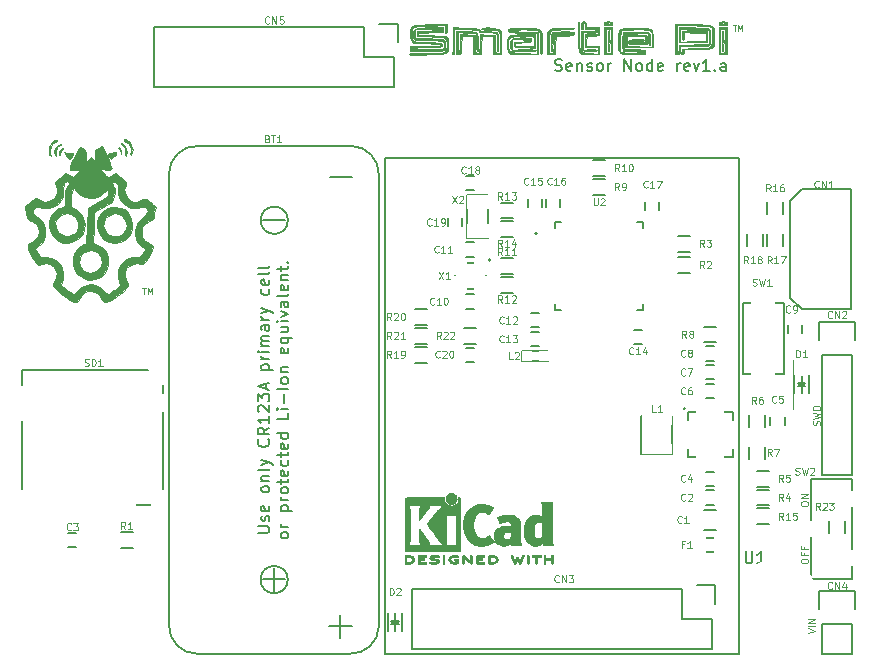
<source format=gto>
G04 #@! TF.GenerationSoftware,KiCad,Pcbnew,(2017-01-24 revision 0b6147e)-makepkg*
G04 #@! TF.CreationDate,2018-07-27T21:37:05-07:00*
G04 #@! TF.ProjectId,SmartiePiNode,536D617274696550694E6F64652E6B69,1.a*
G04 #@! TF.FileFunction,Legend,Top*
G04 #@! TF.FilePolarity,Positive*
%FSLAX46Y46*%
G04 Gerber Fmt 4.6, Leading zero omitted, Abs format (unit mm)*
G04 Created by KiCad (PCBNEW (2017-01-24 revision 0b6147e)-makepkg) date 07/27/18 21:37:05*
%MOMM*%
%LPD*%
G01*
G04 APERTURE LIST*
%ADD10C,0.100000*%
%ADD11C,0.150000*%
%ADD12C,0.127000*%
%ADD13C,0.007620*%
%ADD14C,0.152400*%
%ADD15C,0.010000*%
%ADD16R,1.602740X0.652780*%
%ADD17R,2.052320X2.052320*%
%ADD18C,1.650006*%
%ADD19C,1.504000*%
%ADD20R,0.652400X1.052400*%
%ADD21C,0.787400*%
%ADD22C,4.352400*%
%ADD23R,1.879600X1.879600*%
%ADD24O,1.879600X1.879600*%
%ADD25R,0.457200X1.346200*%
%ADD26R,1.346200X0.457200*%
%ADD27R,0.852400X1.902400*%
%ADD28R,1.452400X1.652400*%
%ADD29R,0.952400X1.652400*%
%ADD30R,0.952400X1.552400*%
%ADD31R,1.152400X1.702400*%
%ADD32R,1.552400X1.152400*%
%ADD33R,1.152400X1.402400*%
%ADD34R,0.952400X0.902400*%
%ADD35R,0.902400X0.952400*%
%ADD36R,2.184400X1.879600*%
%ADD37O,2.184400X1.879600*%
%ADD38R,1.372400X1.402400*%
%ADD39R,1.062400X1.422400*%
%ADD40R,2.652400X0.902400*%
%ADD41R,1.052400X0.652400*%
%ADD42C,2.102400*%
%ADD43R,1.302400X1.152400*%
%ADD44C,6.121400*%
%ADD45R,1.952400X1.152400*%
%ADD46R,0.863600X0.863600*%
%ADD47C,2.676400*%
%ADD48C,1.422400*%
%ADD49R,2.184400X2.184400*%
%ADD50O,2.184400X2.184400*%
%ADD51R,1.752400X1.352400*%
%ADD52C,1.052400*%
%ADD53R,0.752400X0.402400*%
%ADD54R,0.402400X0.752400*%
%ADD55R,2.852400X2.852400*%
%ADD56C,0.652400*%
G04 APERTURE END LIST*
D10*
X110021428Y-119046190D02*
X110307142Y-119046190D01*
X110164285Y-119546190D02*
X110164285Y-119046190D01*
X110473809Y-119546190D02*
X110473809Y-119046190D01*
X110640476Y-119403333D01*
X110807142Y-119046190D01*
X110807142Y-119546190D01*
X160041428Y-96806190D02*
X160327142Y-96806190D01*
X160184285Y-97306190D02*
X160184285Y-96806190D01*
X160493809Y-97306190D02*
X160493809Y-96806190D01*
X160660476Y-97163333D01*
X160827142Y-96806190D01*
X160827142Y-97306190D01*
D11*
X144981904Y-100644761D02*
X145124761Y-100692380D01*
X145362857Y-100692380D01*
X145458095Y-100644761D01*
X145505714Y-100597142D01*
X145553333Y-100501904D01*
X145553333Y-100406666D01*
X145505714Y-100311428D01*
X145458095Y-100263809D01*
X145362857Y-100216190D01*
X145172380Y-100168571D01*
X145077142Y-100120952D01*
X145029523Y-100073333D01*
X144981904Y-99978095D01*
X144981904Y-99882857D01*
X145029523Y-99787619D01*
X145077142Y-99740000D01*
X145172380Y-99692380D01*
X145410476Y-99692380D01*
X145553333Y-99740000D01*
X146362857Y-100644761D02*
X146267619Y-100692380D01*
X146077142Y-100692380D01*
X145981904Y-100644761D01*
X145934285Y-100549523D01*
X145934285Y-100168571D01*
X145981904Y-100073333D01*
X146077142Y-100025714D01*
X146267619Y-100025714D01*
X146362857Y-100073333D01*
X146410476Y-100168571D01*
X146410476Y-100263809D01*
X145934285Y-100359047D01*
X146839047Y-100025714D02*
X146839047Y-100692380D01*
X146839047Y-100120952D02*
X146886666Y-100073333D01*
X146981904Y-100025714D01*
X147124761Y-100025714D01*
X147220000Y-100073333D01*
X147267619Y-100168571D01*
X147267619Y-100692380D01*
X147696190Y-100644761D02*
X147791428Y-100692380D01*
X147981904Y-100692380D01*
X148077142Y-100644761D01*
X148124761Y-100549523D01*
X148124761Y-100501904D01*
X148077142Y-100406666D01*
X147981904Y-100359047D01*
X147839047Y-100359047D01*
X147743809Y-100311428D01*
X147696190Y-100216190D01*
X147696190Y-100168571D01*
X147743809Y-100073333D01*
X147839047Y-100025714D01*
X147981904Y-100025714D01*
X148077142Y-100073333D01*
X148696190Y-100692380D02*
X148600952Y-100644761D01*
X148553333Y-100597142D01*
X148505714Y-100501904D01*
X148505714Y-100216190D01*
X148553333Y-100120952D01*
X148600952Y-100073333D01*
X148696190Y-100025714D01*
X148839047Y-100025714D01*
X148934285Y-100073333D01*
X148981904Y-100120952D01*
X149029523Y-100216190D01*
X149029523Y-100501904D01*
X148981904Y-100597142D01*
X148934285Y-100644761D01*
X148839047Y-100692380D01*
X148696190Y-100692380D01*
X149458095Y-100692380D02*
X149458095Y-100025714D01*
X149458095Y-100216190D02*
X149505714Y-100120952D01*
X149553333Y-100073333D01*
X149648571Y-100025714D01*
X149743809Y-100025714D01*
X150839047Y-100692380D02*
X150839047Y-99692380D01*
X151410476Y-100692380D01*
X151410476Y-99692380D01*
X152029523Y-100692380D02*
X151934285Y-100644761D01*
X151886666Y-100597142D01*
X151839047Y-100501904D01*
X151839047Y-100216190D01*
X151886666Y-100120952D01*
X151934285Y-100073333D01*
X152029523Y-100025714D01*
X152172380Y-100025714D01*
X152267619Y-100073333D01*
X152315238Y-100120952D01*
X152362857Y-100216190D01*
X152362857Y-100501904D01*
X152315238Y-100597142D01*
X152267619Y-100644761D01*
X152172380Y-100692380D01*
X152029523Y-100692380D01*
X153220000Y-100692380D02*
X153220000Y-99692380D01*
X153220000Y-100644761D02*
X153124761Y-100692380D01*
X152934285Y-100692380D01*
X152839047Y-100644761D01*
X152791428Y-100597142D01*
X152743809Y-100501904D01*
X152743809Y-100216190D01*
X152791428Y-100120952D01*
X152839047Y-100073333D01*
X152934285Y-100025714D01*
X153124761Y-100025714D01*
X153220000Y-100073333D01*
X154077142Y-100644761D02*
X153981904Y-100692380D01*
X153791428Y-100692380D01*
X153696190Y-100644761D01*
X153648571Y-100549523D01*
X153648571Y-100168571D01*
X153696190Y-100073333D01*
X153791428Y-100025714D01*
X153981904Y-100025714D01*
X154077142Y-100073333D01*
X154124761Y-100168571D01*
X154124761Y-100263809D01*
X153648571Y-100359047D01*
X155315238Y-100692380D02*
X155315238Y-100025714D01*
X155315238Y-100216190D02*
X155362857Y-100120952D01*
X155410476Y-100073333D01*
X155505714Y-100025714D01*
X155600952Y-100025714D01*
X156315238Y-100644761D02*
X156220000Y-100692380D01*
X156029523Y-100692380D01*
X155934285Y-100644761D01*
X155886666Y-100549523D01*
X155886666Y-100168571D01*
X155934285Y-100073333D01*
X156029523Y-100025714D01*
X156220000Y-100025714D01*
X156315238Y-100073333D01*
X156362857Y-100168571D01*
X156362857Y-100263809D01*
X155886666Y-100359047D01*
X156696190Y-100025714D02*
X156934285Y-100692380D01*
X157172380Y-100025714D01*
X158077142Y-100692380D02*
X157505714Y-100692380D01*
X157791428Y-100692380D02*
X157791428Y-99692380D01*
X157696190Y-99835238D01*
X157600952Y-99930476D01*
X157505714Y-99978095D01*
X158505714Y-100597142D02*
X158553333Y-100644761D01*
X158505714Y-100692380D01*
X158458095Y-100644761D01*
X158505714Y-100597142D01*
X158505714Y-100692380D01*
X159410476Y-100692380D02*
X159410476Y-100168571D01*
X159362857Y-100073333D01*
X159267619Y-100025714D01*
X159077142Y-100025714D01*
X158981904Y-100073333D01*
X159410476Y-100644761D02*
X159315238Y-100692380D01*
X159077142Y-100692380D01*
X158981904Y-100644761D01*
X158934285Y-100549523D01*
X158934285Y-100454285D01*
X158981904Y-100359047D01*
X159077142Y-100311428D01*
X159315238Y-100311428D01*
X159410476Y-100263809D01*
D10*
X166361428Y-148287142D02*
X166961428Y-148087142D01*
X166361428Y-147887142D01*
X166961428Y-147687142D02*
X166361428Y-147687142D01*
X166961428Y-147401428D02*
X166361428Y-147401428D01*
X166961428Y-147058571D01*
X166361428Y-147058571D01*
X165791428Y-142221428D02*
X165791428Y-142107142D01*
X165820000Y-142050000D01*
X165877142Y-141992857D01*
X165991428Y-141964285D01*
X166191428Y-141964285D01*
X166305714Y-141992857D01*
X166362857Y-142050000D01*
X166391428Y-142107142D01*
X166391428Y-142221428D01*
X166362857Y-142278571D01*
X166305714Y-142335714D01*
X166191428Y-142364285D01*
X165991428Y-142364285D01*
X165877142Y-142335714D01*
X165820000Y-142278571D01*
X165791428Y-142221428D01*
X166077142Y-141507142D02*
X166077142Y-141707142D01*
X166391428Y-141707142D02*
X165791428Y-141707142D01*
X165791428Y-141421428D01*
X166077142Y-140992857D02*
X166077142Y-141192857D01*
X166391428Y-141192857D02*
X165791428Y-141192857D01*
X165791428Y-140907142D01*
X165801428Y-137391428D02*
X165801428Y-137277142D01*
X165830000Y-137220000D01*
X165887142Y-137162857D01*
X166001428Y-137134285D01*
X166201428Y-137134285D01*
X166315714Y-137162857D01*
X166372857Y-137220000D01*
X166401428Y-137277142D01*
X166401428Y-137391428D01*
X166372857Y-137448571D01*
X166315714Y-137505714D01*
X166201428Y-137534285D01*
X166001428Y-137534285D01*
X165887142Y-137505714D01*
X165830000Y-137448571D01*
X165801428Y-137391428D01*
X166401428Y-136877142D02*
X165801428Y-136877142D01*
X166401428Y-136534285D01*
X165801428Y-136534285D01*
X167382857Y-130664285D02*
X167411428Y-130578571D01*
X167411428Y-130435714D01*
X167382857Y-130378571D01*
X167354285Y-130350000D01*
X167297142Y-130321428D01*
X167240000Y-130321428D01*
X167182857Y-130350000D01*
X167154285Y-130378571D01*
X167125714Y-130435714D01*
X167097142Y-130550000D01*
X167068571Y-130607142D01*
X167040000Y-130635714D01*
X166982857Y-130664285D01*
X166925714Y-130664285D01*
X166868571Y-130635714D01*
X166840000Y-130607142D01*
X166811428Y-130550000D01*
X166811428Y-130407142D01*
X166840000Y-130321428D01*
X166811428Y-130121428D02*
X167411428Y-129978571D01*
X166982857Y-129864285D01*
X167411428Y-129750000D01*
X166811428Y-129607142D01*
X167411428Y-129378571D02*
X166811428Y-129378571D01*
X166811428Y-129235714D01*
X166840000Y-129150000D01*
X166897142Y-129092857D01*
X166954285Y-129064285D01*
X167068571Y-129035714D01*
X167154285Y-129035714D01*
X167268571Y-129064285D01*
X167325714Y-129092857D01*
X167382857Y-129150000D01*
X167411428Y-129235714D01*
X167411428Y-129378571D01*
D12*
X170054960Y-120880000D02*
X170054960Y-110720000D01*
X170054960Y-120880000D02*
X165902060Y-120880000D01*
X165902060Y-120880000D02*
X164901300Y-119879240D01*
X164901300Y-119879240D02*
X164901300Y-111720760D01*
X164901300Y-111720760D02*
X165902060Y-110720000D01*
X165902060Y-110720000D02*
X170054960Y-110720000D01*
D13*
X168249020Y-119348380D02*
X168947520Y-119348380D01*
D11*
X149200000Y-111175000D02*
X148200000Y-111175000D01*
X148200000Y-109825000D02*
X149200000Y-109825000D01*
X149200000Y-109575000D02*
X148200000Y-109575000D01*
X148200000Y-108225000D02*
X149200000Y-108225000D01*
X132842000Y-149606000D02*
X158242000Y-149606000D01*
X155702000Y-144526000D02*
X132842000Y-144526000D01*
X132842000Y-149606000D02*
X132842000Y-144526000D01*
X158242000Y-149606000D02*
X158242000Y-147066000D01*
X158522000Y-145796000D02*
X158522000Y-144246000D01*
X158242000Y-147066000D02*
X155702000Y-147066000D01*
X155702000Y-147066000D02*
X155702000Y-144526000D01*
X158522000Y-144246000D02*
X156972000Y-144246000D01*
X160542000Y-150026000D02*
X130542000Y-150026000D01*
X130542000Y-150026000D02*
X130542000Y-108026000D01*
X130542000Y-108026000D02*
X160542000Y-108026000D01*
X160542000Y-108026000D02*
X160542000Y-150026000D01*
X160542000Y-150026000D02*
X160542000Y-150026000D01*
D14*
X143425299Y-114450000D02*
G75*
G03X143425299Y-114450000I-76200J0D01*
G01*
X145464860Y-113478900D02*
X144978900Y-113478900D01*
X152421100Y-113964860D02*
X152421100Y-113478900D01*
X151935140Y-120921100D02*
X152421100Y-120921100D01*
X144978900Y-120435140D02*
X144978900Y-120921100D01*
X144978900Y-113478900D02*
X144978900Y-113964860D01*
X152421100Y-113478900D02*
X151935140Y-113478900D01*
X152421100Y-120921100D02*
X152421100Y-120435140D01*
X144978900Y-120921100D02*
X145464860Y-120921100D01*
D11*
X99822000Y-125984000D02*
X99822000Y-127254000D01*
X110490000Y-125984000D02*
X99822000Y-125984000D01*
X99822000Y-130302000D02*
X99822000Y-136144000D01*
X111760000Y-127254000D02*
X111760000Y-128016000D01*
X111760000Y-129540000D02*
X111760000Y-136144000D01*
X110744000Y-137414000D02*
X109474000Y-137414000D01*
X158600000Y-137850000D02*
X157600000Y-137850000D01*
X157600000Y-139550000D02*
X158600000Y-139550000D01*
X158450000Y-137400000D02*
X157750000Y-137400000D01*
X157750000Y-136200000D02*
X158450000Y-136200000D01*
X103750000Y-139800000D02*
X104450000Y-139800000D01*
X104450000Y-141000000D02*
X103750000Y-141000000D01*
X157750000Y-134600000D02*
X158450000Y-134600000D01*
X158450000Y-135800000D02*
X157750000Y-135800000D01*
X164400000Y-129950000D02*
X164400000Y-130650000D01*
X163200000Y-130650000D02*
X163200000Y-129950000D01*
X158450000Y-128400000D02*
X157750000Y-128400000D01*
X157750000Y-127200000D02*
X158450000Y-127200000D01*
X157750000Y-125600000D02*
X158450000Y-125600000D01*
X158450000Y-126800000D02*
X157750000Y-126800000D01*
X158450000Y-125200000D02*
X157750000Y-125200000D01*
X157750000Y-124000000D02*
X158450000Y-124000000D01*
X165900000Y-122200000D02*
X165900000Y-122900000D01*
X164700000Y-122900000D02*
X164700000Y-122200000D01*
X138150000Y-120800000D02*
X137450000Y-120800000D01*
X137450000Y-119600000D02*
X138150000Y-119600000D01*
X137450000Y-115200000D02*
X138150000Y-115200000D01*
X138150000Y-116400000D02*
X137450000Y-116400000D01*
X142950000Y-121200000D02*
X143650000Y-121200000D01*
X143650000Y-122400000D02*
X142950000Y-122400000D01*
X142950000Y-122800000D02*
X143650000Y-122800000D01*
X143650000Y-124000000D02*
X142950000Y-124000000D01*
X151650000Y-122600000D02*
X152350000Y-122600000D01*
X152350000Y-123800000D02*
X151650000Y-123800000D01*
X142660000Y-112200000D02*
X142660000Y-111500000D01*
X143860000Y-111500000D02*
X143860000Y-112200000D01*
X144180000Y-112200000D02*
X144180000Y-111500000D01*
X145380000Y-111500000D02*
X145380000Y-112200000D01*
X153800000Y-111750000D02*
X153800000Y-112450000D01*
X152600000Y-112450000D02*
X152600000Y-111750000D01*
X138150000Y-110800000D02*
X137450000Y-110800000D01*
X137450000Y-109600000D02*
X138150000Y-109600000D01*
X137100000Y-113150000D02*
X137100000Y-113850000D01*
X135900000Y-113850000D02*
X135900000Y-113150000D01*
X167290000Y-123470000D02*
X167290000Y-121920000D01*
X167290000Y-121920000D02*
X170390000Y-121920000D01*
X170390000Y-121920000D02*
X170390000Y-123470000D01*
X170110000Y-124740000D02*
X170110000Y-134900000D01*
X170110000Y-134900000D02*
X167570000Y-134900000D01*
X167570000Y-134900000D02*
X167570000Y-124740000D01*
X170110000Y-124740000D02*
X167570000Y-124740000D01*
X165540000Y-127380000D02*
X166140000Y-127380000D01*
X166140000Y-127380000D02*
X166140000Y-127380000D01*
X165840000Y-127380000D02*
X165540000Y-127080000D01*
X165540000Y-127080000D02*
X166140000Y-127080000D01*
X166140000Y-127080000D02*
X165850000Y-127370000D01*
X165850000Y-127370000D02*
X165850000Y-127370000D01*
X165840000Y-127400000D02*
X165840000Y-128000000D01*
X165840000Y-128000000D02*
X165840000Y-128000000D01*
X165840000Y-127030000D02*
X165840000Y-126480000D01*
X165840000Y-126480000D02*
X165840000Y-126480000D01*
X165230000Y-129330000D02*
X165230000Y-125140000D01*
X165230000Y-125140000D02*
X166450000Y-125140000D01*
X166450000Y-125140000D02*
X166450000Y-129330000D01*
X166450000Y-129330000D02*
X165230000Y-129330000D01*
X165230000Y-129330000D02*
X165230000Y-129330000D01*
X130810000Y-149470000D02*
X130810000Y-149470000D01*
X132030000Y-149470000D02*
X130810000Y-149470000D01*
X132030000Y-145280000D02*
X132030000Y-149470000D01*
X130810000Y-145280000D02*
X132030000Y-145280000D01*
X130810000Y-149470000D02*
X130810000Y-145280000D01*
X131420000Y-146620000D02*
X131420000Y-146620000D01*
X131420000Y-147170000D02*
X131420000Y-146620000D01*
X131420000Y-148140000D02*
X131420000Y-148140000D01*
X131420000Y-147540000D02*
X131420000Y-148140000D01*
X131430000Y-147510000D02*
X131430000Y-147510000D01*
X131720000Y-147220000D02*
X131430000Y-147510000D01*
X131120000Y-147220000D02*
X131720000Y-147220000D01*
X131420000Y-147520000D02*
X131120000Y-147220000D01*
X131720000Y-147520000D02*
X131720000Y-147520000D01*
X131120000Y-147520000D02*
X131720000Y-147520000D01*
X159390000Y-141400000D02*
X156800000Y-141400000D01*
X156800000Y-140200000D02*
X159400000Y-140200000D01*
X159400000Y-140200000D02*
X159400000Y-141400000D01*
X159400000Y-141400000D02*
X159400000Y-141400000D01*
X156800000Y-140200000D02*
X156800000Y-141400000D01*
X156800000Y-141400000D02*
X156800000Y-141400000D01*
X152280000Y-133100000D02*
X152280000Y-129900000D01*
X152280000Y-129900000D02*
X154900000Y-129900000D01*
X154900000Y-129900000D02*
X154900000Y-133100000D01*
X154900000Y-133100000D02*
X152280000Y-133100000D01*
X152280000Y-133100000D02*
X152280000Y-133100000D01*
X108200000Y-139725000D02*
X109200000Y-139725000D01*
X109200000Y-141075000D02*
X108200000Y-141075000D01*
X155400000Y-116425000D02*
X156400000Y-116425000D01*
X156400000Y-117775000D02*
X155400000Y-117775000D01*
X156400000Y-115975000D02*
X155400000Y-115975000D01*
X155400000Y-114625000D02*
X156400000Y-114625000D01*
X163100000Y-137475000D02*
X162100000Y-137475000D01*
X162100000Y-136125000D02*
X163100000Y-136125000D01*
X162100000Y-134525000D02*
X163100000Y-134525000D01*
X163100000Y-135875000D02*
X162100000Y-135875000D01*
X162775000Y-129800000D02*
X162775000Y-130800000D01*
X161425000Y-130800000D02*
X161425000Y-129800000D01*
X161425000Y-133500000D02*
X161425000Y-132500000D01*
X162775000Y-132500000D02*
X162775000Y-133500000D01*
X157600000Y-122325000D02*
X158600000Y-122325000D01*
X158600000Y-123675000D02*
X157600000Y-123675000D01*
X141400000Y-117875000D02*
X140400000Y-117875000D01*
X140400000Y-116525000D02*
X141400000Y-116525000D01*
X141400000Y-119475000D02*
X140400000Y-119475000D01*
X140400000Y-118125000D02*
X141400000Y-118125000D01*
X140400000Y-111825000D02*
X141400000Y-111825000D01*
X141400000Y-113175000D02*
X140400000Y-113175000D01*
X141400000Y-114775000D02*
X140400000Y-114775000D01*
X140400000Y-113425000D02*
X141400000Y-113425000D01*
X164350000Y-126350000D02*
X160850000Y-126350000D01*
X164350000Y-120350000D02*
X164350000Y-126350000D01*
X160850000Y-120350000D02*
X164350000Y-120350000D01*
X160850000Y-126350000D02*
X160850000Y-120350000D01*
X139100000Y-119110000D02*
X136500000Y-119110000D01*
X136500000Y-119110000D02*
X136500000Y-116910000D01*
X136500000Y-116910000D02*
X139100000Y-116910000D01*
X139100000Y-116910000D02*
X139100000Y-119110000D01*
X139470623Y-116690000D02*
G75*
G03X139470623Y-116690000I-80623J0D01*
G01*
X137500000Y-114800000D02*
X137500000Y-111200000D01*
X137500000Y-111200000D02*
X139300000Y-111200000D01*
X139300000Y-111200000D02*
X139300000Y-114800000D01*
X139300000Y-114800000D02*
X137500000Y-114800000D01*
X137500000Y-114800000D02*
X137500000Y-114800000D01*
X163100000Y-139075000D02*
X162100000Y-139075000D01*
X162100000Y-137725000D02*
X163100000Y-137725000D01*
X142200000Y-124400000D02*
X144400000Y-124400000D01*
X144400000Y-124400000D02*
X144400000Y-125200000D01*
X144400000Y-125200000D02*
X142200000Y-125200000D01*
X142200000Y-125200000D02*
X142200000Y-124400000D01*
X142200000Y-124400000D02*
X142200000Y-124400000D01*
X127790000Y-147690000D02*
X125870000Y-147690000D01*
X125870000Y-147690000D02*
X125870000Y-147690000D01*
X125880000Y-109630000D02*
X125880000Y-109630000D01*
X127800000Y-109630000D02*
X125880000Y-109630000D01*
X126801804Y-148697932D02*
X126801804Y-148697932D01*
X126801804Y-146777932D02*
X126801804Y-148697932D01*
X127620000Y-150030000D02*
X114660000Y-150030000D01*
X112280000Y-147550000D02*
X112280000Y-109400000D01*
X114620000Y-107030000D02*
X127690000Y-107030000D01*
X130060000Y-109420000D02*
X130060000Y-147640000D01*
X114763830Y-107030000D02*
G75*
G03X112280000Y-109407734I-103830J-2377734D01*
G01*
X112282266Y-147546170D02*
G75*
G03X114660000Y-150030000I2377734J-103830D01*
G01*
X127576170Y-150027734D02*
G75*
G03X130060000Y-147650000I103830J2377734D01*
G01*
X130057734Y-109513830D02*
G75*
G03X127680000Y-107030000I-2377734J103830D01*
G01*
X130060000Y-147450000D02*
X130060000Y-147450000D01*
X126400000Y-150030000D02*
X125600000Y-150030000D01*
X125600000Y-150030000D02*
X125600000Y-150030000D01*
X121191804Y-142790000D02*
X121191804Y-144710000D01*
X122140000Y-143740000D02*
X120220000Y-143740000D01*
X122342128Y-143750000D02*
G75*
G03X122342128Y-143750000I-1152128J0D01*
G01*
X122352128Y-113330000D02*
G75*
G03X122352128Y-113330000I-1152128J0D01*
G01*
X122150000Y-113320000D02*
X120230000Y-113320000D01*
X164275000Y-111800000D02*
X164275000Y-112800000D01*
X162925000Y-112800000D02*
X162925000Y-111800000D01*
X162925000Y-115500000D02*
X162925000Y-114500000D01*
X164275000Y-114500000D02*
X164275000Y-115500000D01*
X170110000Y-147520000D02*
X170110000Y-150060000D01*
X170390000Y-144700000D02*
X170390000Y-146250000D01*
X170110000Y-147520000D02*
X167570000Y-147520000D01*
X167290000Y-146250000D02*
X167290000Y-144700000D01*
X167290000Y-144700000D02*
X170390000Y-144700000D01*
X167570000Y-147520000D02*
X167570000Y-150060000D01*
X167570000Y-150060000D02*
X170110000Y-150060000D01*
X138150000Y-125300000D02*
X137450000Y-125300000D01*
X137450000Y-124100000D02*
X138150000Y-124100000D01*
X162575000Y-114500000D02*
X162575000Y-115500000D01*
X161225000Y-115500000D02*
X161225000Y-114500000D01*
X134100000Y-125375000D02*
X133100000Y-125375000D01*
X133100000Y-124025000D02*
X134100000Y-124025000D01*
X134100000Y-122175000D02*
X133100000Y-122175000D01*
X133100000Y-120825000D02*
X134100000Y-120825000D01*
X133100000Y-122425000D02*
X134100000Y-122425000D01*
X134100000Y-123775000D02*
X133100000Y-123775000D01*
X137300000Y-122425000D02*
X138300000Y-122425000D01*
X138300000Y-123775000D02*
X137300000Y-123775000D01*
X111050000Y-102070000D02*
X131370000Y-102070000D01*
X128830000Y-96990000D02*
X111050000Y-96990000D01*
X111050000Y-102070000D02*
X111050000Y-96990000D01*
X131370000Y-102070000D02*
X131370000Y-99530000D01*
X131650000Y-98260000D02*
X131650000Y-96710000D01*
X131370000Y-99530000D02*
X128830000Y-99530000D01*
X128830000Y-99530000D02*
X128830000Y-96990000D01*
X131650000Y-96710000D02*
X130100000Y-96710000D01*
X168165000Y-139830000D02*
X168165000Y-138830000D01*
X169515000Y-138830000D02*
X169515000Y-139830000D01*
X170110000Y-143700000D02*
X166610000Y-143700000D01*
X170110000Y-135200000D02*
X170110000Y-143700000D01*
X166610000Y-135200000D02*
X170110000Y-135200000D01*
X166610000Y-143700000D02*
X166610000Y-135200000D01*
D15*
G36*
X106997854Y-107898385D02*
X107169320Y-108250742D01*
X107307642Y-108555301D01*
X107397005Y-108775906D01*
X107422667Y-108869625D01*
X107348915Y-108973477D01*
X107167195Y-109040880D01*
X106936805Y-109061742D01*
X106717047Y-109025972D01*
X106656839Y-108999951D01*
X106465848Y-108897736D01*
X106638786Y-109140368D01*
X106813913Y-109359984D01*
X106987012Y-109541407D01*
X107105991Y-109636216D01*
X107209413Y-109650421D01*
X107362164Y-109580984D01*
X107469030Y-109518840D01*
X107775761Y-109337864D01*
X108086047Y-109583937D01*
X108392130Y-109839294D01*
X108573330Y-110028405D01*
X108647230Y-110176550D01*
X108631416Y-110309010D01*
X108614748Y-110344057D01*
X108519066Y-110687992D01*
X108561797Y-111048985D01*
X108725903Y-111376950D01*
X108994346Y-111621799D01*
X109061566Y-111657583D01*
X109315582Y-111762187D01*
X109513941Y-111783035D01*
X109731638Y-111717497D01*
X109918623Y-111627538D01*
X110099341Y-111542537D01*
X110240499Y-111514579D01*
X110382532Y-111556950D01*
X110565878Y-111682939D01*
X110830973Y-111905834D01*
X110871159Y-111940556D01*
X111144652Y-112177000D01*
X111040493Y-112718144D01*
X110977736Y-113013485D01*
X110910645Y-113190931D01*
X110806950Y-113299600D01*
X110634385Y-113388610D01*
X110586372Y-113409403D01*
X110239032Y-113616105D01*
X110037831Y-113888499D01*
X109963936Y-114254100D01*
X109962667Y-114320602D01*
X110033381Y-114728300D01*
X110235687Y-115046101D01*
X110554825Y-115252040D01*
X110599091Y-115267803D01*
X110812983Y-115385060D01*
X110903288Y-115563580D01*
X110868683Y-115816004D01*
X110707846Y-116154972D01*
X110467543Y-116525362D01*
X110255860Y-116818020D01*
X110110124Y-116990253D01*
X110005193Y-117064382D01*
X109915928Y-117062730D01*
X109880443Y-117046640D01*
X109567605Y-116967207D01*
X109219581Y-117013978D01*
X108892609Y-117170624D01*
X108655473Y-117402355D01*
X108543912Y-117688522D01*
X108530682Y-118034640D01*
X108612531Y-118365179D01*
X108703669Y-118521756D01*
X108819452Y-118696385D01*
X108828052Y-118833345D01*
X108772125Y-118960064D01*
X108659067Y-119096430D01*
X108442128Y-119299564D01*
X108155813Y-119538648D01*
X107925890Y-119715889D01*
X107506066Y-120012830D01*
X107187764Y-120195061D01*
X106950943Y-120265757D01*
X106775565Y-120228093D01*
X106641592Y-120085244D01*
X106564721Y-119931569D01*
X106347015Y-119594548D01*
X106052475Y-119381470D01*
X105716439Y-119292315D01*
X105374250Y-119327062D01*
X105061246Y-119485691D01*
X104812767Y-119768181D01*
X104732619Y-119932637D01*
X104615539Y-120148505D01*
X104463466Y-120256015D01*
X104258019Y-120252365D01*
X103980821Y-120134752D01*
X103613490Y-119900376D01*
X103372503Y-119725261D01*
X103060580Y-119480739D01*
X102790157Y-119247926D01*
X102597943Y-119059512D01*
X102533257Y-118977876D01*
X102452489Y-118817159D01*
X102466480Y-118693005D01*
X102582920Y-118525245D01*
X102745179Y-118192331D01*
X102764820Y-117824413D01*
X102644344Y-117473746D01*
X102524894Y-117313136D01*
X102203233Y-117063534D01*
X101849922Y-116978057D01*
X101512461Y-117031143D01*
X101313202Y-117086925D01*
X101201588Y-117107868D01*
X101194323Y-117106083D01*
X100803066Y-116567683D01*
X100528712Y-116138096D01*
X100366267Y-115808602D01*
X100310735Y-115570479D01*
X100310666Y-115563360D01*
X100331064Y-115357109D01*
X100407156Y-115274976D01*
X100468582Y-115267333D01*
X100689043Y-115197580D01*
X100926473Y-115018443D01*
X101128684Y-114775106D01*
X101206884Y-114628118D01*
X101267521Y-114283229D01*
X101191242Y-113935746D01*
X101002003Y-113632200D01*
X100723764Y-113419123D01*
X100553954Y-113359980D01*
X100339779Y-113251251D01*
X100268938Y-113122755D01*
X100173744Y-112699269D01*
X100147977Y-112555561D01*
X100734000Y-112555561D01*
X100768358Y-112739392D01*
X100898347Y-112883156D01*
X101052954Y-112980427D01*
X101421966Y-113274292D01*
X101672702Y-113652813D01*
X101802699Y-114081891D01*
X101809492Y-114527432D01*
X101690618Y-114955338D01*
X101443611Y-115331511D01*
X101236187Y-115515810D01*
X100910508Y-115751731D01*
X101168245Y-116102198D01*
X101338616Y-116313139D01*
X101486617Y-116416881D01*
X101678494Y-116450518D01*
X101794146Y-116452666D01*
X102307201Y-116518943D01*
X102721183Y-116721369D01*
X103044614Y-117065339D01*
X103198643Y-117341666D01*
X103332696Y-117767671D01*
X103323923Y-118191352D01*
X103235864Y-118511834D01*
X103120494Y-118835335D01*
X103629895Y-119210334D01*
X103879355Y-119390723D01*
X104071557Y-119523617D01*
X104170221Y-119584055D01*
X104174901Y-119585333D01*
X104246395Y-119527464D01*
X104388606Y-119380123D01*
X104481764Y-119276388D01*
X104866287Y-118945559D01*
X105307899Y-118771463D01*
X105644667Y-118738666D01*
X106133943Y-118811879D01*
X106554948Y-119036653D01*
X106807569Y-119276388D01*
X106975195Y-119456291D01*
X107097591Y-119567668D01*
X107130177Y-119585333D01*
X107217484Y-119537275D01*
X107400589Y-119410410D01*
X107642264Y-119230702D01*
X107678264Y-119203104D01*
X108174999Y-118820875D01*
X108052833Y-118528490D01*
X107939616Y-118067041D01*
X107991437Y-117603171D01*
X108061707Y-117403602D01*
X108329121Y-116949491D01*
X108692850Y-116634487D01*
X109150970Y-116459936D01*
X109463917Y-116423405D01*
X109725758Y-116400865D01*
X109891694Y-116330833D01*
X110034982Y-116173457D01*
X110103488Y-116075472D01*
X110228575Y-115859148D01*
X110255301Y-115731514D01*
X110235131Y-115710932D01*
X109951847Y-115539026D01*
X109695376Y-115247073D01*
X109496566Y-114884308D01*
X109386264Y-114499969D01*
X109373719Y-114336000D01*
X109452218Y-113893097D01*
X109669244Y-113469101D01*
X109997086Y-113115160D01*
X110062021Y-113065510D01*
X110350663Y-112808438D01*
X110486585Y-112570024D01*
X110465594Y-112360541D01*
X110389120Y-112264490D01*
X110233027Y-112176792D01*
X110039463Y-112206596D01*
X110011329Y-112216926D01*
X109550746Y-112310718D01*
X109101863Y-112258106D01*
X108691356Y-112079984D01*
X108345903Y-111797244D01*
X108092178Y-111430777D01*
X107956858Y-111001476D01*
X107954422Y-110605995D01*
X107942655Y-110330791D01*
X107842842Y-110133772D01*
X107680067Y-110049359D01*
X107561911Y-110067350D01*
X107456635Y-110119988D01*
X107436838Y-110195726D01*
X107505229Y-110340654D01*
X107585813Y-110473673D01*
X107673601Y-110634716D01*
X107706685Y-110781999D01*
X107688644Y-110976482D01*
X107631091Y-111244685D01*
X107559167Y-111514527D01*
X107490514Y-111706995D01*
X107446778Y-111774308D01*
X107348902Y-111823735D01*
X107139682Y-111938296D01*
X106854429Y-112098474D01*
X106660667Y-112208818D01*
X105941000Y-112620723D01*
X105917694Y-113941998D01*
X105894387Y-115263272D01*
X106210928Y-115395532D01*
X106578863Y-115592693D01*
X106840762Y-115853707D01*
X107008343Y-116131793D01*
X107143028Y-116558553D01*
X107149669Y-117016033D01*
X107038258Y-117457601D01*
X106818786Y-117836628D01*
X106598307Y-118045449D01*
X106283861Y-118212856D01*
X105917755Y-118326120D01*
X105572795Y-118366498D01*
X105415005Y-118350060D01*
X104919461Y-118159395D01*
X104533702Y-117856835D01*
X104270564Y-117466369D01*
X104142882Y-117011989D01*
X104150403Y-116831579D01*
X104667010Y-116831579D01*
X104746470Y-117163382D01*
X104968102Y-117511845D01*
X105267720Y-117728986D01*
X105613130Y-117806724D01*
X105972134Y-117736977D01*
X106274097Y-117546865D01*
X106538569Y-117226840D01*
X106636255Y-116877834D01*
X106567064Y-116500248D01*
X106530128Y-116414835D01*
X106312273Y-116108846D01*
X106032292Y-115929435D01*
X105719101Y-115864469D01*
X105401613Y-115901812D01*
X105108745Y-116029330D01*
X104869412Y-116234886D01*
X104712528Y-116506348D01*
X104667010Y-116831579D01*
X104150403Y-116831579D01*
X104163490Y-116517684D01*
X104260312Y-116191750D01*
X104399407Y-115956203D01*
X104611597Y-115714095D01*
X104851418Y-115506966D01*
X105073410Y-115376356D01*
X105179338Y-115352000D01*
X105221780Y-115294250D01*
X105259890Y-115113070D01*
X105295040Y-114796557D01*
X105328601Y-114332811D01*
X105357135Y-113809275D01*
X105433000Y-112266551D01*
X106251747Y-111800145D01*
X106617819Y-111586473D01*
X106860188Y-111428154D01*
X107005543Y-111302719D01*
X107080571Y-111187702D01*
X107109499Y-111078036D01*
X107126394Y-110844160D01*
X107075536Y-110756205D01*
X106945532Y-110810811D01*
X106756761Y-110973983D01*
X106457178Y-111233538D01*
X106196968Y-111382365D01*
X105916815Y-111447336D01*
X105689847Y-111457333D01*
X105188285Y-111392314D01*
X104771753Y-111188990D01*
X104491130Y-110930279D01*
X104229239Y-110632002D01*
X104090286Y-110867231D01*
X103991203Y-111159751D01*
X103951863Y-111590713D01*
X103951333Y-111655191D01*
X103957071Y-111956781D01*
X103983057Y-112131451D01*
X104042449Y-112221464D01*
X104141833Y-112267069D01*
X104539780Y-112471137D01*
X104842059Y-112785276D01*
X105042130Y-113175576D01*
X105133451Y-113608130D01*
X105109483Y-114049028D01*
X104963685Y-114464362D01*
X104689516Y-114820223D01*
X104642330Y-114861843D01*
X104216103Y-115123372D01*
X103758917Y-115238375D01*
X103302124Y-115212957D01*
X102877078Y-115053224D01*
X102515133Y-114765282D01*
X102268257Y-114399521D01*
X102114235Y-113909218D01*
X102118971Y-113514264D01*
X102676372Y-113514264D01*
X102677927Y-113890919D01*
X102695831Y-113969146D01*
X102861704Y-114294612D01*
X103135695Y-114528353D01*
X103474775Y-114654992D01*
X103835917Y-114659149D01*
X104176093Y-114525449D01*
X104202248Y-114507530D01*
X104465421Y-114226684D01*
X104593668Y-113881718D01*
X104583692Y-113515037D01*
X104432197Y-113169046D01*
X104317016Y-113031440D01*
X103999089Y-112812468D01*
X103658439Y-112736709D01*
X103325455Y-112786585D01*
X103030523Y-112944521D01*
X102804033Y-113192940D01*
X102676372Y-113514264D01*
X102118971Y-113514264D01*
X102119946Y-113433000D01*
X102276041Y-112994140D01*
X102573169Y-112615911D01*
X103001981Y-112321586D01*
X103125833Y-112265021D01*
X103443333Y-112132394D01*
X103443333Y-111496847D01*
X103452968Y-111135970D01*
X103491157Y-110881458D01*
X103571826Y-110670975D01*
X103663107Y-110513157D01*
X103789800Y-110291178D01*
X103820601Y-110163112D01*
X103768940Y-110092803D01*
X103616108Y-110025743D01*
X103497732Y-110084865D01*
X103437125Y-110152480D01*
X103368123Y-110329658D01*
X103346067Y-110600155D01*
X103348513Y-110660917D01*
X103341307Y-110969237D01*
X103294487Y-111261590D01*
X103278827Y-111315707D01*
X103114759Y-111617846D01*
X102849975Y-111914569D01*
X102543810Y-112145169D01*
X102400655Y-112214140D01*
X102047700Y-112289792D01*
X101646728Y-112293129D01*
X101296083Y-112223692D01*
X101284301Y-112219321D01*
X101017295Y-112181373D01*
X100825284Y-112280239D01*
X100736774Y-112498503D01*
X100734000Y-112555561D01*
X100147977Y-112555561D01*
X100121016Y-112405197D01*
X100120419Y-112203829D01*
X100181619Y-112058451D01*
X100314280Y-111932354D01*
X100528068Y-111788824D01*
X100638728Y-111718138D01*
X101038440Y-111461644D01*
X101391251Y-111636201D01*
X101767858Y-111744610D01*
X102123360Y-111711440D01*
X102431227Y-111560623D01*
X102664934Y-111316091D01*
X102797951Y-111001777D01*
X102803752Y-110641611D01*
X102738297Y-110420955D01*
X102609368Y-110112385D01*
X103069941Y-109718904D01*
X103530515Y-109325424D01*
X104145633Y-109688352D01*
X104429483Y-109413234D01*
X104597556Y-109241047D01*
X104699369Y-109118834D01*
X104713333Y-109090614D01*
X104638164Y-109066747D01*
X104449053Y-109062770D01*
X104353500Y-109067547D01*
X104096902Y-109076132D01*
X103935367Y-109046164D01*
X103866082Y-108956204D01*
X103886236Y-108784813D01*
X103993019Y-108510553D01*
X104183618Y-108111985D01*
X104218871Y-108040940D01*
X104400436Y-107690032D01*
X104562406Y-107402921D01*
X104687017Y-107209420D01*
X104756130Y-107139333D01*
X104979365Y-107215435D01*
X105152590Y-107415699D01*
X105258082Y-107698060D01*
X105278120Y-108020452D01*
X105227866Y-108259040D01*
X105131685Y-108536333D01*
X105405241Y-108263639D01*
X105678797Y-107990946D01*
X105919868Y-108263639D01*
X106057156Y-108406340D01*
X106095540Y-108411888D01*
X106072136Y-108351399D01*
X106004589Y-108097954D01*
X105985302Y-107779860D01*
X106018195Y-107495896D01*
X106035927Y-107439459D01*
X106144734Y-107305419D01*
X106330781Y-107177125D01*
X106573041Y-107051847D01*
X106997854Y-107898385D01*
X106997854Y-107898385D01*
G37*
X106997854Y-107898385D02*
X107169320Y-108250742D01*
X107307642Y-108555301D01*
X107397005Y-108775906D01*
X107422667Y-108869625D01*
X107348915Y-108973477D01*
X107167195Y-109040880D01*
X106936805Y-109061742D01*
X106717047Y-109025972D01*
X106656839Y-108999951D01*
X106465848Y-108897736D01*
X106638786Y-109140368D01*
X106813913Y-109359984D01*
X106987012Y-109541407D01*
X107105991Y-109636216D01*
X107209413Y-109650421D01*
X107362164Y-109580984D01*
X107469030Y-109518840D01*
X107775761Y-109337864D01*
X108086047Y-109583937D01*
X108392130Y-109839294D01*
X108573330Y-110028405D01*
X108647230Y-110176550D01*
X108631416Y-110309010D01*
X108614748Y-110344057D01*
X108519066Y-110687992D01*
X108561797Y-111048985D01*
X108725903Y-111376950D01*
X108994346Y-111621799D01*
X109061566Y-111657583D01*
X109315582Y-111762187D01*
X109513941Y-111783035D01*
X109731638Y-111717497D01*
X109918623Y-111627538D01*
X110099341Y-111542537D01*
X110240499Y-111514579D01*
X110382532Y-111556950D01*
X110565878Y-111682939D01*
X110830973Y-111905834D01*
X110871159Y-111940556D01*
X111144652Y-112177000D01*
X111040493Y-112718144D01*
X110977736Y-113013485D01*
X110910645Y-113190931D01*
X110806950Y-113299600D01*
X110634385Y-113388610D01*
X110586372Y-113409403D01*
X110239032Y-113616105D01*
X110037831Y-113888499D01*
X109963936Y-114254100D01*
X109962667Y-114320602D01*
X110033381Y-114728300D01*
X110235687Y-115046101D01*
X110554825Y-115252040D01*
X110599091Y-115267803D01*
X110812983Y-115385060D01*
X110903288Y-115563580D01*
X110868683Y-115816004D01*
X110707846Y-116154972D01*
X110467543Y-116525362D01*
X110255860Y-116818020D01*
X110110124Y-116990253D01*
X110005193Y-117064382D01*
X109915928Y-117062730D01*
X109880443Y-117046640D01*
X109567605Y-116967207D01*
X109219581Y-117013978D01*
X108892609Y-117170624D01*
X108655473Y-117402355D01*
X108543912Y-117688522D01*
X108530682Y-118034640D01*
X108612531Y-118365179D01*
X108703669Y-118521756D01*
X108819452Y-118696385D01*
X108828052Y-118833345D01*
X108772125Y-118960064D01*
X108659067Y-119096430D01*
X108442128Y-119299564D01*
X108155813Y-119538648D01*
X107925890Y-119715889D01*
X107506066Y-120012830D01*
X107187764Y-120195061D01*
X106950943Y-120265757D01*
X106775565Y-120228093D01*
X106641592Y-120085244D01*
X106564721Y-119931569D01*
X106347015Y-119594548D01*
X106052475Y-119381470D01*
X105716439Y-119292315D01*
X105374250Y-119327062D01*
X105061246Y-119485691D01*
X104812767Y-119768181D01*
X104732619Y-119932637D01*
X104615539Y-120148505D01*
X104463466Y-120256015D01*
X104258019Y-120252365D01*
X103980821Y-120134752D01*
X103613490Y-119900376D01*
X103372503Y-119725261D01*
X103060580Y-119480739D01*
X102790157Y-119247926D01*
X102597943Y-119059512D01*
X102533257Y-118977876D01*
X102452489Y-118817159D01*
X102466480Y-118693005D01*
X102582920Y-118525245D01*
X102745179Y-118192331D01*
X102764820Y-117824413D01*
X102644344Y-117473746D01*
X102524894Y-117313136D01*
X102203233Y-117063534D01*
X101849922Y-116978057D01*
X101512461Y-117031143D01*
X101313202Y-117086925D01*
X101201588Y-117107868D01*
X101194323Y-117106083D01*
X100803066Y-116567683D01*
X100528712Y-116138096D01*
X100366267Y-115808602D01*
X100310735Y-115570479D01*
X100310666Y-115563360D01*
X100331064Y-115357109D01*
X100407156Y-115274976D01*
X100468582Y-115267333D01*
X100689043Y-115197580D01*
X100926473Y-115018443D01*
X101128684Y-114775106D01*
X101206884Y-114628118D01*
X101267521Y-114283229D01*
X101191242Y-113935746D01*
X101002003Y-113632200D01*
X100723764Y-113419123D01*
X100553954Y-113359980D01*
X100339779Y-113251251D01*
X100268938Y-113122755D01*
X100173744Y-112699269D01*
X100147977Y-112555561D01*
X100734000Y-112555561D01*
X100768358Y-112739392D01*
X100898347Y-112883156D01*
X101052954Y-112980427D01*
X101421966Y-113274292D01*
X101672702Y-113652813D01*
X101802699Y-114081891D01*
X101809492Y-114527432D01*
X101690618Y-114955338D01*
X101443611Y-115331511D01*
X101236187Y-115515810D01*
X100910508Y-115751731D01*
X101168245Y-116102198D01*
X101338616Y-116313139D01*
X101486617Y-116416881D01*
X101678494Y-116450518D01*
X101794146Y-116452666D01*
X102307201Y-116518943D01*
X102721183Y-116721369D01*
X103044614Y-117065339D01*
X103198643Y-117341666D01*
X103332696Y-117767671D01*
X103323923Y-118191352D01*
X103235864Y-118511834D01*
X103120494Y-118835335D01*
X103629895Y-119210334D01*
X103879355Y-119390723D01*
X104071557Y-119523617D01*
X104170221Y-119584055D01*
X104174901Y-119585333D01*
X104246395Y-119527464D01*
X104388606Y-119380123D01*
X104481764Y-119276388D01*
X104866287Y-118945559D01*
X105307899Y-118771463D01*
X105644667Y-118738666D01*
X106133943Y-118811879D01*
X106554948Y-119036653D01*
X106807569Y-119276388D01*
X106975195Y-119456291D01*
X107097591Y-119567668D01*
X107130177Y-119585333D01*
X107217484Y-119537275D01*
X107400589Y-119410410D01*
X107642264Y-119230702D01*
X107678264Y-119203104D01*
X108174999Y-118820875D01*
X108052833Y-118528490D01*
X107939616Y-118067041D01*
X107991437Y-117603171D01*
X108061707Y-117403602D01*
X108329121Y-116949491D01*
X108692850Y-116634487D01*
X109150970Y-116459936D01*
X109463917Y-116423405D01*
X109725758Y-116400865D01*
X109891694Y-116330833D01*
X110034982Y-116173457D01*
X110103488Y-116075472D01*
X110228575Y-115859148D01*
X110255301Y-115731514D01*
X110235131Y-115710932D01*
X109951847Y-115539026D01*
X109695376Y-115247073D01*
X109496566Y-114884308D01*
X109386264Y-114499969D01*
X109373719Y-114336000D01*
X109452218Y-113893097D01*
X109669244Y-113469101D01*
X109997086Y-113115160D01*
X110062021Y-113065510D01*
X110350663Y-112808438D01*
X110486585Y-112570024D01*
X110465594Y-112360541D01*
X110389120Y-112264490D01*
X110233027Y-112176792D01*
X110039463Y-112206596D01*
X110011329Y-112216926D01*
X109550746Y-112310718D01*
X109101863Y-112258106D01*
X108691356Y-112079984D01*
X108345903Y-111797244D01*
X108092178Y-111430777D01*
X107956858Y-111001476D01*
X107954422Y-110605995D01*
X107942655Y-110330791D01*
X107842842Y-110133772D01*
X107680067Y-110049359D01*
X107561911Y-110067350D01*
X107456635Y-110119988D01*
X107436838Y-110195726D01*
X107505229Y-110340654D01*
X107585813Y-110473673D01*
X107673601Y-110634716D01*
X107706685Y-110781999D01*
X107688644Y-110976482D01*
X107631091Y-111244685D01*
X107559167Y-111514527D01*
X107490514Y-111706995D01*
X107446778Y-111774308D01*
X107348902Y-111823735D01*
X107139682Y-111938296D01*
X106854429Y-112098474D01*
X106660667Y-112208818D01*
X105941000Y-112620723D01*
X105917694Y-113941998D01*
X105894387Y-115263272D01*
X106210928Y-115395532D01*
X106578863Y-115592693D01*
X106840762Y-115853707D01*
X107008343Y-116131793D01*
X107143028Y-116558553D01*
X107149669Y-117016033D01*
X107038258Y-117457601D01*
X106818786Y-117836628D01*
X106598307Y-118045449D01*
X106283861Y-118212856D01*
X105917755Y-118326120D01*
X105572795Y-118366498D01*
X105415005Y-118350060D01*
X104919461Y-118159395D01*
X104533702Y-117856835D01*
X104270564Y-117466369D01*
X104142882Y-117011989D01*
X104150403Y-116831579D01*
X104667010Y-116831579D01*
X104746470Y-117163382D01*
X104968102Y-117511845D01*
X105267720Y-117728986D01*
X105613130Y-117806724D01*
X105972134Y-117736977D01*
X106274097Y-117546865D01*
X106538569Y-117226840D01*
X106636255Y-116877834D01*
X106567064Y-116500248D01*
X106530128Y-116414835D01*
X106312273Y-116108846D01*
X106032292Y-115929435D01*
X105719101Y-115864469D01*
X105401613Y-115901812D01*
X105108745Y-116029330D01*
X104869412Y-116234886D01*
X104712528Y-116506348D01*
X104667010Y-116831579D01*
X104150403Y-116831579D01*
X104163490Y-116517684D01*
X104260312Y-116191750D01*
X104399407Y-115956203D01*
X104611597Y-115714095D01*
X104851418Y-115506966D01*
X105073410Y-115376356D01*
X105179338Y-115352000D01*
X105221780Y-115294250D01*
X105259890Y-115113070D01*
X105295040Y-114796557D01*
X105328601Y-114332811D01*
X105357135Y-113809275D01*
X105433000Y-112266551D01*
X106251747Y-111800145D01*
X106617819Y-111586473D01*
X106860188Y-111428154D01*
X107005543Y-111302719D01*
X107080571Y-111187702D01*
X107109499Y-111078036D01*
X107126394Y-110844160D01*
X107075536Y-110756205D01*
X106945532Y-110810811D01*
X106756761Y-110973983D01*
X106457178Y-111233538D01*
X106196968Y-111382365D01*
X105916815Y-111447336D01*
X105689847Y-111457333D01*
X105188285Y-111392314D01*
X104771753Y-111188990D01*
X104491130Y-110930279D01*
X104229239Y-110632002D01*
X104090286Y-110867231D01*
X103991203Y-111159751D01*
X103951863Y-111590713D01*
X103951333Y-111655191D01*
X103957071Y-111956781D01*
X103983057Y-112131451D01*
X104042449Y-112221464D01*
X104141833Y-112267069D01*
X104539780Y-112471137D01*
X104842059Y-112785276D01*
X105042130Y-113175576D01*
X105133451Y-113608130D01*
X105109483Y-114049028D01*
X104963685Y-114464362D01*
X104689516Y-114820223D01*
X104642330Y-114861843D01*
X104216103Y-115123372D01*
X103758917Y-115238375D01*
X103302124Y-115212957D01*
X102877078Y-115053224D01*
X102515133Y-114765282D01*
X102268257Y-114399521D01*
X102114235Y-113909218D01*
X102118971Y-113514264D01*
X102676372Y-113514264D01*
X102677927Y-113890919D01*
X102695831Y-113969146D01*
X102861704Y-114294612D01*
X103135695Y-114528353D01*
X103474775Y-114654992D01*
X103835917Y-114659149D01*
X104176093Y-114525449D01*
X104202248Y-114507530D01*
X104465421Y-114226684D01*
X104593668Y-113881718D01*
X104583692Y-113515037D01*
X104432197Y-113169046D01*
X104317016Y-113031440D01*
X103999089Y-112812468D01*
X103658439Y-112736709D01*
X103325455Y-112786585D01*
X103030523Y-112944521D01*
X102804033Y-113192940D01*
X102676372Y-113514264D01*
X102118971Y-113514264D01*
X102119946Y-113433000D01*
X102276041Y-112994140D01*
X102573169Y-112615911D01*
X103001981Y-112321586D01*
X103125833Y-112265021D01*
X103443333Y-112132394D01*
X103443333Y-111496847D01*
X103452968Y-111135970D01*
X103491157Y-110881458D01*
X103571826Y-110670975D01*
X103663107Y-110513157D01*
X103789800Y-110291178D01*
X103820601Y-110163112D01*
X103768940Y-110092803D01*
X103616108Y-110025743D01*
X103497732Y-110084865D01*
X103437125Y-110152480D01*
X103368123Y-110329658D01*
X103346067Y-110600155D01*
X103348513Y-110660917D01*
X103341307Y-110969237D01*
X103294487Y-111261590D01*
X103278827Y-111315707D01*
X103114759Y-111617846D01*
X102849975Y-111914569D01*
X102543810Y-112145169D01*
X102400655Y-112214140D01*
X102047700Y-112289792D01*
X101646728Y-112293129D01*
X101296083Y-112223692D01*
X101284301Y-112219321D01*
X101017295Y-112181373D01*
X100825284Y-112280239D01*
X100736774Y-112498503D01*
X100734000Y-112555561D01*
X100147977Y-112555561D01*
X100121016Y-112405197D01*
X100120419Y-112203829D01*
X100181619Y-112058451D01*
X100314280Y-111932354D01*
X100528068Y-111788824D01*
X100638728Y-111718138D01*
X101038440Y-111461644D01*
X101391251Y-111636201D01*
X101767858Y-111744610D01*
X102123360Y-111711440D01*
X102431227Y-111560623D01*
X102664934Y-111316091D01*
X102797951Y-111001777D01*
X102803752Y-110641611D01*
X102738297Y-110420955D01*
X102609368Y-110112385D01*
X103069941Y-109718904D01*
X103530515Y-109325424D01*
X104145633Y-109688352D01*
X104429483Y-109413234D01*
X104597556Y-109241047D01*
X104699369Y-109118834D01*
X104713333Y-109090614D01*
X104638164Y-109066747D01*
X104449053Y-109062770D01*
X104353500Y-109067547D01*
X104096902Y-109076132D01*
X103935367Y-109046164D01*
X103866082Y-108956204D01*
X103886236Y-108784813D01*
X103993019Y-108510553D01*
X104183618Y-108111985D01*
X104218871Y-108040940D01*
X104400436Y-107690032D01*
X104562406Y-107402921D01*
X104687017Y-107209420D01*
X104756130Y-107139333D01*
X104979365Y-107215435D01*
X105152590Y-107415699D01*
X105258082Y-107698060D01*
X105278120Y-108020452D01*
X105227866Y-108259040D01*
X105131685Y-108536333D01*
X105405241Y-108263639D01*
X105678797Y-107990946D01*
X105919868Y-108263639D01*
X106057156Y-108406340D01*
X106095540Y-108411888D01*
X106072136Y-108351399D01*
X106004589Y-108097954D01*
X105985302Y-107779860D01*
X106018195Y-107495896D01*
X106035927Y-107439459D01*
X106144734Y-107305419D01*
X106330781Y-107177125D01*
X106573041Y-107051847D01*
X106997854Y-107898385D01*
G36*
X103528000Y-107592085D02*
X103784049Y-107634086D01*
X103974674Y-107646177D01*
X104129508Y-107655199D01*
X104164274Y-107711640D01*
X104098198Y-107862830D01*
X104078333Y-107901333D01*
X103983736Y-108072325D01*
X103926335Y-108154139D01*
X103923434Y-108155333D01*
X103857122Y-108099541D01*
X103713597Y-107956989D01*
X103608109Y-107847241D01*
X103442346Y-107667667D01*
X103386787Y-107584103D01*
X103433489Y-107571250D01*
X103528000Y-107592085D01*
X103528000Y-107592085D01*
G37*
X103528000Y-107592085D02*
X103784049Y-107634086D01*
X103974674Y-107646177D01*
X104129508Y-107655199D01*
X104164274Y-107711640D01*
X104098198Y-107862830D01*
X104078333Y-107901333D01*
X103983736Y-108072325D01*
X103926335Y-108154139D01*
X103923434Y-108155333D01*
X103857122Y-108099541D01*
X103713597Y-107956989D01*
X103608109Y-107847241D01*
X103442346Y-107667667D01*
X103386787Y-107584103D01*
X103433489Y-107571250D01*
X103528000Y-107592085D01*
G36*
X107825795Y-107583795D02*
X107828558Y-107678060D01*
X107689159Y-107848287D01*
X107652365Y-107884552D01*
X107363222Y-108164104D01*
X107223611Y-107951031D01*
X107112921Y-107766790D01*
X107117522Y-107673911D01*
X107258243Y-107623217D01*
X107371878Y-107601000D01*
X107675394Y-107559953D01*
X107825795Y-107583795D01*
X107825795Y-107583795D01*
G37*
X107825795Y-107583795D02*
X107828558Y-107678060D01*
X107689159Y-107848287D01*
X107652365Y-107884552D01*
X107363222Y-108164104D01*
X107223611Y-107951031D01*
X107112921Y-107766790D01*
X107117522Y-107673911D01*
X107258243Y-107623217D01*
X107371878Y-107601000D01*
X107675394Y-107559953D01*
X107825795Y-107583795D01*
G36*
X102817217Y-106570718D02*
X102766000Y-106606460D01*
X102497986Y-106777683D01*
X102301561Y-107040801D01*
X102200260Y-107344565D01*
X102217619Y-107637722D01*
X102253229Y-107723084D01*
X102298049Y-107857432D01*
X102270037Y-107901333D01*
X102175793Y-107833595D01*
X102140058Y-107767408D01*
X102089591Y-107467953D01*
X102137202Y-107153166D01*
X102262316Y-106866874D01*
X102444357Y-106652905D01*
X102662749Y-106555084D01*
X102710026Y-106553350D01*
X102817217Y-106570718D01*
X102817217Y-106570718D01*
G37*
X102817217Y-106570718D02*
X102766000Y-106606460D01*
X102497986Y-106777683D01*
X102301561Y-107040801D01*
X102200260Y-107344565D01*
X102217619Y-107637722D01*
X102253229Y-107723084D01*
X102298049Y-107857432D01*
X102270037Y-107901333D01*
X102175793Y-107833595D01*
X102140058Y-107767408D01*
X102089591Y-107467953D01*
X102137202Y-107153166D01*
X102262316Y-106866874D01*
X102444357Y-106652905D01*
X102662749Y-106555084D01*
X102710026Y-106553350D01*
X102817217Y-106570718D01*
G36*
X103147622Y-106921375D02*
X103046701Y-106966067D01*
X102820556Y-107146983D01*
X102707829Y-107420690D01*
X102713035Y-107657676D01*
X102737024Y-107850902D01*
X102702920Y-107887031D01*
X102614263Y-107763960D01*
X102594556Y-107728056D01*
X102561172Y-107510316D01*
X102634034Y-107261414D01*
X102781135Y-107043098D01*
X102970466Y-106917115D01*
X103020000Y-106907343D01*
X103164336Y-106897259D01*
X103147622Y-106921375D01*
X103147622Y-106921375D01*
G37*
X103147622Y-106921375D02*
X103046701Y-106966067D01*
X102820556Y-107146983D01*
X102707829Y-107420690D01*
X102713035Y-107657676D01*
X102737024Y-107850902D01*
X102702920Y-107887031D01*
X102614263Y-107763960D01*
X102594556Y-107728056D01*
X102561172Y-107510316D01*
X102634034Y-107261414D01*
X102781135Y-107043098D01*
X102970466Y-106917115D01*
X103020000Y-106907343D01*
X103164336Y-106897259D01*
X103147622Y-106921375D01*
G36*
X108375353Y-106872226D02*
X108523692Y-107053415D01*
X108637824Y-107293998D01*
X108698652Y-107543738D01*
X108687081Y-107752399D01*
X108613015Y-107855900D01*
X108570435Y-107819447D01*
X108575204Y-107650988D01*
X108581480Y-107608620D01*
X108593899Y-107400014D01*
X108527712Y-107239498D01*
X108355844Y-107056389D01*
X108199425Y-106888563D01*
X108181097Y-106807694D01*
X108211901Y-106800666D01*
X108375353Y-106872226D01*
X108375353Y-106872226D01*
G37*
X108375353Y-106872226D02*
X108523692Y-107053415D01*
X108637824Y-107293998D01*
X108698652Y-107543738D01*
X108687081Y-107752399D01*
X108613015Y-107855900D01*
X108570435Y-107819447D01*
X108575204Y-107650988D01*
X108581480Y-107608620D01*
X108593899Y-107400014D01*
X108527712Y-107239498D01*
X108355844Y-107056389D01*
X108199425Y-106888563D01*
X108181097Y-106807694D01*
X108211901Y-106800666D01*
X108375353Y-106872226D01*
G36*
X103345773Y-107234950D02*
X103300716Y-107292870D01*
X103253838Y-107329833D01*
X103133320Y-107493921D01*
X103083219Y-107647333D01*
X103050581Y-107782628D01*
X103008514Y-107762783D01*
X102986043Y-107717449D01*
X102972913Y-107529200D01*
X103056919Y-107343474D01*
X103199484Y-107232162D01*
X103250828Y-107224000D01*
X103345773Y-107234950D01*
X103345773Y-107234950D01*
G37*
X103345773Y-107234950D02*
X103300716Y-107292870D01*
X103253838Y-107329833D01*
X103133320Y-107493921D01*
X103083219Y-107647333D01*
X103050581Y-107782628D01*
X103008514Y-107762783D01*
X102986043Y-107717449D01*
X102972913Y-107529200D01*
X103056919Y-107343474D01*
X103199484Y-107232162D01*
X103250828Y-107224000D01*
X103345773Y-107234950D01*
G36*
X108744324Y-106543034D02*
X108945683Y-106734388D01*
X109109239Y-106987442D01*
X109195652Y-107250881D01*
X109200667Y-107320580D01*
X109174236Y-107584841D01*
X109105638Y-107764737D01*
X109029629Y-107816666D01*
X109007517Y-107749095D01*
X109048498Y-107585911D01*
X109050786Y-107579791D01*
X109077794Y-107317273D01*
X109001335Y-107036472D01*
X108848923Y-106798795D01*
X108648074Y-106665647D01*
X108640251Y-106663570D01*
X108490271Y-106595081D01*
X108437655Y-106514889D01*
X108503395Y-106466597D01*
X108544500Y-106464692D01*
X108744324Y-106543034D01*
X108744324Y-106543034D01*
G37*
X108744324Y-106543034D02*
X108945683Y-106734388D01*
X109109239Y-106987442D01*
X109195652Y-107250881D01*
X109200667Y-107320580D01*
X109174236Y-107584841D01*
X109105638Y-107764737D01*
X109029629Y-107816666D01*
X109007517Y-107749095D01*
X109048498Y-107585911D01*
X109050786Y-107579791D01*
X109077794Y-107317273D01*
X109001335Y-107036472D01*
X108848923Y-106798795D01*
X108648074Y-106665647D01*
X108640251Y-106663570D01*
X108490271Y-106595081D01*
X108437655Y-106514889D01*
X108503395Y-106466597D01*
X108544500Y-106464692D01*
X108744324Y-106543034D01*
G36*
X108162798Y-107257989D02*
X108237072Y-107419058D01*
X108245838Y-107572998D01*
X108216771Y-107709045D01*
X108203042Y-107682561D01*
X108196197Y-107588040D01*
X108124697Y-107401597D01*
X108037205Y-107319224D01*
X107945021Y-107226453D01*
X107954554Y-107171889D01*
X108056230Y-107158531D01*
X108162798Y-107257989D01*
X108162798Y-107257989D01*
G37*
X108162798Y-107257989D02*
X108237072Y-107419058D01*
X108245838Y-107572998D01*
X108216771Y-107709045D01*
X108203042Y-107682561D01*
X108196197Y-107588040D01*
X108124697Y-107401597D01*
X108037205Y-107319224D01*
X107945021Y-107226453D01*
X107954554Y-107171889D01*
X108056230Y-107158531D01*
X108162798Y-107257989D01*
G36*
X108109828Y-112249691D02*
X108462361Y-112388583D01*
X108630307Y-112489217D01*
X108911630Y-112785443D01*
X109104586Y-113183630D01*
X109196058Y-113634045D01*
X109172930Y-114086954D01*
X109110360Y-114309321D01*
X108877706Y-114698971D01*
X108530359Y-114996586D01*
X108105621Y-115184768D01*
X107640797Y-115246120D01*
X107235668Y-115183648D01*
X106816020Y-114976049D01*
X106490488Y-114655087D01*
X106271232Y-114255120D01*
X106170415Y-113810508D01*
X106170985Y-113801794D01*
X106727547Y-113801794D01*
X106757634Y-113955000D01*
X106929437Y-114296574D01*
X107208289Y-114534822D01*
X107556380Y-114654108D01*
X107935899Y-114638799D01*
X108187438Y-114546233D01*
X108439077Y-114338488D01*
X108622761Y-114043662D01*
X108692667Y-113739166D01*
X108656766Y-113541611D01*
X108568875Y-113297402D01*
X108554250Y-113265565D01*
X108337444Y-112966362D01*
X108055989Y-112795340D01*
X107740564Y-112740728D01*
X107421843Y-112790753D01*
X107130505Y-112933644D01*
X106897225Y-113157629D01*
X106752680Y-113450937D01*
X106727547Y-113801794D01*
X106170985Y-113801794D01*
X106200198Y-113355610D01*
X106372743Y-112924786D01*
X106413703Y-112861416D01*
X106716813Y-112545444D01*
X107121858Y-112298391D01*
X107447005Y-112185501D01*
X107747195Y-112175790D01*
X108109828Y-112249691D01*
X108109828Y-112249691D01*
G37*
X108109828Y-112249691D02*
X108462361Y-112388583D01*
X108630307Y-112489217D01*
X108911630Y-112785443D01*
X109104586Y-113183630D01*
X109196058Y-113634045D01*
X109172930Y-114086954D01*
X109110360Y-114309321D01*
X108877706Y-114698971D01*
X108530359Y-114996586D01*
X108105621Y-115184768D01*
X107640797Y-115246120D01*
X107235668Y-115183648D01*
X106816020Y-114976049D01*
X106490488Y-114655087D01*
X106271232Y-114255120D01*
X106170415Y-113810508D01*
X106170985Y-113801794D01*
X106727547Y-113801794D01*
X106757634Y-113955000D01*
X106929437Y-114296574D01*
X107208289Y-114534822D01*
X107556380Y-114654108D01*
X107935899Y-114638799D01*
X108187438Y-114546233D01*
X108439077Y-114338488D01*
X108622761Y-114043662D01*
X108692667Y-113739166D01*
X108656766Y-113541611D01*
X108568875Y-113297402D01*
X108554250Y-113265565D01*
X108337444Y-112966362D01*
X108055989Y-112795340D01*
X107740564Y-112740728D01*
X107421843Y-112790753D01*
X107130505Y-112933644D01*
X106897225Y-113157629D01*
X106752680Y-113450937D01*
X106727547Y-113801794D01*
X106170985Y-113801794D01*
X106200198Y-113355610D01*
X106372743Y-112924786D01*
X106413703Y-112861416D01*
X106716813Y-112545444D01*
X107121858Y-112298391D01*
X107447005Y-112185501D01*
X107747195Y-112175790D01*
X108109828Y-112249691D01*
G36*
X136236957Y-136426571D02*
X136333232Y-136450809D01*
X136419816Y-136493641D01*
X136494627Y-136553419D01*
X136555582Y-136628494D01*
X136600601Y-136717220D01*
X136626864Y-136813530D01*
X136632714Y-136910795D01*
X136617860Y-137004654D01*
X136584160Y-137092511D01*
X136533472Y-137171770D01*
X136467655Y-137239836D01*
X136388566Y-137294112D01*
X136298066Y-137332002D01*
X136246800Y-137344426D01*
X136202302Y-137351947D01*
X136168001Y-137354919D01*
X136135040Y-137353094D01*
X136094566Y-137346225D01*
X136061469Y-137339250D01*
X135968053Y-137307741D01*
X135884381Y-137256617D01*
X135812335Y-137187429D01*
X135753800Y-137101728D01*
X135739852Y-137074489D01*
X135723414Y-137038122D01*
X135713106Y-137007582D01*
X135707540Y-136975450D01*
X135705331Y-136934307D01*
X135705052Y-136888222D01*
X135709139Y-136803865D01*
X135722554Y-136734586D01*
X135747744Y-136673961D01*
X135787154Y-136615567D01*
X135825702Y-136571302D01*
X135897594Y-136505484D01*
X135972687Y-136460053D01*
X136055438Y-136432850D01*
X136133072Y-136422576D01*
X136236957Y-136426571D01*
X136236957Y-136426571D01*
G37*
X136236957Y-136426571D02*
X136333232Y-136450809D01*
X136419816Y-136493641D01*
X136494627Y-136553419D01*
X136555582Y-136628494D01*
X136600601Y-136717220D01*
X136626864Y-136813530D01*
X136632714Y-136910795D01*
X136617860Y-137004654D01*
X136584160Y-137092511D01*
X136533472Y-137171770D01*
X136467655Y-137239836D01*
X136388566Y-137294112D01*
X136298066Y-137332002D01*
X136246800Y-137344426D01*
X136202302Y-137351947D01*
X136168001Y-137354919D01*
X136135040Y-137353094D01*
X136094566Y-137346225D01*
X136061469Y-137339250D01*
X135968053Y-137307741D01*
X135884381Y-137256617D01*
X135812335Y-137187429D01*
X135753800Y-137101728D01*
X135739852Y-137074489D01*
X135723414Y-137038122D01*
X135713106Y-137007582D01*
X135707540Y-136975450D01*
X135705331Y-136934307D01*
X135705052Y-136888222D01*
X135709139Y-136803865D01*
X135722554Y-136734586D01*
X135747744Y-136673961D01*
X135787154Y-136615567D01*
X135825702Y-136571302D01*
X135897594Y-136505484D01*
X135972687Y-136460053D01*
X136055438Y-136432850D01*
X136133072Y-136422576D01*
X136236957Y-136426571D01*
G36*
X144696507Y-138872245D02*
X144696526Y-139106662D01*
X144696552Y-139319603D01*
X144696625Y-139512168D01*
X144696782Y-139685459D01*
X144697064Y-139840576D01*
X144697509Y-139978620D01*
X144698156Y-140100692D01*
X144699045Y-140207894D01*
X144700213Y-140301326D01*
X144701701Y-140382090D01*
X144703546Y-140451286D01*
X144705789Y-140510015D01*
X144708469Y-140559379D01*
X144711623Y-140600478D01*
X144715292Y-140634413D01*
X144719513Y-140662286D01*
X144724327Y-140685198D01*
X144729773Y-140704249D01*
X144735888Y-140720540D01*
X144742712Y-140735173D01*
X144750285Y-140749249D01*
X144758645Y-140763868D01*
X144763839Y-140772974D01*
X144798104Y-140833689D01*
X143939955Y-140833689D01*
X143939955Y-140737733D01*
X143939224Y-140694370D01*
X143937272Y-140661205D01*
X143934463Y-140643424D01*
X143933221Y-140641778D01*
X143921799Y-140648662D01*
X143899084Y-140666505D01*
X143876385Y-140685879D01*
X143821800Y-140726614D01*
X143752321Y-140767617D01*
X143675270Y-140805123D01*
X143597965Y-140835364D01*
X143567113Y-140845012D01*
X143498616Y-140859578D01*
X143415764Y-140869539D01*
X143326371Y-140874583D01*
X143238248Y-140874396D01*
X143159207Y-140868666D01*
X143121511Y-140862858D01*
X142983414Y-140824797D01*
X142856113Y-140767073D01*
X142740292Y-140690211D01*
X142636637Y-140594739D01*
X142545833Y-140481179D01*
X142479031Y-140370381D01*
X142424164Y-140253625D01*
X142382163Y-140134276D01*
X142352167Y-140008283D01*
X142333311Y-139871594D01*
X142324732Y-139720158D01*
X142324006Y-139642711D01*
X142326100Y-139585934D01*
X143155217Y-139585934D01*
X143155424Y-139679002D01*
X143158337Y-139766692D01*
X143164000Y-139843772D01*
X143172455Y-139905009D01*
X143175038Y-139917350D01*
X143206840Y-140024633D01*
X143248498Y-140111658D01*
X143300363Y-140178642D01*
X143362781Y-140225805D01*
X143436100Y-140253365D01*
X143520669Y-140261541D01*
X143616835Y-140250551D01*
X143680311Y-140234829D01*
X143729454Y-140216639D01*
X143783583Y-140190791D01*
X143824244Y-140167089D01*
X143894800Y-140120721D01*
X143894800Y-138970530D01*
X143827392Y-138926962D01*
X143748867Y-138886040D01*
X143664681Y-138859389D01*
X143579557Y-138847465D01*
X143498216Y-138850722D01*
X143425380Y-138869615D01*
X143393426Y-138885184D01*
X143335501Y-138928181D01*
X143286544Y-138984953D01*
X143245390Y-139057575D01*
X143210874Y-139148121D01*
X143181833Y-139258666D01*
X143180552Y-139264533D01*
X143170381Y-139326788D01*
X143162739Y-139404594D01*
X143157670Y-139492720D01*
X143155217Y-139585934D01*
X142326100Y-139585934D01*
X142331857Y-139429895D01*
X142353802Y-139234059D01*
X142389786Y-139055332D01*
X142439759Y-138893845D01*
X142503668Y-138749726D01*
X142581462Y-138623106D01*
X142673089Y-138514115D01*
X142778497Y-138422883D01*
X142823662Y-138391932D01*
X142924611Y-138335785D01*
X143027901Y-138296174D01*
X143137989Y-138272014D01*
X143259330Y-138262219D01*
X143351836Y-138263265D01*
X143481490Y-138274231D01*
X143594084Y-138296046D01*
X143692875Y-138329714D01*
X143781121Y-138376236D01*
X143829986Y-138410448D01*
X143859353Y-138432362D01*
X143881043Y-138447333D01*
X143889253Y-138451733D01*
X143890868Y-138440904D01*
X143892159Y-138410251D01*
X143893138Y-138362526D01*
X143893817Y-138300479D01*
X143894210Y-138226862D01*
X143894330Y-138144427D01*
X143894188Y-138055925D01*
X143893797Y-137964107D01*
X143893171Y-137871724D01*
X143892320Y-137781528D01*
X143891260Y-137696271D01*
X143890001Y-137618703D01*
X143888556Y-137551576D01*
X143886938Y-137497641D01*
X143885161Y-137459650D01*
X143884669Y-137452667D01*
X143877092Y-137382251D01*
X143865531Y-137327102D01*
X143847792Y-137279981D01*
X143821682Y-137233647D01*
X143815415Y-137224067D01*
X143790983Y-137187378D01*
X144696311Y-137187378D01*
X144696507Y-138872245D01*
X144696507Y-138872245D01*
G37*
X144696507Y-138872245D02*
X144696526Y-139106662D01*
X144696552Y-139319603D01*
X144696625Y-139512168D01*
X144696782Y-139685459D01*
X144697064Y-139840576D01*
X144697509Y-139978620D01*
X144698156Y-140100692D01*
X144699045Y-140207894D01*
X144700213Y-140301326D01*
X144701701Y-140382090D01*
X144703546Y-140451286D01*
X144705789Y-140510015D01*
X144708469Y-140559379D01*
X144711623Y-140600478D01*
X144715292Y-140634413D01*
X144719513Y-140662286D01*
X144724327Y-140685198D01*
X144729773Y-140704249D01*
X144735888Y-140720540D01*
X144742712Y-140735173D01*
X144750285Y-140749249D01*
X144758645Y-140763868D01*
X144763839Y-140772974D01*
X144798104Y-140833689D01*
X143939955Y-140833689D01*
X143939955Y-140737733D01*
X143939224Y-140694370D01*
X143937272Y-140661205D01*
X143934463Y-140643424D01*
X143933221Y-140641778D01*
X143921799Y-140648662D01*
X143899084Y-140666505D01*
X143876385Y-140685879D01*
X143821800Y-140726614D01*
X143752321Y-140767617D01*
X143675270Y-140805123D01*
X143597965Y-140835364D01*
X143567113Y-140845012D01*
X143498616Y-140859578D01*
X143415764Y-140869539D01*
X143326371Y-140874583D01*
X143238248Y-140874396D01*
X143159207Y-140868666D01*
X143121511Y-140862858D01*
X142983414Y-140824797D01*
X142856113Y-140767073D01*
X142740292Y-140690211D01*
X142636637Y-140594739D01*
X142545833Y-140481179D01*
X142479031Y-140370381D01*
X142424164Y-140253625D01*
X142382163Y-140134276D01*
X142352167Y-140008283D01*
X142333311Y-139871594D01*
X142324732Y-139720158D01*
X142324006Y-139642711D01*
X142326100Y-139585934D01*
X143155217Y-139585934D01*
X143155424Y-139679002D01*
X143158337Y-139766692D01*
X143164000Y-139843772D01*
X143172455Y-139905009D01*
X143175038Y-139917350D01*
X143206840Y-140024633D01*
X143248498Y-140111658D01*
X143300363Y-140178642D01*
X143362781Y-140225805D01*
X143436100Y-140253365D01*
X143520669Y-140261541D01*
X143616835Y-140250551D01*
X143680311Y-140234829D01*
X143729454Y-140216639D01*
X143783583Y-140190791D01*
X143824244Y-140167089D01*
X143894800Y-140120721D01*
X143894800Y-138970530D01*
X143827392Y-138926962D01*
X143748867Y-138886040D01*
X143664681Y-138859389D01*
X143579557Y-138847465D01*
X143498216Y-138850722D01*
X143425380Y-138869615D01*
X143393426Y-138885184D01*
X143335501Y-138928181D01*
X143286544Y-138984953D01*
X143245390Y-139057575D01*
X143210874Y-139148121D01*
X143181833Y-139258666D01*
X143180552Y-139264533D01*
X143170381Y-139326788D01*
X143162739Y-139404594D01*
X143157670Y-139492720D01*
X143155217Y-139585934D01*
X142326100Y-139585934D01*
X142331857Y-139429895D01*
X142353802Y-139234059D01*
X142389786Y-139055332D01*
X142439759Y-138893845D01*
X142503668Y-138749726D01*
X142581462Y-138623106D01*
X142673089Y-138514115D01*
X142778497Y-138422883D01*
X142823662Y-138391932D01*
X142924611Y-138335785D01*
X143027901Y-138296174D01*
X143137989Y-138272014D01*
X143259330Y-138262219D01*
X143351836Y-138263265D01*
X143481490Y-138274231D01*
X143594084Y-138296046D01*
X143692875Y-138329714D01*
X143781121Y-138376236D01*
X143829986Y-138410448D01*
X143859353Y-138432362D01*
X143881043Y-138447333D01*
X143889253Y-138451733D01*
X143890868Y-138440904D01*
X143892159Y-138410251D01*
X143893138Y-138362526D01*
X143893817Y-138300479D01*
X143894210Y-138226862D01*
X143894330Y-138144427D01*
X143894188Y-138055925D01*
X143893797Y-137964107D01*
X143893171Y-137871724D01*
X143892320Y-137781528D01*
X143891260Y-137696271D01*
X143890001Y-137618703D01*
X143888556Y-137551576D01*
X143886938Y-137497641D01*
X143885161Y-137459650D01*
X143884669Y-137452667D01*
X143877092Y-137382251D01*
X143865531Y-137327102D01*
X143847792Y-137279981D01*
X143821682Y-137233647D01*
X143815415Y-137224067D01*
X143790983Y-137187378D01*
X144696311Y-137187378D01*
X144696507Y-138872245D01*
G36*
X141183574Y-138266552D02*
X141335492Y-138286567D01*
X141470756Y-138320202D01*
X141590239Y-138367725D01*
X141694815Y-138429405D01*
X141772424Y-138492965D01*
X141841265Y-138567099D01*
X141895006Y-138646871D01*
X141937910Y-138739091D01*
X141953384Y-138782161D01*
X141966244Y-138821142D01*
X141977446Y-138857289D01*
X141987120Y-138892434D01*
X141995396Y-138928410D01*
X142002403Y-138967050D01*
X142008272Y-139010185D01*
X142013131Y-139059649D01*
X142017110Y-139117273D01*
X142020340Y-139184891D01*
X142022949Y-139264334D01*
X142025067Y-139357436D01*
X142026824Y-139466027D01*
X142028349Y-139591942D01*
X142029772Y-139737012D01*
X142031025Y-139879778D01*
X142032351Y-140035968D01*
X142033556Y-140171239D01*
X142034766Y-140287246D01*
X142036106Y-140385645D01*
X142037700Y-140468093D01*
X142039675Y-140536246D01*
X142042156Y-140591760D01*
X142045269Y-140636292D01*
X142049138Y-140671498D01*
X142053889Y-140699034D01*
X142059648Y-140720556D01*
X142066539Y-140737722D01*
X142074689Y-140752186D01*
X142084223Y-140765606D01*
X142095266Y-140779638D01*
X142099566Y-140785071D01*
X142115386Y-140807910D01*
X142122422Y-140823463D01*
X142122444Y-140823922D01*
X142111567Y-140826121D01*
X142080582Y-140828147D01*
X142031957Y-140829942D01*
X141968163Y-140831451D01*
X141891669Y-140832616D01*
X141804944Y-140833380D01*
X141710457Y-140833686D01*
X141699550Y-140833689D01*
X141276657Y-140833689D01*
X141273395Y-140737622D01*
X141270133Y-140641556D01*
X141208044Y-140692543D01*
X141110714Y-140760057D01*
X141000813Y-140814749D01*
X140914349Y-140844978D01*
X140845278Y-140859666D01*
X140761925Y-140869659D01*
X140672159Y-140874646D01*
X140583845Y-140874313D01*
X140504851Y-140868351D01*
X140468622Y-140862638D01*
X140328603Y-140824776D01*
X140202178Y-140769932D01*
X140090260Y-140698924D01*
X139993762Y-140612568D01*
X139913600Y-140511679D01*
X139850687Y-140397076D01*
X139806312Y-140270984D01*
X139793978Y-140214401D01*
X139786368Y-140152202D01*
X139782739Y-140077363D01*
X139782245Y-140043467D01*
X139782310Y-140040282D01*
X140542248Y-140040282D01*
X140551541Y-140115333D01*
X140579728Y-140179160D01*
X140628197Y-140234798D01*
X140633254Y-140239211D01*
X140681548Y-140274037D01*
X140733257Y-140296620D01*
X140793989Y-140308540D01*
X140869352Y-140311383D01*
X140887459Y-140310978D01*
X140941278Y-140308325D01*
X140981308Y-140302909D01*
X141016324Y-140292745D01*
X141055103Y-140275850D01*
X141065745Y-140270672D01*
X141126396Y-140234844D01*
X141173215Y-140192212D01*
X141185952Y-140176973D01*
X141230622Y-140120462D01*
X141230622Y-139924586D01*
X141230086Y-139845939D01*
X141228396Y-139787988D01*
X141225428Y-139748875D01*
X141221057Y-139726741D01*
X141216972Y-139720274D01*
X141201047Y-139717111D01*
X141167264Y-139714488D01*
X141120340Y-139712655D01*
X141064993Y-139711857D01*
X141056106Y-139711842D01*
X140935330Y-139717096D01*
X140832660Y-139733263D01*
X140746106Y-139760961D01*
X140673681Y-139800808D01*
X140618751Y-139847758D01*
X140574204Y-139905645D01*
X140549480Y-139968693D01*
X140542248Y-140040282D01*
X139782310Y-140040282D01*
X139784178Y-139949712D01*
X139792522Y-139870812D01*
X139808768Y-139799590D01*
X139834405Y-139728864D01*
X139858401Y-139676493D01*
X139917020Y-139581196D01*
X139995117Y-139493170D01*
X140090315Y-139414017D01*
X140200238Y-139345340D01*
X140322510Y-139288741D01*
X140454755Y-139245821D01*
X140519422Y-139230882D01*
X140655604Y-139208777D01*
X140804049Y-139194194D01*
X140955505Y-139187813D01*
X141082064Y-139189445D01*
X141243950Y-139196224D01*
X141236530Y-139137245D01*
X141217238Y-139038092D01*
X141186104Y-138957372D01*
X141142269Y-138894466D01*
X141084871Y-138848756D01*
X141013048Y-138819622D01*
X140925941Y-138806447D01*
X140822686Y-138808611D01*
X140784711Y-138812612D01*
X140643520Y-138837780D01*
X140506707Y-138878814D01*
X140412178Y-138916815D01*
X140367018Y-138936190D01*
X140328585Y-138951760D01*
X140302234Y-138961405D01*
X140294546Y-138963452D01*
X140284802Y-138954374D01*
X140268083Y-138925405D01*
X140244232Y-138876217D01*
X140213093Y-138806484D01*
X140174507Y-138715879D01*
X140167910Y-138700089D01*
X140137853Y-138627772D01*
X140110874Y-138562425D01*
X140088136Y-138506906D01*
X140070806Y-138464072D01*
X140060048Y-138436781D01*
X140056941Y-138427942D01*
X140066940Y-138423187D01*
X140093217Y-138417910D01*
X140121489Y-138414231D01*
X140151646Y-138409474D01*
X140199433Y-138400028D01*
X140260612Y-138386820D01*
X140330946Y-138370776D01*
X140406194Y-138352820D01*
X140434755Y-138345797D01*
X140539816Y-138320209D01*
X140627480Y-138300147D01*
X140702068Y-138284969D01*
X140767903Y-138274035D01*
X140829307Y-138266704D01*
X140890602Y-138262335D01*
X140956110Y-138260287D01*
X141014128Y-138259889D01*
X141183574Y-138266552D01*
X141183574Y-138266552D01*
G37*
X141183574Y-138266552D02*
X141335492Y-138286567D01*
X141470756Y-138320202D01*
X141590239Y-138367725D01*
X141694815Y-138429405D01*
X141772424Y-138492965D01*
X141841265Y-138567099D01*
X141895006Y-138646871D01*
X141937910Y-138739091D01*
X141953384Y-138782161D01*
X141966244Y-138821142D01*
X141977446Y-138857289D01*
X141987120Y-138892434D01*
X141995396Y-138928410D01*
X142002403Y-138967050D01*
X142008272Y-139010185D01*
X142013131Y-139059649D01*
X142017110Y-139117273D01*
X142020340Y-139184891D01*
X142022949Y-139264334D01*
X142025067Y-139357436D01*
X142026824Y-139466027D01*
X142028349Y-139591942D01*
X142029772Y-139737012D01*
X142031025Y-139879778D01*
X142032351Y-140035968D01*
X142033556Y-140171239D01*
X142034766Y-140287246D01*
X142036106Y-140385645D01*
X142037700Y-140468093D01*
X142039675Y-140536246D01*
X142042156Y-140591760D01*
X142045269Y-140636292D01*
X142049138Y-140671498D01*
X142053889Y-140699034D01*
X142059648Y-140720556D01*
X142066539Y-140737722D01*
X142074689Y-140752186D01*
X142084223Y-140765606D01*
X142095266Y-140779638D01*
X142099566Y-140785071D01*
X142115386Y-140807910D01*
X142122422Y-140823463D01*
X142122444Y-140823922D01*
X142111567Y-140826121D01*
X142080582Y-140828147D01*
X142031957Y-140829942D01*
X141968163Y-140831451D01*
X141891669Y-140832616D01*
X141804944Y-140833380D01*
X141710457Y-140833686D01*
X141699550Y-140833689D01*
X141276657Y-140833689D01*
X141273395Y-140737622D01*
X141270133Y-140641556D01*
X141208044Y-140692543D01*
X141110714Y-140760057D01*
X141000813Y-140814749D01*
X140914349Y-140844978D01*
X140845278Y-140859666D01*
X140761925Y-140869659D01*
X140672159Y-140874646D01*
X140583845Y-140874313D01*
X140504851Y-140868351D01*
X140468622Y-140862638D01*
X140328603Y-140824776D01*
X140202178Y-140769932D01*
X140090260Y-140698924D01*
X139993762Y-140612568D01*
X139913600Y-140511679D01*
X139850687Y-140397076D01*
X139806312Y-140270984D01*
X139793978Y-140214401D01*
X139786368Y-140152202D01*
X139782739Y-140077363D01*
X139782245Y-140043467D01*
X139782310Y-140040282D01*
X140542248Y-140040282D01*
X140551541Y-140115333D01*
X140579728Y-140179160D01*
X140628197Y-140234798D01*
X140633254Y-140239211D01*
X140681548Y-140274037D01*
X140733257Y-140296620D01*
X140793989Y-140308540D01*
X140869352Y-140311383D01*
X140887459Y-140310978D01*
X140941278Y-140308325D01*
X140981308Y-140302909D01*
X141016324Y-140292745D01*
X141055103Y-140275850D01*
X141065745Y-140270672D01*
X141126396Y-140234844D01*
X141173215Y-140192212D01*
X141185952Y-140176973D01*
X141230622Y-140120462D01*
X141230622Y-139924586D01*
X141230086Y-139845939D01*
X141228396Y-139787988D01*
X141225428Y-139748875D01*
X141221057Y-139726741D01*
X141216972Y-139720274D01*
X141201047Y-139717111D01*
X141167264Y-139714488D01*
X141120340Y-139712655D01*
X141064993Y-139711857D01*
X141056106Y-139711842D01*
X140935330Y-139717096D01*
X140832660Y-139733263D01*
X140746106Y-139760961D01*
X140673681Y-139800808D01*
X140618751Y-139847758D01*
X140574204Y-139905645D01*
X140549480Y-139968693D01*
X140542248Y-140040282D01*
X139782310Y-140040282D01*
X139784178Y-139949712D01*
X139792522Y-139870812D01*
X139808768Y-139799590D01*
X139834405Y-139728864D01*
X139858401Y-139676493D01*
X139917020Y-139581196D01*
X139995117Y-139493170D01*
X140090315Y-139414017D01*
X140200238Y-139345340D01*
X140322510Y-139288741D01*
X140454755Y-139245821D01*
X140519422Y-139230882D01*
X140655604Y-139208777D01*
X140804049Y-139194194D01*
X140955505Y-139187813D01*
X141082064Y-139189445D01*
X141243950Y-139196224D01*
X141236530Y-139137245D01*
X141217238Y-139038092D01*
X141186104Y-138957372D01*
X141142269Y-138894466D01*
X141084871Y-138848756D01*
X141013048Y-138819622D01*
X140925941Y-138806447D01*
X140822686Y-138808611D01*
X140784711Y-138812612D01*
X140643520Y-138837780D01*
X140506707Y-138878814D01*
X140412178Y-138916815D01*
X140367018Y-138936190D01*
X140328585Y-138951760D01*
X140302234Y-138961405D01*
X140294546Y-138963452D01*
X140284802Y-138954374D01*
X140268083Y-138925405D01*
X140244232Y-138876217D01*
X140213093Y-138806484D01*
X140174507Y-138715879D01*
X140167910Y-138700089D01*
X140137853Y-138627772D01*
X140110874Y-138562425D01*
X140088136Y-138506906D01*
X140070806Y-138464072D01*
X140060048Y-138436781D01*
X140056941Y-138427942D01*
X140066940Y-138423187D01*
X140093217Y-138417910D01*
X140121489Y-138414231D01*
X140151646Y-138409474D01*
X140199433Y-138400028D01*
X140260612Y-138386820D01*
X140330946Y-138370776D01*
X140406194Y-138352820D01*
X140434755Y-138345797D01*
X140539816Y-138320209D01*
X140627480Y-138300147D01*
X140702068Y-138284969D01*
X140767903Y-138274035D01*
X140829307Y-138266704D01*
X140890602Y-138262335D01*
X140956110Y-138260287D01*
X141014128Y-138259889D01*
X141183574Y-138266552D01*
G36*
X138838429Y-137349071D02*
X138998570Y-137370245D01*
X139162510Y-137410385D01*
X139332313Y-137469889D01*
X139510043Y-137549154D01*
X139521310Y-137554699D01*
X139579005Y-137582725D01*
X139630552Y-137606802D01*
X139672191Y-137625249D01*
X139700162Y-137636386D01*
X139709733Y-137638933D01*
X139728950Y-137643941D01*
X139733561Y-137648147D01*
X139728458Y-137658580D01*
X139712418Y-137684868D01*
X139687288Y-137724257D01*
X139654914Y-137773991D01*
X139617143Y-137831315D01*
X139575822Y-137893476D01*
X139532798Y-137957718D01*
X139489917Y-138021285D01*
X139449026Y-138081425D01*
X139411971Y-138135380D01*
X139380600Y-138180397D01*
X139356759Y-138213721D01*
X139342294Y-138232597D01*
X139340309Y-138234787D01*
X139330191Y-138230138D01*
X139307850Y-138212962D01*
X139277280Y-138186440D01*
X139261536Y-138171964D01*
X139165047Y-138096682D01*
X139058336Y-138041241D01*
X138942832Y-138006141D01*
X138819962Y-137991880D01*
X138750561Y-137993051D01*
X138629423Y-138010212D01*
X138520205Y-138046094D01*
X138422582Y-138100959D01*
X138336228Y-138175070D01*
X138260815Y-138268688D01*
X138196018Y-138382076D01*
X138158601Y-138468667D01*
X138114748Y-138604366D01*
X138082428Y-138751850D01*
X138061557Y-138907314D01*
X138052051Y-139066956D01*
X138053827Y-139226973D01*
X138066803Y-139383561D01*
X138090894Y-139532918D01*
X138126018Y-139671240D01*
X138172092Y-139794724D01*
X138188373Y-139828978D01*
X138256620Y-139943064D01*
X138337079Y-140039557D01*
X138428570Y-140117670D01*
X138529911Y-140176617D01*
X138639920Y-140215612D01*
X138757415Y-140233868D01*
X138798883Y-140235211D01*
X138920441Y-140224290D01*
X139040878Y-140191474D01*
X139158666Y-140137439D01*
X139272277Y-140062865D01*
X139363685Y-139984539D01*
X139410215Y-139940008D01*
X139591483Y-140237271D01*
X139636580Y-140311433D01*
X139677819Y-140379646D01*
X139713735Y-140439459D01*
X139742866Y-140488420D01*
X139763750Y-140524079D01*
X139774924Y-140543984D01*
X139776375Y-140547079D01*
X139768146Y-140556718D01*
X139742567Y-140573999D01*
X139702873Y-140597283D01*
X139652297Y-140624934D01*
X139594074Y-140655315D01*
X139531437Y-140686790D01*
X139467621Y-140717722D01*
X139405860Y-140746473D01*
X139349388Y-140771408D01*
X139301438Y-140790889D01*
X139277986Y-140799318D01*
X139144221Y-140837133D01*
X139006327Y-140862136D01*
X138858622Y-140875140D01*
X138731833Y-140877468D01*
X138663878Y-140876373D01*
X138598277Y-140874275D01*
X138540847Y-140871434D01*
X138497403Y-140868106D01*
X138483298Y-140866422D01*
X138344284Y-140837587D01*
X138202757Y-140792468D01*
X138065275Y-140733750D01*
X137938394Y-140664120D01*
X137860889Y-140611441D01*
X137733481Y-140503239D01*
X137615178Y-140376671D01*
X137508172Y-140234866D01*
X137414652Y-140080951D01*
X137336810Y-139918053D01*
X137292956Y-139800756D01*
X137242708Y-139617128D01*
X137209209Y-139422581D01*
X137192449Y-139221325D01*
X137192416Y-139017568D01*
X137209101Y-138815521D01*
X137242493Y-138619392D01*
X137292580Y-138433391D01*
X137296397Y-138421803D01*
X137359281Y-138259750D01*
X137436028Y-138111832D01*
X137529242Y-137973865D01*
X137641527Y-137841661D01*
X137685392Y-137796399D01*
X137821534Y-137672457D01*
X137961491Y-137569915D01*
X138107411Y-137487656D01*
X138261442Y-137424564D01*
X138425732Y-137379523D01*
X138521289Y-137362033D01*
X138680023Y-137346466D01*
X138838429Y-137349071D01*
X138838429Y-137349071D01*
G37*
X138838429Y-137349071D02*
X138998570Y-137370245D01*
X139162510Y-137410385D01*
X139332313Y-137469889D01*
X139510043Y-137549154D01*
X139521310Y-137554699D01*
X139579005Y-137582725D01*
X139630552Y-137606802D01*
X139672191Y-137625249D01*
X139700162Y-137636386D01*
X139709733Y-137638933D01*
X139728950Y-137643941D01*
X139733561Y-137648147D01*
X139728458Y-137658580D01*
X139712418Y-137684868D01*
X139687288Y-137724257D01*
X139654914Y-137773991D01*
X139617143Y-137831315D01*
X139575822Y-137893476D01*
X139532798Y-137957718D01*
X139489917Y-138021285D01*
X139449026Y-138081425D01*
X139411971Y-138135380D01*
X139380600Y-138180397D01*
X139356759Y-138213721D01*
X139342294Y-138232597D01*
X139340309Y-138234787D01*
X139330191Y-138230138D01*
X139307850Y-138212962D01*
X139277280Y-138186440D01*
X139261536Y-138171964D01*
X139165047Y-138096682D01*
X139058336Y-138041241D01*
X138942832Y-138006141D01*
X138819962Y-137991880D01*
X138750561Y-137993051D01*
X138629423Y-138010212D01*
X138520205Y-138046094D01*
X138422582Y-138100959D01*
X138336228Y-138175070D01*
X138260815Y-138268688D01*
X138196018Y-138382076D01*
X138158601Y-138468667D01*
X138114748Y-138604366D01*
X138082428Y-138751850D01*
X138061557Y-138907314D01*
X138052051Y-139066956D01*
X138053827Y-139226973D01*
X138066803Y-139383561D01*
X138090894Y-139532918D01*
X138126018Y-139671240D01*
X138172092Y-139794724D01*
X138188373Y-139828978D01*
X138256620Y-139943064D01*
X138337079Y-140039557D01*
X138428570Y-140117670D01*
X138529911Y-140176617D01*
X138639920Y-140215612D01*
X138757415Y-140233868D01*
X138798883Y-140235211D01*
X138920441Y-140224290D01*
X139040878Y-140191474D01*
X139158666Y-140137439D01*
X139272277Y-140062865D01*
X139363685Y-139984539D01*
X139410215Y-139940008D01*
X139591483Y-140237271D01*
X139636580Y-140311433D01*
X139677819Y-140379646D01*
X139713735Y-140439459D01*
X139742866Y-140488420D01*
X139763750Y-140524079D01*
X139774924Y-140543984D01*
X139776375Y-140547079D01*
X139768146Y-140556718D01*
X139742567Y-140573999D01*
X139702873Y-140597283D01*
X139652297Y-140624934D01*
X139594074Y-140655315D01*
X139531437Y-140686790D01*
X139467621Y-140717722D01*
X139405860Y-140746473D01*
X139349388Y-140771408D01*
X139301438Y-140790889D01*
X139277986Y-140799318D01*
X139144221Y-140837133D01*
X139006327Y-140862136D01*
X138858622Y-140875140D01*
X138731833Y-140877468D01*
X138663878Y-140876373D01*
X138598277Y-140874275D01*
X138540847Y-140871434D01*
X138497403Y-140868106D01*
X138483298Y-140866422D01*
X138344284Y-140837587D01*
X138202757Y-140792468D01*
X138065275Y-140733750D01*
X137938394Y-140664120D01*
X137860889Y-140611441D01*
X137733481Y-140503239D01*
X137615178Y-140376671D01*
X137508172Y-140234866D01*
X137414652Y-140080951D01*
X137336810Y-139918053D01*
X137292956Y-139800756D01*
X137242708Y-139617128D01*
X137209209Y-139422581D01*
X137192449Y-139221325D01*
X137192416Y-139017568D01*
X137209101Y-138815521D01*
X137242493Y-138619392D01*
X137292580Y-138433391D01*
X137296397Y-138421803D01*
X137359281Y-138259750D01*
X137436028Y-138111832D01*
X137529242Y-137973865D01*
X137641527Y-137841661D01*
X137685392Y-137796399D01*
X137821534Y-137672457D01*
X137961491Y-137569915D01*
X138107411Y-137487656D01*
X138261442Y-137424564D01*
X138425732Y-137379523D01*
X138521289Y-137362033D01*
X138680023Y-137346466D01*
X138838429Y-137349071D01*
G36*
X135563600Y-136889054D02*
X135574465Y-137002993D01*
X135606082Y-137110616D01*
X135656985Y-137209615D01*
X135725707Y-137297684D01*
X135810781Y-137372516D01*
X135907768Y-137430384D01*
X136014036Y-137470005D01*
X136121050Y-137488573D01*
X136226700Y-137487434D01*
X136328875Y-137467930D01*
X136425466Y-137431406D01*
X136514362Y-137379205D01*
X136593454Y-137312673D01*
X136660631Y-137233152D01*
X136713783Y-137141987D01*
X136750801Y-137040523D01*
X136769573Y-136930102D01*
X136771511Y-136880206D01*
X136771511Y-136792267D01*
X136823440Y-136792267D01*
X136859747Y-136795111D01*
X136886645Y-136806911D01*
X136913751Y-136830649D01*
X136952133Y-136869031D01*
X136952133Y-139060602D01*
X136952124Y-139322739D01*
X136952092Y-139563241D01*
X136952028Y-139783048D01*
X136951924Y-139983101D01*
X136951773Y-140164344D01*
X136951566Y-140327716D01*
X136951294Y-140474160D01*
X136950950Y-140604617D01*
X136950526Y-140720029D01*
X136950013Y-140821338D01*
X136949403Y-140909484D01*
X136948688Y-140985410D01*
X136947860Y-141050057D01*
X136946911Y-141104367D01*
X136945833Y-141149280D01*
X136944617Y-141185740D01*
X136943255Y-141214687D01*
X136941739Y-141237063D01*
X136940062Y-141253809D01*
X136938214Y-141265868D01*
X136936187Y-141274180D01*
X136933975Y-141279687D01*
X136932892Y-141281537D01*
X136928729Y-141288549D01*
X136925195Y-141294996D01*
X136921365Y-141300900D01*
X136916318Y-141306286D01*
X136909129Y-141311178D01*
X136898877Y-141315598D01*
X136884636Y-141319572D01*
X136865486Y-141323121D01*
X136840501Y-141326270D01*
X136808760Y-141329042D01*
X136769338Y-141331461D01*
X136721314Y-141333551D01*
X136663763Y-141335335D01*
X136595763Y-141336837D01*
X136516390Y-141338080D01*
X136424721Y-141339089D01*
X136319834Y-141339885D01*
X136200804Y-141340494D01*
X136066710Y-141340939D01*
X135916627Y-141341243D01*
X135749633Y-141341430D01*
X135564804Y-141341524D01*
X135361217Y-141341548D01*
X135137950Y-141341525D01*
X134894078Y-141341480D01*
X134628679Y-141341437D01*
X134590296Y-141341432D01*
X134323318Y-141341389D01*
X134077998Y-141341318D01*
X133853417Y-141341213D01*
X133648655Y-141341066D01*
X133462794Y-141340869D01*
X133294912Y-141340616D01*
X133144092Y-141340300D01*
X133009413Y-141339913D01*
X132889956Y-141339447D01*
X132784801Y-141338897D01*
X132693029Y-141338253D01*
X132613721Y-141337511D01*
X132545957Y-141336661D01*
X132488818Y-141335697D01*
X132441383Y-141334611D01*
X132402734Y-141333397D01*
X132371951Y-141332047D01*
X132348115Y-141330555D01*
X132330306Y-141328911D01*
X132317605Y-141327111D01*
X132309092Y-141325145D01*
X132304734Y-141323477D01*
X132296272Y-141319906D01*
X132288503Y-141317270D01*
X132281398Y-141314634D01*
X132274927Y-141311062D01*
X132269061Y-141305621D01*
X132263771Y-141297375D01*
X132259026Y-141285390D01*
X132254798Y-141268731D01*
X132251057Y-141246463D01*
X132247773Y-141217652D01*
X132244917Y-141181363D01*
X132242460Y-141136661D01*
X132240371Y-141082611D01*
X132238622Y-141018279D01*
X132237183Y-140942730D01*
X132236024Y-140855030D01*
X132235117Y-140754243D01*
X132234431Y-140639434D01*
X132233937Y-140509670D01*
X132233605Y-140364015D01*
X132233407Y-140201535D01*
X132233313Y-140021295D01*
X132233292Y-139822360D01*
X132233315Y-139603796D01*
X132233354Y-139364668D01*
X132233378Y-139104040D01*
X132233378Y-139061889D01*
X132233364Y-138798992D01*
X132233339Y-138557732D01*
X132233329Y-138337165D01*
X132233358Y-138136352D01*
X132233452Y-137954349D01*
X132233638Y-137790216D01*
X132233941Y-137643011D01*
X132234386Y-137511792D01*
X132234966Y-137401867D01*
X132537803Y-137401867D01*
X132577593Y-137459711D01*
X132588764Y-137475479D01*
X132598834Y-137489441D01*
X132607862Y-137502784D01*
X132615903Y-137516693D01*
X132623014Y-137532356D01*
X132629253Y-137550958D01*
X132634675Y-137573686D01*
X132639338Y-137601727D01*
X132643299Y-137636267D01*
X132646615Y-137678492D01*
X132649341Y-137729589D01*
X132651536Y-137790744D01*
X132653255Y-137863144D01*
X132654556Y-137947975D01*
X132655495Y-138046422D01*
X132656130Y-138159674D01*
X132656516Y-138288916D01*
X132656712Y-138435334D01*
X132656773Y-138600116D01*
X132656757Y-138784447D01*
X132656720Y-138989513D01*
X132656711Y-139112133D01*
X132656735Y-139329082D01*
X132656769Y-139524642D01*
X132656757Y-139699999D01*
X132656642Y-139856341D01*
X132656370Y-139994857D01*
X132655882Y-140116734D01*
X132655124Y-140223160D01*
X132654038Y-140315322D01*
X132652569Y-140394409D01*
X132650660Y-140461608D01*
X132648256Y-140518107D01*
X132645299Y-140565093D01*
X132641734Y-140603755D01*
X132637505Y-140635280D01*
X132632554Y-140660855D01*
X132626827Y-140681670D01*
X132620267Y-140698911D01*
X132612817Y-140713765D01*
X132604421Y-140727422D01*
X132595024Y-140741069D01*
X132584568Y-140755893D01*
X132578477Y-140764783D01*
X132539704Y-140822400D01*
X133071268Y-140822400D01*
X133194517Y-140822365D01*
X133297013Y-140822215D01*
X133380580Y-140821878D01*
X133447044Y-140821286D01*
X133498229Y-140820367D01*
X133535959Y-140819051D01*
X133562060Y-140817269D01*
X133578356Y-140814951D01*
X133586672Y-140812026D01*
X133588832Y-140808424D01*
X133586661Y-140804075D01*
X133585465Y-140802645D01*
X133560315Y-140765573D01*
X133534417Y-140712772D01*
X133510808Y-140650770D01*
X133502539Y-140624357D01*
X133497922Y-140606416D01*
X133494021Y-140585355D01*
X133490752Y-140559089D01*
X133488034Y-140525532D01*
X133485785Y-140482599D01*
X133483923Y-140428204D01*
X133482364Y-140360262D01*
X133481028Y-140276688D01*
X133479831Y-140175395D01*
X133478692Y-140054300D01*
X133478315Y-140009600D01*
X133477298Y-139884449D01*
X133476540Y-139780082D01*
X133476097Y-139694707D01*
X133476030Y-139626533D01*
X133476395Y-139573765D01*
X133477252Y-139534614D01*
X133478659Y-139507285D01*
X133480675Y-139489986D01*
X133483357Y-139480926D01*
X133486764Y-139478312D01*
X133490956Y-139480351D01*
X133495429Y-139484667D01*
X133505784Y-139497602D01*
X133527842Y-139526676D01*
X133560043Y-139569759D01*
X133600826Y-139624718D01*
X133648630Y-139689423D01*
X133701895Y-139761742D01*
X133759060Y-139839544D01*
X133818563Y-139920698D01*
X133878845Y-140003072D01*
X133938345Y-140084536D01*
X133995502Y-140162957D01*
X134048755Y-140236204D01*
X134096543Y-140302147D01*
X134137307Y-140358654D01*
X134169484Y-140403593D01*
X134191515Y-140434834D01*
X134196083Y-140441466D01*
X134219004Y-140478369D01*
X134245812Y-140526359D01*
X134271211Y-140575897D01*
X134274432Y-140582577D01*
X134296110Y-140630772D01*
X134308696Y-140668334D01*
X134314426Y-140704160D01*
X134315544Y-140746200D01*
X134314910Y-140822400D01*
X135469349Y-140822400D01*
X135378185Y-140728669D01*
X135331388Y-140678775D01*
X135281101Y-140622295D01*
X135235056Y-140568026D01*
X135214631Y-140542673D01*
X135184193Y-140503128D01*
X135144138Y-140449916D01*
X135095639Y-140384667D01*
X135039865Y-140309011D01*
X134977989Y-140224577D01*
X134911181Y-140132994D01*
X134840613Y-140035892D01*
X134767455Y-139934901D01*
X134692879Y-139831650D01*
X134618056Y-139727768D01*
X134544157Y-139624885D01*
X134472354Y-139524631D01*
X134403816Y-139428636D01*
X134339716Y-139338527D01*
X134281225Y-139255936D01*
X134229514Y-139182492D01*
X134185753Y-139119824D01*
X134151115Y-139069561D01*
X134126770Y-139033334D01*
X134113889Y-139012771D01*
X134112131Y-139008668D01*
X134120090Y-138997342D01*
X134140885Y-138970162D01*
X134173153Y-138928829D01*
X134215530Y-138875044D01*
X134266653Y-138810506D01*
X134325159Y-138736918D01*
X134389686Y-138655978D01*
X134458869Y-138569388D01*
X134531347Y-138478848D01*
X134605754Y-138386060D01*
X134665483Y-138311702D01*
X135676489Y-138311702D01*
X135682398Y-138324659D01*
X135696728Y-138346908D01*
X135697775Y-138348391D01*
X135716562Y-138378544D01*
X135736209Y-138415375D01*
X135740108Y-138423511D01*
X135743644Y-138431940D01*
X135746770Y-138442059D01*
X135749514Y-138455260D01*
X135751908Y-138472938D01*
X135753981Y-138496484D01*
X135755765Y-138527293D01*
X135757288Y-138566757D01*
X135758581Y-138616269D01*
X135759674Y-138677223D01*
X135760597Y-138751011D01*
X135761381Y-138839028D01*
X135762055Y-138942665D01*
X135762650Y-139063316D01*
X135763195Y-139202374D01*
X135763721Y-139361232D01*
X135764255Y-139540089D01*
X135764794Y-139725207D01*
X135765228Y-139889145D01*
X135765491Y-140033303D01*
X135765516Y-140159079D01*
X135765235Y-140267871D01*
X135764581Y-140361077D01*
X135763486Y-140440097D01*
X135761882Y-140506328D01*
X135759703Y-140561170D01*
X135756881Y-140606021D01*
X135753349Y-140642278D01*
X135749039Y-140671341D01*
X135743883Y-140694609D01*
X135737815Y-140713479D01*
X135730767Y-140729351D01*
X135722671Y-140743622D01*
X135713460Y-140757691D01*
X135704960Y-140770158D01*
X135687824Y-140796452D01*
X135677678Y-140814037D01*
X135676489Y-140817257D01*
X135687396Y-140818334D01*
X135718589Y-140819335D01*
X135767777Y-140820235D01*
X135832667Y-140821010D01*
X135910970Y-140821637D01*
X136000393Y-140822091D01*
X136098644Y-140822349D01*
X136167555Y-140822400D01*
X136272548Y-140822180D01*
X136369390Y-140821548D01*
X136455893Y-140820549D01*
X136529868Y-140819227D01*
X136589126Y-140817626D01*
X136631480Y-140815791D01*
X136654740Y-140813765D01*
X136658622Y-140812493D01*
X136650924Y-140797591D01*
X136642926Y-140789560D01*
X136629754Y-140772434D01*
X136612515Y-140742183D01*
X136600593Y-140717622D01*
X136573955Y-140658711D01*
X136570880Y-139481845D01*
X136567805Y-138304978D01*
X136122147Y-138304978D01*
X136024330Y-138305142D01*
X135933936Y-138305611D01*
X135853370Y-138306347D01*
X135785038Y-138307316D01*
X135731344Y-138308480D01*
X135694695Y-138309803D01*
X135677496Y-138311249D01*
X135676489Y-138311702D01*
X134665483Y-138311702D01*
X134680730Y-138292722D01*
X134754910Y-138200537D01*
X134826931Y-138111204D01*
X134895431Y-138026424D01*
X134959045Y-137947898D01*
X135016412Y-137877326D01*
X135066167Y-137816409D01*
X135106948Y-137766847D01*
X135124112Y-137746178D01*
X135210404Y-137645516D01*
X135287003Y-137562259D01*
X135355817Y-137494438D01*
X135418752Y-137440089D01*
X135428133Y-137432722D01*
X135467644Y-137402117D01*
X134335884Y-137401867D01*
X134341173Y-137449844D01*
X134337870Y-137507188D01*
X134316339Y-137575463D01*
X134276365Y-137655212D01*
X134231057Y-137727495D01*
X134214839Y-137750140D01*
X134186786Y-137787696D01*
X134148570Y-137838021D01*
X134101863Y-137898973D01*
X134048339Y-137968411D01*
X133989669Y-138044194D01*
X133927525Y-138124180D01*
X133863579Y-138206228D01*
X133799505Y-138288196D01*
X133736973Y-138367943D01*
X133677657Y-138443327D01*
X133623229Y-138512207D01*
X133575361Y-138572442D01*
X133535725Y-138621889D01*
X133505994Y-138658408D01*
X133487839Y-138679858D01*
X133484780Y-138683156D01*
X133481921Y-138675149D01*
X133479707Y-138644855D01*
X133478143Y-138592556D01*
X133477233Y-138518531D01*
X133476980Y-138423063D01*
X133477387Y-138306434D01*
X133478296Y-138186445D01*
X133479618Y-138054333D01*
X133481143Y-137942594D01*
X133483119Y-137849025D01*
X133485794Y-137771419D01*
X133489418Y-137707574D01*
X133494239Y-137655283D01*
X133500506Y-137612344D01*
X133508468Y-137576551D01*
X133518373Y-137545700D01*
X133530469Y-137517586D01*
X133545007Y-137490005D01*
X133559689Y-137464966D01*
X133597686Y-137401867D01*
X132537803Y-137401867D01*
X132234966Y-137401867D01*
X132234999Y-137395617D01*
X132235805Y-137293544D01*
X132236830Y-137204633D01*
X132238100Y-137127941D01*
X132239640Y-137062527D01*
X132241476Y-137007449D01*
X132243633Y-136961765D01*
X132246137Y-136924534D01*
X132249013Y-136894813D01*
X132252287Y-136871662D01*
X132255985Y-136854139D01*
X132260131Y-136841301D01*
X132264753Y-136832208D01*
X132269874Y-136825918D01*
X132275522Y-136821488D01*
X132281721Y-136817978D01*
X132288496Y-136814445D01*
X132294492Y-136810876D01*
X132299725Y-136808300D01*
X132307901Y-136805972D01*
X132320114Y-136803878D01*
X132337459Y-136802007D01*
X132361031Y-136800347D01*
X132391923Y-136798884D01*
X132431232Y-136797608D01*
X132480050Y-136796504D01*
X132539473Y-136795561D01*
X132610596Y-136794767D01*
X132694512Y-136794109D01*
X132792317Y-136793575D01*
X132905106Y-136793153D01*
X133033971Y-136792829D01*
X133180009Y-136792592D01*
X133344314Y-136792430D01*
X133527980Y-136792330D01*
X133732103Y-136792280D01*
X133943247Y-136792267D01*
X135563600Y-136792267D01*
X135563600Y-136889054D01*
X135563600Y-136889054D01*
G37*
X135563600Y-136889054D02*
X135574465Y-137002993D01*
X135606082Y-137110616D01*
X135656985Y-137209615D01*
X135725707Y-137297684D01*
X135810781Y-137372516D01*
X135907768Y-137430384D01*
X136014036Y-137470005D01*
X136121050Y-137488573D01*
X136226700Y-137487434D01*
X136328875Y-137467930D01*
X136425466Y-137431406D01*
X136514362Y-137379205D01*
X136593454Y-137312673D01*
X136660631Y-137233152D01*
X136713783Y-137141987D01*
X136750801Y-137040523D01*
X136769573Y-136930102D01*
X136771511Y-136880206D01*
X136771511Y-136792267D01*
X136823440Y-136792267D01*
X136859747Y-136795111D01*
X136886645Y-136806911D01*
X136913751Y-136830649D01*
X136952133Y-136869031D01*
X136952133Y-139060602D01*
X136952124Y-139322739D01*
X136952092Y-139563241D01*
X136952028Y-139783048D01*
X136951924Y-139983101D01*
X136951773Y-140164344D01*
X136951566Y-140327716D01*
X136951294Y-140474160D01*
X136950950Y-140604617D01*
X136950526Y-140720029D01*
X136950013Y-140821338D01*
X136949403Y-140909484D01*
X136948688Y-140985410D01*
X136947860Y-141050057D01*
X136946911Y-141104367D01*
X136945833Y-141149280D01*
X136944617Y-141185740D01*
X136943255Y-141214687D01*
X136941739Y-141237063D01*
X136940062Y-141253809D01*
X136938214Y-141265868D01*
X136936187Y-141274180D01*
X136933975Y-141279687D01*
X136932892Y-141281537D01*
X136928729Y-141288549D01*
X136925195Y-141294996D01*
X136921365Y-141300900D01*
X136916318Y-141306286D01*
X136909129Y-141311178D01*
X136898877Y-141315598D01*
X136884636Y-141319572D01*
X136865486Y-141323121D01*
X136840501Y-141326270D01*
X136808760Y-141329042D01*
X136769338Y-141331461D01*
X136721314Y-141333551D01*
X136663763Y-141335335D01*
X136595763Y-141336837D01*
X136516390Y-141338080D01*
X136424721Y-141339089D01*
X136319834Y-141339885D01*
X136200804Y-141340494D01*
X136066710Y-141340939D01*
X135916627Y-141341243D01*
X135749633Y-141341430D01*
X135564804Y-141341524D01*
X135361217Y-141341548D01*
X135137950Y-141341525D01*
X134894078Y-141341480D01*
X134628679Y-141341437D01*
X134590296Y-141341432D01*
X134323318Y-141341389D01*
X134077998Y-141341318D01*
X133853417Y-141341213D01*
X133648655Y-141341066D01*
X133462794Y-141340869D01*
X133294912Y-141340616D01*
X133144092Y-141340300D01*
X133009413Y-141339913D01*
X132889956Y-141339447D01*
X132784801Y-141338897D01*
X132693029Y-141338253D01*
X132613721Y-141337511D01*
X132545957Y-141336661D01*
X132488818Y-141335697D01*
X132441383Y-141334611D01*
X132402734Y-141333397D01*
X132371951Y-141332047D01*
X132348115Y-141330555D01*
X132330306Y-141328911D01*
X132317605Y-141327111D01*
X132309092Y-141325145D01*
X132304734Y-141323477D01*
X132296272Y-141319906D01*
X132288503Y-141317270D01*
X132281398Y-141314634D01*
X132274927Y-141311062D01*
X132269061Y-141305621D01*
X132263771Y-141297375D01*
X132259026Y-141285390D01*
X132254798Y-141268731D01*
X132251057Y-141246463D01*
X132247773Y-141217652D01*
X132244917Y-141181363D01*
X132242460Y-141136661D01*
X132240371Y-141082611D01*
X132238622Y-141018279D01*
X132237183Y-140942730D01*
X132236024Y-140855030D01*
X132235117Y-140754243D01*
X132234431Y-140639434D01*
X132233937Y-140509670D01*
X132233605Y-140364015D01*
X132233407Y-140201535D01*
X132233313Y-140021295D01*
X132233292Y-139822360D01*
X132233315Y-139603796D01*
X132233354Y-139364668D01*
X132233378Y-139104040D01*
X132233378Y-139061889D01*
X132233364Y-138798992D01*
X132233339Y-138557732D01*
X132233329Y-138337165D01*
X132233358Y-138136352D01*
X132233452Y-137954349D01*
X132233638Y-137790216D01*
X132233941Y-137643011D01*
X132234386Y-137511792D01*
X132234966Y-137401867D01*
X132537803Y-137401867D01*
X132577593Y-137459711D01*
X132588764Y-137475479D01*
X132598834Y-137489441D01*
X132607862Y-137502784D01*
X132615903Y-137516693D01*
X132623014Y-137532356D01*
X132629253Y-137550958D01*
X132634675Y-137573686D01*
X132639338Y-137601727D01*
X132643299Y-137636267D01*
X132646615Y-137678492D01*
X132649341Y-137729589D01*
X132651536Y-137790744D01*
X132653255Y-137863144D01*
X132654556Y-137947975D01*
X132655495Y-138046422D01*
X132656130Y-138159674D01*
X132656516Y-138288916D01*
X132656712Y-138435334D01*
X132656773Y-138600116D01*
X132656757Y-138784447D01*
X132656720Y-138989513D01*
X132656711Y-139112133D01*
X132656735Y-139329082D01*
X132656769Y-139524642D01*
X132656757Y-139699999D01*
X132656642Y-139856341D01*
X132656370Y-139994857D01*
X132655882Y-140116734D01*
X132655124Y-140223160D01*
X132654038Y-140315322D01*
X132652569Y-140394409D01*
X132650660Y-140461608D01*
X132648256Y-140518107D01*
X132645299Y-140565093D01*
X132641734Y-140603755D01*
X132637505Y-140635280D01*
X132632554Y-140660855D01*
X132626827Y-140681670D01*
X132620267Y-140698911D01*
X132612817Y-140713765D01*
X132604421Y-140727422D01*
X132595024Y-140741069D01*
X132584568Y-140755893D01*
X132578477Y-140764783D01*
X132539704Y-140822400D01*
X133071268Y-140822400D01*
X133194517Y-140822365D01*
X133297013Y-140822215D01*
X133380580Y-140821878D01*
X133447044Y-140821286D01*
X133498229Y-140820367D01*
X133535959Y-140819051D01*
X133562060Y-140817269D01*
X133578356Y-140814951D01*
X133586672Y-140812026D01*
X133588832Y-140808424D01*
X133586661Y-140804075D01*
X133585465Y-140802645D01*
X133560315Y-140765573D01*
X133534417Y-140712772D01*
X133510808Y-140650770D01*
X133502539Y-140624357D01*
X133497922Y-140606416D01*
X133494021Y-140585355D01*
X133490752Y-140559089D01*
X133488034Y-140525532D01*
X133485785Y-140482599D01*
X133483923Y-140428204D01*
X133482364Y-140360262D01*
X133481028Y-140276688D01*
X133479831Y-140175395D01*
X133478692Y-140054300D01*
X133478315Y-140009600D01*
X133477298Y-139884449D01*
X133476540Y-139780082D01*
X133476097Y-139694707D01*
X133476030Y-139626533D01*
X133476395Y-139573765D01*
X133477252Y-139534614D01*
X133478659Y-139507285D01*
X133480675Y-139489986D01*
X133483357Y-139480926D01*
X133486764Y-139478312D01*
X133490956Y-139480351D01*
X133495429Y-139484667D01*
X133505784Y-139497602D01*
X133527842Y-139526676D01*
X133560043Y-139569759D01*
X133600826Y-139624718D01*
X133648630Y-139689423D01*
X133701895Y-139761742D01*
X133759060Y-139839544D01*
X133818563Y-139920698D01*
X133878845Y-140003072D01*
X133938345Y-140084536D01*
X133995502Y-140162957D01*
X134048755Y-140236204D01*
X134096543Y-140302147D01*
X134137307Y-140358654D01*
X134169484Y-140403593D01*
X134191515Y-140434834D01*
X134196083Y-140441466D01*
X134219004Y-140478369D01*
X134245812Y-140526359D01*
X134271211Y-140575897D01*
X134274432Y-140582577D01*
X134296110Y-140630772D01*
X134308696Y-140668334D01*
X134314426Y-140704160D01*
X134315544Y-140746200D01*
X134314910Y-140822400D01*
X135469349Y-140822400D01*
X135378185Y-140728669D01*
X135331388Y-140678775D01*
X135281101Y-140622295D01*
X135235056Y-140568026D01*
X135214631Y-140542673D01*
X135184193Y-140503128D01*
X135144138Y-140449916D01*
X135095639Y-140384667D01*
X135039865Y-140309011D01*
X134977989Y-140224577D01*
X134911181Y-140132994D01*
X134840613Y-140035892D01*
X134767455Y-139934901D01*
X134692879Y-139831650D01*
X134618056Y-139727768D01*
X134544157Y-139624885D01*
X134472354Y-139524631D01*
X134403816Y-139428636D01*
X134339716Y-139338527D01*
X134281225Y-139255936D01*
X134229514Y-139182492D01*
X134185753Y-139119824D01*
X134151115Y-139069561D01*
X134126770Y-139033334D01*
X134113889Y-139012771D01*
X134112131Y-139008668D01*
X134120090Y-138997342D01*
X134140885Y-138970162D01*
X134173153Y-138928829D01*
X134215530Y-138875044D01*
X134266653Y-138810506D01*
X134325159Y-138736918D01*
X134389686Y-138655978D01*
X134458869Y-138569388D01*
X134531347Y-138478848D01*
X134605754Y-138386060D01*
X134665483Y-138311702D01*
X135676489Y-138311702D01*
X135682398Y-138324659D01*
X135696728Y-138346908D01*
X135697775Y-138348391D01*
X135716562Y-138378544D01*
X135736209Y-138415375D01*
X135740108Y-138423511D01*
X135743644Y-138431940D01*
X135746770Y-138442059D01*
X135749514Y-138455260D01*
X135751908Y-138472938D01*
X135753981Y-138496484D01*
X135755765Y-138527293D01*
X135757288Y-138566757D01*
X135758581Y-138616269D01*
X135759674Y-138677223D01*
X135760597Y-138751011D01*
X135761381Y-138839028D01*
X135762055Y-138942665D01*
X135762650Y-139063316D01*
X135763195Y-139202374D01*
X135763721Y-139361232D01*
X135764255Y-139540089D01*
X135764794Y-139725207D01*
X135765228Y-139889145D01*
X135765491Y-140033303D01*
X135765516Y-140159079D01*
X135765235Y-140267871D01*
X135764581Y-140361077D01*
X135763486Y-140440097D01*
X135761882Y-140506328D01*
X135759703Y-140561170D01*
X135756881Y-140606021D01*
X135753349Y-140642278D01*
X135749039Y-140671341D01*
X135743883Y-140694609D01*
X135737815Y-140713479D01*
X135730767Y-140729351D01*
X135722671Y-140743622D01*
X135713460Y-140757691D01*
X135704960Y-140770158D01*
X135687824Y-140796452D01*
X135677678Y-140814037D01*
X135676489Y-140817257D01*
X135687396Y-140818334D01*
X135718589Y-140819335D01*
X135767777Y-140820235D01*
X135832667Y-140821010D01*
X135910970Y-140821637D01*
X136000393Y-140822091D01*
X136098644Y-140822349D01*
X136167555Y-140822400D01*
X136272548Y-140822180D01*
X136369390Y-140821548D01*
X136455893Y-140820549D01*
X136529868Y-140819227D01*
X136589126Y-140817626D01*
X136631480Y-140815791D01*
X136654740Y-140813765D01*
X136658622Y-140812493D01*
X136650924Y-140797591D01*
X136642926Y-140789560D01*
X136629754Y-140772434D01*
X136612515Y-140742183D01*
X136600593Y-140717622D01*
X136573955Y-140658711D01*
X136570880Y-139481845D01*
X136567805Y-138304978D01*
X136122147Y-138304978D01*
X136024330Y-138305142D01*
X135933936Y-138305611D01*
X135853370Y-138306347D01*
X135785038Y-138307316D01*
X135731344Y-138308480D01*
X135694695Y-138309803D01*
X135677496Y-138311249D01*
X135676489Y-138311702D01*
X134665483Y-138311702D01*
X134680730Y-138292722D01*
X134754910Y-138200537D01*
X134826931Y-138111204D01*
X134895431Y-138026424D01*
X134959045Y-137947898D01*
X135016412Y-137877326D01*
X135066167Y-137816409D01*
X135106948Y-137766847D01*
X135124112Y-137746178D01*
X135210404Y-137645516D01*
X135287003Y-137562259D01*
X135355817Y-137494438D01*
X135418752Y-137440089D01*
X135428133Y-137432722D01*
X135467644Y-137402117D01*
X134335884Y-137401867D01*
X134341173Y-137449844D01*
X134337870Y-137507188D01*
X134316339Y-137575463D01*
X134276365Y-137655212D01*
X134231057Y-137727495D01*
X134214839Y-137750140D01*
X134186786Y-137787696D01*
X134148570Y-137838021D01*
X134101863Y-137898973D01*
X134048339Y-137968411D01*
X133989669Y-138044194D01*
X133927525Y-138124180D01*
X133863579Y-138206228D01*
X133799505Y-138288196D01*
X133736973Y-138367943D01*
X133677657Y-138443327D01*
X133623229Y-138512207D01*
X133575361Y-138572442D01*
X133535725Y-138621889D01*
X133505994Y-138658408D01*
X133487839Y-138679858D01*
X133484780Y-138683156D01*
X133481921Y-138675149D01*
X133479707Y-138644855D01*
X133478143Y-138592556D01*
X133477233Y-138518531D01*
X133476980Y-138423063D01*
X133477387Y-138306434D01*
X133478296Y-138186445D01*
X133479618Y-138054333D01*
X133481143Y-137942594D01*
X133483119Y-137849025D01*
X133485794Y-137771419D01*
X133489418Y-137707574D01*
X133494239Y-137655283D01*
X133500506Y-137612344D01*
X133508468Y-137576551D01*
X133518373Y-137545700D01*
X133530469Y-137517586D01*
X133545007Y-137490005D01*
X133559689Y-137464966D01*
X133597686Y-137401867D01*
X132537803Y-137401867D01*
X132234966Y-137401867D01*
X132234999Y-137395617D01*
X132235805Y-137293544D01*
X132236830Y-137204633D01*
X132238100Y-137127941D01*
X132239640Y-137062527D01*
X132241476Y-137007449D01*
X132243633Y-136961765D01*
X132246137Y-136924534D01*
X132249013Y-136894813D01*
X132252287Y-136871662D01*
X132255985Y-136854139D01*
X132260131Y-136841301D01*
X132264753Y-136832208D01*
X132269874Y-136825918D01*
X132275522Y-136821488D01*
X132281721Y-136817978D01*
X132288496Y-136814445D01*
X132294492Y-136810876D01*
X132299725Y-136808300D01*
X132307901Y-136805972D01*
X132320114Y-136803878D01*
X132337459Y-136802007D01*
X132361031Y-136800347D01*
X132391923Y-136798884D01*
X132431232Y-136797608D01*
X132480050Y-136796504D01*
X132539473Y-136795561D01*
X132610596Y-136794767D01*
X132694512Y-136794109D01*
X132792317Y-136793575D01*
X132905106Y-136793153D01*
X133033971Y-136792829D01*
X133180009Y-136792592D01*
X133344314Y-136792430D01*
X133527980Y-136792330D01*
X133732103Y-136792280D01*
X133943247Y-136792267D01*
X135563600Y-136792267D01*
X135563600Y-136889054D01*
G36*
X144738823Y-141674533D02*
X144770202Y-141696776D01*
X144797911Y-141724485D01*
X144797911Y-142033920D01*
X144797838Y-142125799D01*
X144797495Y-142197840D01*
X144796692Y-142252780D01*
X144795241Y-142293360D01*
X144792952Y-142322317D01*
X144789636Y-142342391D01*
X144785105Y-142356321D01*
X144779169Y-142366845D01*
X144774514Y-142373100D01*
X144743783Y-142397673D01*
X144708496Y-142400341D01*
X144676245Y-142385271D01*
X144665588Y-142376374D01*
X144658464Y-142364557D01*
X144654167Y-142345526D01*
X144651991Y-142314992D01*
X144651228Y-142268662D01*
X144651155Y-142232871D01*
X144651155Y-142098045D01*
X144154444Y-142098045D01*
X144154444Y-142220700D01*
X144153931Y-142276787D01*
X144151876Y-142315333D01*
X144147508Y-142341361D01*
X144140056Y-142359897D01*
X144131047Y-142373100D01*
X144100144Y-142397604D01*
X144065196Y-142400506D01*
X144031738Y-142383089D01*
X144022604Y-142373959D01*
X144016152Y-142361855D01*
X144011897Y-142343001D01*
X144009352Y-142313620D01*
X144008029Y-142269937D01*
X144007443Y-142208175D01*
X144007375Y-142194000D01*
X144006891Y-142077631D01*
X144006641Y-141981727D01*
X144006723Y-141904177D01*
X144007231Y-141842869D01*
X144008262Y-141795690D01*
X144009913Y-141760530D01*
X144012279Y-141735276D01*
X144015457Y-141717817D01*
X144019544Y-141706041D01*
X144024634Y-141697835D01*
X144030266Y-141691645D01*
X144062128Y-141671844D01*
X144095357Y-141674533D01*
X144126735Y-141696776D01*
X144139433Y-141711126D01*
X144147526Y-141726978D01*
X144152042Y-141749554D01*
X144154006Y-141784078D01*
X144154444Y-141835776D01*
X144154444Y-141951289D01*
X144651155Y-141951289D01*
X144651155Y-141832756D01*
X144651662Y-141778148D01*
X144653698Y-141741275D01*
X144658035Y-141717307D01*
X144665447Y-141701415D01*
X144673733Y-141691645D01*
X144705594Y-141671844D01*
X144738823Y-141674533D01*
X144738823Y-141674533D01*
G37*
X144738823Y-141674533D02*
X144770202Y-141696776D01*
X144797911Y-141724485D01*
X144797911Y-142033920D01*
X144797838Y-142125799D01*
X144797495Y-142197840D01*
X144796692Y-142252780D01*
X144795241Y-142293360D01*
X144792952Y-142322317D01*
X144789636Y-142342391D01*
X144785105Y-142356321D01*
X144779169Y-142366845D01*
X144774514Y-142373100D01*
X144743783Y-142397673D01*
X144708496Y-142400341D01*
X144676245Y-142385271D01*
X144665588Y-142376374D01*
X144658464Y-142364557D01*
X144654167Y-142345526D01*
X144651991Y-142314992D01*
X144651228Y-142268662D01*
X144651155Y-142232871D01*
X144651155Y-142098045D01*
X144154444Y-142098045D01*
X144154444Y-142220700D01*
X144153931Y-142276787D01*
X144151876Y-142315333D01*
X144147508Y-142341361D01*
X144140056Y-142359897D01*
X144131047Y-142373100D01*
X144100144Y-142397604D01*
X144065196Y-142400506D01*
X144031738Y-142383089D01*
X144022604Y-142373959D01*
X144016152Y-142361855D01*
X144011897Y-142343001D01*
X144009352Y-142313620D01*
X144008029Y-142269937D01*
X144007443Y-142208175D01*
X144007375Y-142194000D01*
X144006891Y-142077631D01*
X144006641Y-141981727D01*
X144006723Y-141904177D01*
X144007231Y-141842869D01*
X144008262Y-141795690D01*
X144009913Y-141760530D01*
X144012279Y-141735276D01*
X144015457Y-141717817D01*
X144019544Y-141706041D01*
X144024634Y-141697835D01*
X144030266Y-141691645D01*
X144062128Y-141671844D01*
X144095357Y-141674533D01*
X144126735Y-141696776D01*
X144139433Y-141711126D01*
X144147526Y-141726978D01*
X144152042Y-141749554D01*
X144154006Y-141784078D01*
X144154444Y-141835776D01*
X144154444Y-141951289D01*
X144651155Y-141951289D01*
X144651155Y-141832756D01*
X144651662Y-141778148D01*
X144653698Y-141741275D01*
X144658035Y-141717307D01*
X144665447Y-141701415D01*
X144673733Y-141691645D01*
X144705594Y-141671844D01*
X144738823Y-141674533D01*
G36*
X143473065Y-141669163D02*
X143551772Y-141669542D01*
X143612863Y-141670333D01*
X143658817Y-141671670D01*
X143692114Y-141673683D01*
X143715236Y-141676506D01*
X143730662Y-141680269D01*
X143740871Y-141685105D01*
X143745813Y-141688822D01*
X143771457Y-141721358D01*
X143774559Y-141755138D01*
X143758711Y-141785826D01*
X143748348Y-141798089D01*
X143737196Y-141806450D01*
X143721035Y-141811657D01*
X143695642Y-141814457D01*
X143656798Y-141815596D01*
X143600280Y-141815821D01*
X143589180Y-141815822D01*
X143443244Y-141815822D01*
X143443244Y-142086756D01*
X143443148Y-142172154D01*
X143442711Y-142237864D01*
X143441712Y-142286774D01*
X143439928Y-142321773D01*
X143437137Y-142345749D01*
X143433117Y-142361593D01*
X143427645Y-142372191D01*
X143420666Y-142380267D01*
X143387734Y-142400112D01*
X143353354Y-142398548D01*
X143322176Y-142375906D01*
X143319886Y-142373100D01*
X143312429Y-142362492D01*
X143306747Y-142350081D01*
X143302601Y-142332850D01*
X143299750Y-142307784D01*
X143297954Y-142271867D01*
X143296972Y-142222083D01*
X143296564Y-142155417D01*
X143296489Y-142079589D01*
X143296489Y-141815822D01*
X143157127Y-141815822D01*
X143097322Y-141815418D01*
X143055918Y-141813840D01*
X143028748Y-141810547D01*
X143011646Y-141804992D01*
X143000443Y-141796631D01*
X142999083Y-141795178D01*
X142982725Y-141761939D01*
X142984172Y-141724362D01*
X143002978Y-141691645D01*
X143010250Y-141685298D01*
X143019627Y-141680266D01*
X143033609Y-141676396D01*
X143054696Y-141673537D01*
X143085389Y-141671535D01*
X143128189Y-141670239D01*
X143185595Y-141669498D01*
X143260110Y-141669158D01*
X143354233Y-141669068D01*
X143374260Y-141669067D01*
X143473065Y-141669163D01*
X143473065Y-141669163D01*
G37*
X143473065Y-141669163D02*
X143551772Y-141669542D01*
X143612863Y-141670333D01*
X143658817Y-141671670D01*
X143692114Y-141673683D01*
X143715236Y-141676506D01*
X143730662Y-141680269D01*
X143740871Y-141685105D01*
X143745813Y-141688822D01*
X143771457Y-141721358D01*
X143774559Y-141755138D01*
X143758711Y-141785826D01*
X143748348Y-141798089D01*
X143737196Y-141806450D01*
X143721035Y-141811657D01*
X143695642Y-141814457D01*
X143656798Y-141815596D01*
X143600280Y-141815821D01*
X143589180Y-141815822D01*
X143443244Y-141815822D01*
X143443244Y-142086756D01*
X143443148Y-142172154D01*
X143442711Y-142237864D01*
X143441712Y-142286774D01*
X143439928Y-142321773D01*
X143437137Y-142345749D01*
X143433117Y-142361593D01*
X143427645Y-142372191D01*
X143420666Y-142380267D01*
X143387734Y-142400112D01*
X143353354Y-142398548D01*
X143322176Y-142375906D01*
X143319886Y-142373100D01*
X143312429Y-142362492D01*
X143306747Y-142350081D01*
X143302601Y-142332850D01*
X143299750Y-142307784D01*
X143297954Y-142271867D01*
X143296972Y-142222083D01*
X143296564Y-142155417D01*
X143296489Y-142079589D01*
X143296489Y-141815822D01*
X143157127Y-141815822D01*
X143097322Y-141815418D01*
X143055918Y-141813840D01*
X143028748Y-141810547D01*
X143011646Y-141804992D01*
X143000443Y-141796631D01*
X142999083Y-141795178D01*
X142982725Y-141761939D01*
X142984172Y-141724362D01*
X143002978Y-141691645D01*
X143010250Y-141685298D01*
X143019627Y-141680266D01*
X143033609Y-141676396D01*
X143054696Y-141673537D01*
X143085389Y-141671535D01*
X143128189Y-141670239D01*
X143185595Y-141669498D01*
X143260110Y-141669158D01*
X143354233Y-141669068D01*
X143374260Y-141669067D01*
X143473065Y-141669163D01*
G36*
X142698614Y-141675877D02*
X142722327Y-141690647D01*
X142748978Y-141712227D01*
X142748978Y-142033773D01*
X142748893Y-142127830D01*
X142748529Y-142201932D01*
X142747724Y-142258704D01*
X142746313Y-142300768D01*
X142744133Y-142330748D01*
X142741021Y-142351267D01*
X142736814Y-142364949D01*
X142731348Y-142374416D01*
X142727472Y-142379082D01*
X142696034Y-142399575D01*
X142660233Y-142398739D01*
X142628873Y-142381264D01*
X142602222Y-142359684D01*
X142602222Y-141712227D01*
X142628873Y-141690647D01*
X142654594Y-141674949D01*
X142675600Y-141669067D01*
X142698614Y-141675877D01*
X142698614Y-141675877D01*
G37*
X142698614Y-141675877D02*
X142722327Y-141690647D01*
X142748978Y-141712227D01*
X142748978Y-142033773D01*
X142748893Y-142127830D01*
X142748529Y-142201932D01*
X142747724Y-142258704D01*
X142746313Y-142300768D01*
X142744133Y-142330748D01*
X142741021Y-142351267D01*
X142736814Y-142364949D01*
X142731348Y-142374416D01*
X142727472Y-142379082D01*
X142696034Y-142399575D01*
X142660233Y-142398739D01*
X142628873Y-142381264D01*
X142602222Y-142359684D01*
X142602222Y-141712227D01*
X142628873Y-141690647D01*
X142654594Y-141674949D01*
X142675600Y-141669067D01*
X142698614Y-141675877D01*
G36*
X142254665Y-141671034D02*
X142274255Y-141678035D01*
X142275010Y-141678377D01*
X142301613Y-141698678D01*
X142316270Y-141719561D01*
X142319138Y-141729352D01*
X142318996Y-141742361D01*
X142314961Y-141760895D01*
X142306146Y-141787257D01*
X142291669Y-141823752D01*
X142270645Y-141872687D01*
X142242188Y-141936365D01*
X142205415Y-142017093D01*
X142185175Y-142061216D01*
X142148625Y-142139985D01*
X142114315Y-142212423D01*
X142083552Y-142275880D01*
X142057648Y-142327708D01*
X142037910Y-142365259D01*
X142025650Y-142385884D01*
X142023224Y-142388733D01*
X141992183Y-142401302D01*
X141957121Y-142399619D01*
X141929000Y-142384332D01*
X141927854Y-142383089D01*
X141916668Y-142366154D01*
X141897904Y-142333170D01*
X141873875Y-142288380D01*
X141846897Y-142236032D01*
X141837201Y-142216742D01*
X141764014Y-142070150D01*
X141684240Y-142229393D01*
X141655767Y-142284415D01*
X141629350Y-142332132D01*
X141607148Y-142368893D01*
X141591319Y-142391044D01*
X141585954Y-142395741D01*
X141544257Y-142402102D01*
X141509849Y-142388733D01*
X141499728Y-142374446D01*
X141482214Y-142342692D01*
X141458735Y-142296597D01*
X141430720Y-142239285D01*
X141399599Y-142173880D01*
X141366799Y-142103507D01*
X141333750Y-142031291D01*
X141301881Y-141960355D01*
X141272619Y-141893825D01*
X141247395Y-141834826D01*
X141227636Y-141786481D01*
X141214772Y-141751915D01*
X141210231Y-141734253D01*
X141210277Y-141733613D01*
X141221326Y-141711388D01*
X141243410Y-141688753D01*
X141244710Y-141687768D01*
X141271853Y-141672425D01*
X141296958Y-141672574D01*
X141306368Y-141675466D01*
X141317834Y-141681718D01*
X141330010Y-141694014D01*
X141344357Y-141714908D01*
X141362336Y-141746949D01*
X141385407Y-141792688D01*
X141415030Y-141854677D01*
X141441745Y-141911898D01*
X141472480Y-141978226D01*
X141500021Y-142037874D01*
X141522938Y-142087725D01*
X141539798Y-142124664D01*
X141549173Y-142145573D01*
X141550540Y-142148845D01*
X141556689Y-142143497D01*
X141570822Y-142121109D01*
X141591057Y-142084946D01*
X141615515Y-142038277D01*
X141625248Y-142019022D01*
X141658217Y-141954004D01*
X141683643Y-141906654D01*
X141703612Y-141874219D01*
X141720210Y-141853946D01*
X141735524Y-141843082D01*
X141751640Y-141838875D01*
X141762143Y-141838400D01*
X141780670Y-141840042D01*
X141796904Y-141846831D01*
X141813035Y-141861566D01*
X141831251Y-141887044D01*
X141853739Y-141926061D01*
X141882689Y-141981414D01*
X141898662Y-142012903D01*
X141924570Y-142063087D01*
X141947167Y-142104704D01*
X141964458Y-142134242D01*
X141974450Y-142148189D01*
X141975809Y-142148770D01*
X141982261Y-142137793D01*
X141996708Y-142109290D01*
X142017703Y-142066244D01*
X142043797Y-142011638D01*
X142073546Y-141948454D01*
X142088180Y-141917071D01*
X142126250Y-141836078D01*
X142156905Y-141773756D01*
X142181737Y-141728071D01*
X142202337Y-141696989D01*
X142220298Y-141678478D01*
X142237210Y-141670504D01*
X142254665Y-141671034D01*
X142254665Y-141671034D01*
G37*
X142254665Y-141671034D02*
X142274255Y-141678035D01*
X142275010Y-141678377D01*
X142301613Y-141698678D01*
X142316270Y-141719561D01*
X142319138Y-141729352D01*
X142318996Y-141742361D01*
X142314961Y-141760895D01*
X142306146Y-141787257D01*
X142291669Y-141823752D01*
X142270645Y-141872687D01*
X142242188Y-141936365D01*
X142205415Y-142017093D01*
X142185175Y-142061216D01*
X142148625Y-142139985D01*
X142114315Y-142212423D01*
X142083552Y-142275880D01*
X142057648Y-142327708D01*
X142037910Y-142365259D01*
X142025650Y-142385884D01*
X142023224Y-142388733D01*
X141992183Y-142401302D01*
X141957121Y-142399619D01*
X141929000Y-142384332D01*
X141927854Y-142383089D01*
X141916668Y-142366154D01*
X141897904Y-142333170D01*
X141873875Y-142288380D01*
X141846897Y-142236032D01*
X141837201Y-142216742D01*
X141764014Y-142070150D01*
X141684240Y-142229393D01*
X141655767Y-142284415D01*
X141629350Y-142332132D01*
X141607148Y-142368893D01*
X141591319Y-142391044D01*
X141585954Y-142395741D01*
X141544257Y-142402102D01*
X141509849Y-142388733D01*
X141499728Y-142374446D01*
X141482214Y-142342692D01*
X141458735Y-142296597D01*
X141430720Y-142239285D01*
X141399599Y-142173880D01*
X141366799Y-142103507D01*
X141333750Y-142031291D01*
X141301881Y-141960355D01*
X141272619Y-141893825D01*
X141247395Y-141834826D01*
X141227636Y-141786481D01*
X141214772Y-141751915D01*
X141210231Y-141734253D01*
X141210277Y-141733613D01*
X141221326Y-141711388D01*
X141243410Y-141688753D01*
X141244710Y-141687768D01*
X141271853Y-141672425D01*
X141296958Y-141672574D01*
X141306368Y-141675466D01*
X141317834Y-141681718D01*
X141330010Y-141694014D01*
X141344357Y-141714908D01*
X141362336Y-141746949D01*
X141385407Y-141792688D01*
X141415030Y-141854677D01*
X141441745Y-141911898D01*
X141472480Y-141978226D01*
X141500021Y-142037874D01*
X141522938Y-142087725D01*
X141539798Y-142124664D01*
X141549173Y-142145573D01*
X141550540Y-142148845D01*
X141556689Y-142143497D01*
X141570822Y-142121109D01*
X141591057Y-142084946D01*
X141615515Y-142038277D01*
X141625248Y-142019022D01*
X141658217Y-141954004D01*
X141683643Y-141906654D01*
X141703612Y-141874219D01*
X141720210Y-141853946D01*
X141735524Y-141843082D01*
X141751640Y-141838875D01*
X141762143Y-141838400D01*
X141780670Y-141840042D01*
X141796904Y-141846831D01*
X141813035Y-141861566D01*
X141831251Y-141887044D01*
X141853739Y-141926061D01*
X141882689Y-141981414D01*
X141898662Y-142012903D01*
X141924570Y-142063087D01*
X141947167Y-142104704D01*
X141964458Y-142134242D01*
X141974450Y-142148189D01*
X141975809Y-142148770D01*
X141982261Y-142137793D01*
X141996708Y-142109290D01*
X142017703Y-142066244D01*
X142043797Y-142011638D01*
X142073546Y-141948454D01*
X142088180Y-141917071D01*
X142126250Y-141836078D01*
X142156905Y-141773756D01*
X142181737Y-141728071D01*
X142202337Y-141696989D01*
X142220298Y-141678478D01*
X142237210Y-141670504D01*
X142254665Y-141671034D01*
G36*
X139528309Y-141669275D02*
X139657288Y-141673636D01*
X139766991Y-141686861D01*
X139859226Y-141709741D01*
X139935802Y-141743070D01*
X139998527Y-141787638D01*
X140049212Y-141844236D01*
X140089663Y-141913658D01*
X140090459Y-141915351D01*
X140114601Y-141977483D01*
X140123203Y-142032509D01*
X140116231Y-142087887D01*
X140093654Y-142151073D01*
X140089372Y-142160689D01*
X140060172Y-142216966D01*
X140027356Y-142260451D01*
X139985002Y-142297417D01*
X139927190Y-142334135D01*
X139923831Y-142336052D01*
X139873504Y-142360227D01*
X139816621Y-142378282D01*
X139749527Y-142390839D01*
X139668565Y-142398522D01*
X139570082Y-142401953D01*
X139535286Y-142402251D01*
X139369594Y-142402845D01*
X139346197Y-142373100D01*
X139339257Y-142363319D01*
X139333842Y-142351897D01*
X139329765Y-142336095D01*
X139326837Y-142313175D01*
X139324867Y-142280396D01*
X139324225Y-142256089D01*
X139480844Y-142256089D01*
X139574726Y-142256089D01*
X139629664Y-142254483D01*
X139686060Y-142250255D01*
X139732345Y-142244292D01*
X139735139Y-142243790D01*
X139817348Y-142221736D01*
X139881114Y-142188600D01*
X139928452Y-142142847D01*
X139961382Y-142082939D01*
X139967108Y-142067061D01*
X139972721Y-142042333D01*
X139970291Y-142017902D01*
X139958467Y-141985400D01*
X139951340Y-141969434D01*
X139928000Y-141927006D01*
X139899880Y-141897240D01*
X139868940Y-141876511D01*
X139806966Y-141849537D01*
X139727651Y-141829998D01*
X139635253Y-141818746D01*
X139568333Y-141816270D01*
X139480844Y-141815822D01*
X139480844Y-142256089D01*
X139324225Y-142256089D01*
X139323668Y-142235021D01*
X139323050Y-142174311D01*
X139322825Y-142095526D01*
X139322800Y-142033920D01*
X139322800Y-141724485D01*
X139350509Y-141696776D01*
X139362806Y-141685544D01*
X139376103Y-141677853D01*
X139394672Y-141673040D01*
X139422786Y-141670446D01*
X139464717Y-141669410D01*
X139524737Y-141669270D01*
X139528309Y-141669275D01*
X139528309Y-141669275D01*
G37*
X139528309Y-141669275D02*
X139657288Y-141673636D01*
X139766991Y-141686861D01*
X139859226Y-141709741D01*
X139935802Y-141743070D01*
X139998527Y-141787638D01*
X140049212Y-141844236D01*
X140089663Y-141913658D01*
X140090459Y-141915351D01*
X140114601Y-141977483D01*
X140123203Y-142032509D01*
X140116231Y-142087887D01*
X140093654Y-142151073D01*
X140089372Y-142160689D01*
X140060172Y-142216966D01*
X140027356Y-142260451D01*
X139985002Y-142297417D01*
X139927190Y-142334135D01*
X139923831Y-142336052D01*
X139873504Y-142360227D01*
X139816621Y-142378282D01*
X139749527Y-142390839D01*
X139668565Y-142398522D01*
X139570082Y-142401953D01*
X139535286Y-142402251D01*
X139369594Y-142402845D01*
X139346197Y-142373100D01*
X139339257Y-142363319D01*
X139333842Y-142351897D01*
X139329765Y-142336095D01*
X139326837Y-142313175D01*
X139324867Y-142280396D01*
X139324225Y-142256089D01*
X139480844Y-142256089D01*
X139574726Y-142256089D01*
X139629664Y-142254483D01*
X139686060Y-142250255D01*
X139732345Y-142244292D01*
X139735139Y-142243790D01*
X139817348Y-142221736D01*
X139881114Y-142188600D01*
X139928452Y-142142847D01*
X139961382Y-142082939D01*
X139967108Y-142067061D01*
X139972721Y-142042333D01*
X139970291Y-142017902D01*
X139958467Y-141985400D01*
X139951340Y-141969434D01*
X139928000Y-141927006D01*
X139899880Y-141897240D01*
X139868940Y-141876511D01*
X139806966Y-141849537D01*
X139727651Y-141829998D01*
X139635253Y-141818746D01*
X139568333Y-141816270D01*
X139480844Y-141815822D01*
X139480844Y-142256089D01*
X139324225Y-142256089D01*
X139323668Y-142235021D01*
X139323050Y-142174311D01*
X139322825Y-142095526D01*
X139322800Y-142033920D01*
X139322800Y-141724485D01*
X139350509Y-141696776D01*
X139362806Y-141685544D01*
X139376103Y-141677853D01*
X139394672Y-141673040D01*
X139422786Y-141670446D01*
X139464717Y-141669410D01*
X139524737Y-141669270D01*
X139528309Y-141669275D01*
G36*
X138740343Y-141669260D02*
X138816701Y-141670174D01*
X138875217Y-141672311D01*
X138918255Y-141676175D01*
X138948183Y-141682267D01*
X138967368Y-141691090D01*
X138978176Y-141703146D01*
X138982973Y-141718939D01*
X138984127Y-141738970D01*
X138984133Y-141741335D01*
X138983131Y-141763992D01*
X138978396Y-141781503D01*
X138967333Y-141794574D01*
X138947348Y-141803913D01*
X138915846Y-141810227D01*
X138870232Y-141814222D01*
X138807913Y-141816606D01*
X138726293Y-141818086D01*
X138701277Y-141818414D01*
X138459200Y-141821467D01*
X138455814Y-141886378D01*
X138452429Y-141951289D01*
X138620576Y-141951289D01*
X138686266Y-141951531D01*
X138733172Y-141952556D01*
X138765083Y-141954811D01*
X138785791Y-141958742D01*
X138799084Y-141964798D01*
X138808755Y-141973424D01*
X138808817Y-141973493D01*
X138826356Y-142007112D01*
X138825722Y-142043448D01*
X138807314Y-142074423D01*
X138803671Y-142077607D01*
X138790741Y-142085812D01*
X138773024Y-142091521D01*
X138746570Y-142095162D01*
X138707432Y-142097167D01*
X138651662Y-142097964D01*
X138615994Y-142098045D01*
X138453555Y-142098045D01*
X138453555Y-142256089D01*
X138700161Y-142256089D01*
X138781580Y-142256231D01*
X138843410Y-142256814D01*
X138888637Y-142258068D01*
X138920248Y-142260227D01*
X138941231Y-142263523D01*
X138954573Y-142268189D01*
X138963261Y-142274457D01*
X138965450Y-142276733D01*
X138981614Y-142308280D01*
X138982797Y-142344168D01*
X138969536Y-142375285D01*
X138959043Y-142385271D01*
X138948129Y-142390769D01*
X138931217Y-142395022D01*
X138905633Y-142398180D01*
X138868701Y-142400392D01*
X138817746Y-142401806D01*
X138750094Y-142402572D01*
X138663069Y-142402838D01*
X138643394Y-142402845D01*
X138554911Y-142402787D01*
X138486227Y-142402467D01*
X138434564Y-142401667D01*
X138397145Y-142400167D01*
X138371190Y-142397749D01*
X138353922Y-142394194D01*
X138342562Y-142389282D01*
X138334332Y-142382795D01*
X138329817Y-142378138D01*
X138323021Y-142369889D01*
X138317712Y-142359669D01*
X138313706Y-142344800D01*
X138310821Y-142322602D01*
X138308874Y-142290393D01*
X138307681Y-142245496D01*
X138307061Y-142185228D01*
X138306829Y-142106911D01*
X138306800Y-142040994D01*
X138306871Y-141948628D01*
X138307208Y-141876117D01*
X138307998Y-141820737D01*
X138309426Y-141779765D01*
X138311679Y-141750478D01*
X138314943Y-141730153D01*
X138319404Y-141716066D01*
X138325248Y-141705495D01*
X138330197Y-141698811D01*
X138353594Y-141669067D01*
X138643774Y-141669067D01*
X138740343Y-141669260D01*
X138740343Y-141669260D01*
G37*
X138740343Y-141669260D02*
X138816701Y-141670174D01*
X138875217Y-141672311D01*
X138918255Y-141676175D01*
X138948183Y-141682267D01*
X138967368Y-141691090D01*
X138978176Y-141703146D01*
X138982973Y-141718939D01*
X138984127Y-141738970D01*
X138984133Y-141741335D01*
X138983131Y-141763992D01*
X138978396Y-141781503D01*
X138967333Y-141794574D01*
X138947348Y-141803913D01*
X138915846Y-141810227D01*
X138870232Y-141814222D01*
X138807913Y-141816606D01*
X138726293Y-141818086D01*
X138701277Y-141818414D01*
X138459200Y-141821467D01*
X138455814Y-141886378D01*
X138452429Y-141951289D01*
X138620576Y-141951289D01*
X138686266Y-141951531D01*
X138733172Y-141952556D01*
X138765083Y-141954811D01*
X138785791Y-141958742D01*
X138799084Y-141964798D01*
X138808755Y-141973424D01*
X138808817Y-141973493D01*
X138826356Y-142007112D01*
X138825722Y-142043448D01*
X138807314Y-142074423D01*
X138803671Y-142077607D01*
X138790741Y-142085812D01*
X138773024Y-142091521D01*
X138746570Y-142095162D01*
X138707432Y-142097167D01*
X138651662Y-142097964D01*
X138615994Y-142098045D01*
X138453555Y-142098045D01*
X138453555Y-142256089D01*
X138700161Y-142256089D01*
X138781580Y-142256231D01*
X138843410Y-142256814D01*
X138888637Y-142258068D01*
X138920248Y-142260227D01*
X138941231Y-142263523D01*
X138954573Y-142268189D01*
X138963261Y-142274457D01*
X138965450Y-142276733D01*
X138981614Y-142308280D01*
X138982797Y-142344168D01*
X138969536Y-142375285D01*
X138959043Y-142385271D01*
X138948129Y-142390769D01*
X138931217Y-142395022D01*
X138905633Y-142398180D01*
X138868701Y-142400392D01*
X138817746Y-142401806D01*
X138750094Y-142402572D01*
X138663069Y-142402838D01*
X138643394Y-142402845D01*
X138554911Y-142402787D01*
X138486227Y-142402467D01*
X138434564Y-142401667D01*
X138397145Y-142400167D01*
X138371190Y-142397749D01*
X138353922Y-142394194D01*
X138342562Y-142389282D01*
X138334332Y-142382795D01*
X138329817Y-142378138D01*
X138323021Y-142369889D01*
X138317712Y-142359669D01*
X138313706Y-142344800D01*
X138310821Y-142322602D01*
X138308874Y-142290393D01*
X138307681Y-142245496D01*
X138307061Y-142185228D01*
X138306829Y-142106911D01*
X138306800Y-142040994D01*
X138306871Y-141948628D01*
X138307208Y-141876117D01*
X138307998Y-141820737D01*
X138309426Y-141779765D01*
X138311679Y-141750478D01*
X138314943Y-141730153D01*
X138319404Y-141716066D01*
X138325248Y-141705495D01*
X138330197Y-141698811D01*
X138353594Y-141669067D01*
X138643774Y-141669067D01*
X138740343Y-141669260D01*
G36*
X137209886Y-141673448D02*
X137233452Y-141687273D01*
X137264265Y-141709881D01*
X137303922Y-141742338D01*
X137354020Y-141785708D01*
X137416157Y-141841058D01*
X137491928Y-141909451D01*
X137578666Y-141988084D01*
X137759289Y-142151878D01*
X137764933Y-141932029D01*
X137766971Y-141856351D01*
X137768937Y-141799994D01*
X137771266Y-141759706D01*
X137774394Y-141732235D01*
X137778755Y-141714329D01*
X137784784Y-141702737D01*
X137792916Y-141694208D01*
X137797228Y-141690623D01*
X137831759Y-141671670D01*
X137864617Y-141674441D01*
X137890682Y-141690633D01*
X137917333Y-141712199D01*
X137920648Y-142027151D01*
X137921565Y-142119779D01*
X137922032Y-142192544D01*
X137921887Y-142248161D01*
X137920968Y-142289342D01*
X137919113Y-142318803D01*
X137916161Y-142339255D01*
X137911950Y-142353413D01*
X137906318Y-142363991D01*
X137900073Y-142372474D01*
X137886561Y-142388207D01*
X137873117Y-142398636D01*
X137857876Y-142402639D01*
X137838974Y-142399094D01*
X137814545Y-142386879D01*
X137782727Y-142364871D01*
X137741652Y-142331949D01*
X137689458Y-142286991D01*
X137624278Y-142228875D01*
X137550444Y-142162099D01*
X137285155Y-141921458D01*
X137279511Y-142140589D01*
X137277469Y-142216128D01*
X137275498Y-142272354D01*
X137273161Y-142312524D01*
X137270019Y-142339896D01*
X137265636Y-142357728D01*
X137259576Y-142369279D01*
X137251400Y-142377807D01*
X137247216Y-142381282D01*
X137210235Y-142400372D01*
X137175292Y-142397493D01*
X137144864Y-142373100D01*
X137137903Y-142363286D01*
X137132477Y-142351826D01*
X137128397Y-142335968D01*
X137125471Y-142312963D01*
X137123508Y-142280062D01*
X137122317Y-142234516D01*
X137121708Y-142173573D01*
X137121489Y-142094486D01*
X137121466Y-142035956D01*
X137121540Y-141944407D01*
X137121887Y-141872687D01*
X137122699Y-141818045D01*
X137124167Y-141777732D01*
X137126481Y-141748998D01*
X137129833Y-141729093D01*
X137134412Y-141715268D01*
X137140411Y-141704772D01*
X137144864Y-141698811D01*
X137156150Y-141684691D01*
X137166699Y-141674029D01*
X137178107Y-141667892D01*
X137191970Y-141667343D01*
X137209886Y-141673448D01*
X137209886Y-141673448D01*
G37*
X137209886Y-141673448D02*
X137233452Y-141687273D01*
X137264265Y-141709881D01*
X137303922Y-141742338D01*
X137354020Y-141785708D01*
X137416157Y-141841058D01*
X137491928Y-141909451D01*
X137578666Y-141988084D01*
X137759289Y-142151878D01*
X137764933Y-141932029D01*
X137766971Y-141856351D01*
X137768937Y-141799994D01*
X137771266Y-141759706D01*
X137774394Y-141732235D01*
X137778755Y-141714329D01*
X137784784Y-141702737D01*
X137792916Y-141694208D01*
X137797228Y-141690623D01*
X137831759Y-141671670D01*
X137864617Y-141674441D01*
X137890682Y-141690633D01*
X137917333Y-141712199D01*
X137920648Y-142027151D01*
X137921565Y-142119779D01*
X137922032Y-142192544D01*
X137921887Y-142248161D01*
X137920968Y-142289342D01*
X137919113Y-142318803D01*
X137916161Y-142339255D01*
X137911950Y-142353413D01*
X137906318Y-142363991D01*
X137900073Y-142372474D01*
X137886561Y-142388207D01*
X137873117Y-142398636D01*
X137857876Y-142402639D01*
X137838974Y-142399094D01*
X137814545Y-142386879D01*
X137782727Y-142364871D01*
X137741652Y-142331949D01*
X137689458Y-142286991D01*
X137624278Y-142228875D01*
X137550444Y-142162099D01*
X137285155Y-141921458D01*
X137279511Y-142140589D01*
X137277469Y-142216128D01*
X137275498Y-142272354D01*
X137273161Y-142312524D01*
X137270019Y-142339896D01*
X137265636Y-142357728D01*
X137259576Y-142369279D01*
X137251400Y-142377807D01*
X137247216Y-142381282D01*
X137210235Y-142400372D01*
X137175292Y-142397493D01*
X137144864Y-142373100D01*
X137137903Y-142363286D01*
X137132477Y-142351826D01*
X137128397Y-142335968D01*
X137125471Y-142312963D01*
X137123508Y-142280062D01*
X137122317Y-142234516D01*
X137121708Y-142173573D01*
X137121489Y-142094486D01*
X137121466Y-142035956D01*
X137121540Y-141944407D01*
X137121887Y-141872687D01*
X137122699Y-141818045D01*
X137124167Y-141777732D01*
X137126481Y-141748998D01*
X137129833Y-141729093D01*
X137134412Y-141715268D01*
X137140411Y-141704772D01*
X137144864Y-141698811D01*
X137156150Y-141684691D01*
X137166699Y-141674029D01*
X137178107Y-141667892D01*
X137191970Y-141667343D01*
X137209886Y-141673448D01*
G36*
X136559919Y-141674599D02*
X136628435Y-141686095D01*
X136681057Y-141703967D01*
X136715292Y-141727499D01*
X136724621Y-141740924D01*
X136734107Y-141772148D01*
X136727723Y-141800395D01*
X136707570Y-141827182D01*
X136676255Y-141839713D01*
X136630817Y-141838696D01*
X136595674Y-141831906D01*
X136517581Y-141818971D01*
X136437774Y-141817742D01*
X136348445Y-141828241D01*
X136323771Y-141832690D01*
X136240709Y-141856108D01*
X136175727Y-141890945D01*
X136129539Y-141936604D01*
X136102855Y-141992494D01*
X136097337Y-142021388D01*
X136100949Y-142080012D01*
X136124271Y-142131879D01*
X136165176Y-142175978D01*
X136221541Y-142211299D01*
X136291240Y-142236829D01*
X136372148Y-142251559D01*
X136462140Y-142254478D01*
X136559090Y-142244575D01*
X136564564Y-142243641D01*
X136603125Y-142236459D01*
X136624506Y-142229521D01*
X136633773Y-142219227D01*
X136635994Y-142201976D01*
X136636044Y-142192841D01*
X136636044Y-142154489D01*
X136567569Y-142154489D01*
X136507100Y-142150347D01*
X136465835Y-142137147D01*
X136441825Y-142113730D01*
X136433123Y-142078936D01*
X136433017Y-142074394D01*
X136438108Y-142044654D01*
X136455567Y-142023419D01*
X136488061Y-142009366D01*
X136538257Y-142001173D01*
X136586877Y-141998161D01*
X136657544Y-141996433D01*
X136708802Y-141999070D01*
X136743761Y-142008800D01*
X136765530Y-142028353D01*
X136777220Y-142060456D01*
X136781940Y-142107838D01*
X136782800Y-142170071D01*
X136781391Y-142239535D01*
X136777152Y-142286786D01*
X136770064Y-142312012D01*
X136768689Y-142313988D01*
X136729772Y-142345508D01*
X136672714Y-142370470D01*
X136601131Y-142388340D01*
X136518642Y-142398586D01*
X136428861Y-142400673D01*
X136335408Y-142394068D01*
X136280444Y-142385956D01*
X136194234Y-142361554D01*
X136114108Y-142321662D01*
X136047023Y-142269887D01*
X136036827Y-142259539D01*
X136003698Y-142216035D01*
X135973806Y-142162118D01*
X135950643Y-142105592D01*
X135937702Y-142054259D01*
X135936142Y-142034544D01*
X135942782Y-141993419D01*
X135960432Y-141942252D01*
X135985703Y-141888394D01*
X136015211Y-141839195D01*
X136041281Y-141806334D01*
X136102235Y-141757452D01*
X136181031Y-141718545D01*
X136274843Y-141690494D01*
X136380850Y-141674179D01*
X136478000Y-141670192D01*
X136559919Y-141674599D01*
X136559919Y-141674599D01*
G37*
X136559919Y-141674599D02*
X136628435Y-141686095D01*
X136681057Y-141703967D01*
X136715292Y-141727499D01*
X136724621Y-141740924D01*
X136734107Y-141772148D01*
X136727723Y-141800395D01*
X136707570Y-141827182D01*
X136676255Y-141839713D01*
X136630817Y-141838696D01*
X136595674Y-141831906D01*
X136517581Y-141818971D01*
X136437774Y-141817742D01*
X136348445Y-141828241D01*
X136323771Y-141832690D01*
X136240709Y-141856108D01*
X136175727Y-141890945D01*
X136129539Y-141936604D01*
X136102855Y-141992494D01*
X136097337Y-142021388D01*
X136100949Y-142080012D01*
X136124271Y-142131879D01*
X136165176Y-142175978D01*
X136221541Y-142211299D01*
X136291240Y-142236829D01*
X136372148Y-142251559D01*
X136462140Y-142254478D01*
X136559090Y-142244575D01*
X136564564Y-142243641D01*
X136603125Y-142236459D01*
X136624506Y-142229521D01*
X136633773Y-142219227D01*
X136635994Y-142201976D01*
X136636044Y-142192841D01*
X136636044Y-142154489D01*
X136567569Y-142154489D01*
X136507100Y-142150347D01*
X136465835Y-142137147D01*
X136441825Y-142113730D01*
X136433123Y-142078936D01*
X136433017Y-142074394D01*
X136438108Y-142044654D01*
X136455567Y-142023419D01*
X136488061Y-142009366D01*
X136538257Y-142001173D01*
X136586877Y-141998161D01*
X136657544Y-141996433D01*
X136708802Y-141999070D01*
X136743761Y-142008800D01*
X136765530Y-142028353D01*
X136777220Y-142060456D01*
X136781940Y-142107838D01*
X136782800Y-142170071D01*
X136781391Y-142239535D01*
X136777152Y-142286786D01*
X136770064Y-142312012D01*
X136768689Y-142313988D01*
X136729772Y-142345508D01*
X136672714Y-142370470D01*
X136601131Y-142388340D01*
X136518642Y-142398586D01*
X136428861Y-142400673D01*
X136335408Y-142394068D01*
X136280444Y-142385956D01*
X136194234Y-142361554D01*
X136114108Y-142321662D01*
X136047023Y-142269887D01*
X136036827Y-142259539D01*
X136003698Y-142216035D01*
X135973806Y-142162118D01*
X135950643Y-142105592D01*
X135937702Y-142054259D01*
X135936142Y-142034544D01*
X135942782Y-141993419D01*
X135960432Y-141942252D01*
X135985703Y-141888394D01*
X136015211Y-141839195D01*
X136041281Y-141806334D01*
X136102235Y-141757452D01*
X136181031Y-141718545D01*
X136274843Y-141690494D01*
X136380850Y-141674179D01*
X136478000Y-141670192D01*
X136559919Y-141674599D01*
G36*
X135586178Y-141691645D02*
X135592758Y-141699218D01*
X135597921Y-141708987D01*
X135601836Y-141723571D01*
X135604676Y-141745585D01*
X135606613Y-141777648D01*
X135607817Y-141822375D01*
X135608461Y-141882385D01*
X135608716Y-141960294D01*
X135608755Y-142035956D01*
X135608686Y-142129802D01*
X135608362Y-142203689D01*
X135607614Y-142260232D01*
X135606268Y-142302049D01*
X135604154Y-142331757D01*
X135601100Y-142351973D01*
X135596934Y-142365314D01*
X135591484Y-142374398D01*
X135586178Y-142380267D01*
X135553174Y-142399947D01*
X135518009Y-142398181D01*
X135486545Y-142376717D01*
X135479316Y-142368337D01*
X135473666Y-142358614D01*
X135469401Y-142344861D01*
X135466327Y-142324389D01*
X135464248Y-142294512D01*
X135462970Y-142252541D01*
X135462299Y-142195789D01*
X135462041Y-142121567D01*
X135462000Y-142037537D01*
X135462000Y-141724485D01*
X135489709Y-141696776D01*
X135523863Y-141673463D01*
X135556994Y-141672623D01*
X135586178Y-141691645D01*
X135586178Y-141691645D01*
G37*
X135586178Y-141691645D02*
X135592758Y-141699218D01*
X135597921Y-141708987D01*
X135601836Y-141723571D01*
X135604676Y-141745585D01*
X135606613Y-141777648D01*
X135607817Y-141822375D01*
X135608461Y-141882385D01*
X135608716Y-141960294D01*
X135608755Y-142035956D01*
X135608686Y-142129802D01*
X135608362Y-142203689D01*
X135607614Y-142260232D01*
X135606268Y-142302049D01*
X135604154Y-142331757D01*
X135601100Y-142351973D01*
X135596934Y-142365314D01*
X135591484Y-142374398D01*
X135586178Y-142380267D01*
X135553174Y-142399947D01*
X135518009Y-142398181D01*
X135486545Y-142376717D01*
X135479316Y-142368337D01*
X135473666Y-142358614D01*
X135469401Y-142344861D01*
X135466327Y-142324389D01*
X135464248Y-142294512D01*
X135462970Y-142252541D01*
X135462299Y-142195789D01*
X135462041Y-142121567D01*
X135462000Y-142037537D01*
X135462000Y-141724485D01*
X135489709Y-141696776D01*
X135523863Y-141673463D01*
X135556994Y-141672623D01*
X135586178Y-141691645D01*
G36*
X134818297Y-141670351D02*
X134893112Y-141675581D01*
X134962694Y-141683750D01*
X135022998Y-141694550D01*
X135069980Y-141707673D01*
X135099594Y-141722813D01*
X135104140Y-141727269D01*
X135119946Y-141761850D01*
X135115153Y-141797351D01*
X135090636Y-141827725D01*
X135089466Y-141828596D01*
X135075046Y-141837954D01*
X135059992Y-141842876D01*
X135038995Y-141843473D01*
X135006743Y-141839861D01*
X134957927Y-141832154D01*
X134954000Y-141831505D01*
X134881261Y-141822569D01*
X134802783Y-141818161D01*
X134724073Y-141818119D01*
X134650639Y-141822279D01*
X134587989Y-141830479D01*
X134541630Y-141842557D01*
X134538584Y-141843771D01*
X134504952Y-141862615D01*
X134493136Y-141881685D01*
X134502386Y-141900439D01*
X134531953Y-141918337D01*
X134581089Y-141934837D01*
X134649043Y-141949396D01*
X134694355Y-141956406D01*
X134788544Y-141969889D01*
X134863456Y-141982214D01*
X134922283Y-141994449D01*
X134968215Y-142007661D01*
X135004445Y-142022917D01*
X135034162Y-142041285D01*
X135060558Y-142063831D01*
X135081770Y-142085971D01*
X135106935Y-142116819D01*
X135119319Y-142143345D01*
X135123192Y-142176026D01*
X135123333Y-142187995D01*
X135120424Y-142227712D01*
X135108798Y-142257259D01*
X135088677Y-142283486D01*
X135047784Y-142323576D01*
X135002183Y-142354149D01*
X134948487Y-142376203D01*
X134883308Y-142390735D01*
X134803256Y-142398741D01*
X134704943Y-142401218D01*
X134688711Y-142401177D01*
X134623151Y-142399818D01*
X134558134Y-142396730D01*
X134500748Y-142392356D01*
X134458078Y-142387140D01*
X134454628Y-142386541D01*
X134412204Y-142376491D01*
X134376220Y-142363796D01*
X134355850Y-142352190D01*
X134336893Y-142321572D01*
X134335573Y-142285918D01*
X134351915Y-142254144D01*
X134355571Y-142250551D01*
X134370685Y-142239876D01*
X134389585Y-142235276D01*
X134418838Y-142236059D01*
X134454349Y-142240127D01*
X134494030Y-142243762D01*
X134549655Y-142246828D01*
X134614594Y-142249053D01*
X134682215Y-142250164D01*
X134700000Y-142250237D01*
X134767872Y-142249964D01*
X134817546Y-142248646D01*
X134853390Y-142245827D01*
X134879776Y-142241050D01*
X134901074Y-142233857D01*
X134913874Y-142227867D01*
X134942000Y-142211233D01*
X134959932Y-142196168D01*
X134962553Y-142191897D01*
X134957024Y-142174263D01*
X134930740Y-142157192D01*
X134885522Y-142141458D01*
X134823192Y-142127838D01*
X134804829Y-142124804D01*
X134708910Y-142109738D01*
X134632359Y-142097146D01*
X134572220Y-142086111D01*
X134525540Y-142075720D01*
X134489363Y-142065056D01*
X134460735Y-142053205D01*
X134436702Y-142039251D01*
X134414308Y-142022281D01*
X134390598Y-142001378D01*
X134382620Y-141994049D01*
X134354647Y-141966699D01*
X134339840Y-141945029D01*
X134334048Y-141920232D01*
X134333111Y-141888983D01*
X134343425Y-141827705D01*
X134374248Y-141775640D01*
X134425405Y-141732958D01*
X134496717Y-141699825D01*
X134547600Y-141684964D01*
X134602900Y-141675366D01*
X134669147Y-141669936D01*
X134742294Y-141668367D01*
X134818297Y-141670351D01*
X134818297Y-141670351D01*
G37*
X134818297Y-141670351D02*
X134893112Y-141675581D01*
X134962694Y-141683750D01*
X135022998Y-141694550D01*
X135069980Y-141707673D01*
X135099594Y-141722813D01*
X135104140Y-141727269D01*
X135119946Y-141761850D01*
X135115153Y-141797351D01*
X135090636Y-141827725D01*
X135089466Y-141828596D01*
X135075046Y-141837954D01*
X135059992Y-141842876D01*
X135038995Y-141843473D01*
X135006743Y-141839861D01*
X134957927Y-141832154D01*
X134954000Y-141831505D01*
X134881261Y-141822569D01*
X134802783Y-141818161D01*
X134724073Y-141818119D01*
X134650639Y-141822279D01*
X134587989Y-141830479D01*
X134541630Y-141842557D01*
X134538584Y-141843771D01*
X134504952Y-141862615D01*
X134493136Y-141881685D01*
X134502386Y-141900439D01*
X134531953Y-141918337D01*
X134581089Y-141934837D01*
X134649043Y-141949396D01*
X134694355Y-141956406D01*
X134788544Y-141969889D01*
X134863456Y-141982214D01*
X134922283Y-141994449D01*
X134968215Y-142007661D01*
X135004445Y-142022917D01*
X135034162Y-142041285D01*
X135060558Y-142063831D01*
X135081770Y-142085971D01*
X135106935Y-142116819D01*
X135119319Y-142143345D01*
X135123192Y-142176026D01*
X135123333Y-142187995D01*
X135120424Y-142227712D01*
X135108798Y-142257259D01*
X135088677Y-142283486D01*
X135047784Y-142323576D01*
X135002183Y-142354149D01*
X134948487Y-142376203D01*
X134883308Y-142390735D01*
X134803256Y-142398741D01*
X134704943Y-142401218D01*
X134688711Y-142401177D01*
X134623151Y-142399818D01*
X134558134Y-142396730D01*
X134500748Y-142392356D01*
X134458078Y-142387140D01*
X134454628Y-142386541D01*
X134412204Y-142376491D01*
X134376220Y-142363796D01*
X134355850Y-142352190D01*
X134336893Y-142321572D01*
X134335573Y-142285918D01*
X134351915Y-142254144D01*
X134355571Y-142250551D01*
X134370685Y-142239876D01*
X134389585Y-142235276D01*
X134418838Y-142236059D01*
X134454349Y-142240127D01*
X134494030Y-142243762D01*
X134549655Y-142246828D01*
X134614594Y-142249053D01*
X134682215Y-142250164D01*
X134700000Y-142250237D01*
X134767872Y-142249964D01*
X134817546Y-142248646D01*
X134853390Y-142245827D01*
X134879776Y-142241050D01*
X134901074Y-142233857D01*
X134913874Y-142227867D01*
X134942000Y-142211233D01*
X134959932Y-142196168D01*
X134962553Y-142191897D01*
X134957024Y-142174263D01*
X134930740Y-142157192D01*
X134885522Y-142141458D01*
X134823192Y-142127838D01*
X134804829Y-142124804D01*
X134708910Y-142109738D01*
X134632359Y-142097146D01*
X134572220Y-142086111D01*
X134525540Y-142075720D01*
X134489363Y-142065056D01*
X134460735Y-142053205D01*
X134436702Y-142039251D01*
X134414308Y-142022281D01*
X134390598Y-142001378D01*
X134382620Y-141994049D01*
X134354647Y-141966699D01*
X134339840Y-141945029D01*
X134334048Y-141920232D01*
X134333111Y-141888983D01*
X134343425Y-141827705D01*
X134374248Y-141775640D01*
X134425405Y-141732958D01*
X134496717Y-141699825D01*
X134547600Y-141684964D01*
X134602900Y-141675366D01*
X134669147Y-141669936D01*
X134742294Y-141668367D01*
X134818297Y-141670351D01*
G36*
X133797206Y-141669146D02*
X133866614Y-141669518D01*
X133919003Y-141670385D01*
X133957153Y-141671946D01*
X133983841Y-141674403D01*
X134001847Y-141677957D01*
X134013951Y-141682810D01*
X134022931Y-141689161D01*
X134026182Y-141692084D01*
X134045957Y-141723142D01*
X134049518Y-141758828D01*
X134036509Y-141790510D01*
X134030494Y-141796913D01*
X134020765Y-141803121D01*
X134005099Y-141807910D01*
X133980592Y-141811514D01*
X133944339Y-141814164D01*
X133893435Y-141816095D01*
X133824974Y-141817539D01*
X133762383Y-141818418D01*
X133514666Y-141821467D01*
X133511281Y-141886378D01*
X133507895Y-141951289D01*
X133676042Y-141951289D01*
X133749041Y-141951919D01*
X133802483Y-141954553D01*
X133839372Y-141960309D01*
X133862712Y-141970304D01*
X133875506Y-141985656D01*
X133880758Y-142007482D01*
X133881555Y-142027738D01*
X133879077Y-142052592D01*
X133869723Y-142070906D01*
X133850617Y-142083637D01*
X133818882Y-142091741D01*
X133771641Y-142096176D01*
X133706017Y-142097899D01*
X133670199Y-142098045D01*
X133509022Y-142098045D01*
X133509022Y-142256089D01*
X133757378Y-142256089D01*
X133838787Y-142256202D01*
X133900658Y-142256712D01*
X133946032Y-142257870D01*
X133977946Y-142259930D01*
X133999441Y-142263146D01*
X134013557Y-142267772D01*
X134023332Y-142274059D01*
X134028311Y-142278667D01*
X134045390Y-142305560D01*
X134050889Y-142329467D01*
X134043037Y-142358667D01*
X134028311Y-142380267D01*
X134020454Y-142387066D01*
X134010312Y-142392346D01*
X133995156Y-142396298D01*
X133972259Y-142399113D01*
X133938891Y-142400982D01*
X133892325Y-142402098D01*
X133829833Y-142402651D01*
X133748686Y-142402833D01*
X133706578Y-142402845D01*
X133616402Y-142402765D01*
X133546076Y-142402398D01*
X133492871Y-142401552D01*
X133454060Y-142400036D01*
X133426913Y-142397659D01*
X133408702Y-142394229D01*
X133396700Y-142389554D01*
X133388178Y-142383444D01*
X133384844Y-142380267D01*
X133378245Y-142372670D01*
X133373073Y-142362870D01*
X133369154Y-142348239D01*
X133366316Y-142326152D01*
X133364385Y-142293982D01*
X133363188Y-142249103D01*
X133362552Y-142188889D01*
X133362303Y-142110713D01*
X133362266Y-142037923D01*
X133362300Y-141944707D01*
X133362535Y-141871431D01*
X133363170Y-141815458D01*
X133364406Y-141774151D01*
X133366444Y-141744872D01*
X133369483Y-141724984D01*
X133373723Y-141711850D01*
X133379365Y-141702832D01*
X133386609Y-141695293D01*
X133388394Y-141693612D01*
X133397055Y-141686172D01*
X133407118Y-141680409D01*
X133421375Y-141676112D01*
X133442617Y-141673064D01*
X133473636Y-141671051D01*
X133517223Y-141669860D01*
X133576169Y-141669275D01*
X133653266Y-141669083D01*
X133707999Y-141669067D01*
X133797206Y-141669146D01*
X133797206Y-141669146D01*
G37*
X133797206Y-141669146D02*
X133866614Y-141669518D01*
X133919003Y-141670385D01*
X133957153Y-141671946D01*
X133983841Y-141674403D01*
X134001847Y-141677957D01*
X134013951Y-141682810D01*
X134022931Y-141689161D01*
X134026182Y-141692084D01*
X134045957Y-141723142D01*
X134049518Y-141758828D01*
X134036509Y-141790510D01*
X134030494Y-141796913D01*
X134020765Y-141803121D01*
X134005099Y-141807910D01*
X133980592Y-141811514D01*
X133944339Y-141814164D01*
X133893435Y-141816095D01*
X133824974Y-141817539D01*
X133762383Y-141818418D01*
X133514666Y-141821467D01*
X133511281Y-141886378D01*
X133507895Y-141951289D01*
X133676042Y-141951289D01*
X133749041Y-141951919D01*
X133802483Y-141954553D01*
X133839372Y-141960309D01*
X133862712Y-141970304D01*
X133875506Y-141985656D01*
X133880758Y-142007482D01*
X133881555Y-142027738D01*
X133879077Y-142052592D01*
X133869723Y-142070906D01*
X133850617Y-142083637D01*
X133818882Y-142091741D01*
X133771641Y-142096176D01*
X133706017Y-142097899D01*
X133670199Y-142098045D01*
X133509022Y-142098045D01*
X133509022Y-142256089D01*
X133757378Y-142256089D01*
X133838787Y-142256202D01*
X133900658Y-142256712D01*
X133946032Y-142257870D01*
X133977946Y-142259930D01*
X133999441Y-142263146D01*
X134013557Y-142267772D01*
X134023332Y-142274059D01*
X134028311Y-142278667D01*
X134045390Y-142305560D01*
X134050889Y-142329467D01*
X134043037Y-142358667D01*
X134028311Y-142380267D01*
X134020454Y-142387066D01*
X134010312Y-142392346D01*
X133995156Y-142396298D01*
X133972259Y-142399113D01*
X133938891Y-142400982D01*
X133892325Y-142402098D01*
X133829833Y-142402651D01*
X133748686Y-142402833D01*
X133706578Y-142402845D01*
X133616402Y-142402765D01*
X133546076Y-142402398D01*
X133492871Y-142401552D01*
X133454060Y-142400036D01*
X133426913Y-142397659D01*
X133408702Y-142394229D01*
X133396700Y-142389554D01*
X133388178Y-142383444D01*
X133384844Y-142380267D01*
X133378245Y-142372670D01*
X133373073Y-142362870D01*
X133369154Y-142348239D01*
X133366316Y-142326152D01*
X133364385Y-142293982D01*
X133363188Y-142249103D01*
X133362552Y-142188889D01*
X133362303Y-142110713D01*
X133362266Y-142037923D01*
X133362300Y-141944707D01*
X133362535Y-141871431D01*
X133363170Y-141815458D01*
X133364406Y-141774151D01*
X133366444Y-141744872D01*
X133369483Y-141724984D01*
X133373723Y-141711850D01*
X133379365Y-141702832D01*
X133386609Y-141695293D01*
X133388394Y-141693612D01*
X133397055Y-141686172D01*
X133407118Y-141680409D01*
X133421375Y-141676112D01*
X133442617Y-141673064D01*
X133473636Y-141671051D01*
X133517223Y-141669860D01*
X133576169Y-141669275D01*
X133653266Y-141669083D01*
X133707999Y-141669067D01*
X133797206Y-141669146D01*
G36*
X132388629Y-141669066D02*
X132428111Y-141669467D01*
X132543800Y-141672259D01*
X132640689Y-141680550D01*
X132722081Y-141695232D01*
X132791277Y-141717193D01*
X132851580Y-141747322D01*
X132906292Y-141786510D01*
X132925833Y-141803532D01*
X132958250Y-141843363D01*
X132987480Y-141897413D01*
X133010009Y-141957323D01*
X133022321Y-142014739D01*
X133023600Y-142035956D01*
X133015583Y-142094769D01*
X132994101Y-142159013D01*
X132963001Y-142219821D01*
X132926134Y-142268330D01*
X132920146Y-142274182D01*
X132869421Y-142315321D01*
X132813875Y-142347435D01*
X132750304Y-142371365D01*
X132675506Y-142387953D01*
X132586278Y-142398041D01*
X132479418Y-142402469D01*
X132430472Y-142402845D01*
X132368238Y-142402545D01*
X132324472Y-142401292D01*
X132295069Y-142398554D01*
X132275921Y-142393801D01*
X132262923Y-142386501D01*
X132255955Y-142380267D01*
X132249374Y-142372694D01*
X132244212Y-142362924D01*
X132240297Y-142348340D01*
X132237457Y-142326326D01*
X132235520Y-142294264D01*
X132234316Y-142249536D01*
X132233672Y-142189526D01*
X132233417Y-142111617D01*
X132233378Y-142035956D01*
X132233130Y-141935041D01*
X132233183Y-141854427D01*
X132234143Y-141815822D01*
X132380133Y-141815822D01*
X132380133Y-142256089D01*
X132473266Y-142256004D01*
X132529307Y-142254396D01*
X132588001Y-142250256D01*
X132636972Y-142244464D01*
X132638462Y-142244226D01*
X132717608Y-142225090D01*
X132778998Y-142195287D01*
X132825695Y-142152878D01*
X132855365Y-142106961D01*
X132873647Y-142056026D01*
X132872229Y-142008200D01*
X132851012Y-141956933D01*
X132809511Y-141903899D01*
X132752002Y-141864600D01*
X132677250Y-141838331D01*
X132627292Y-141829035D01*
X132570584Y-141822507D01*
X132510481Y-141817782D01*
X132459361Y-141815817D01*
X132456333Y-141815808D01*
X132380133Y-141815822D01*
X132234143Y-141815822D01*
X132234740Y-141791851D01*
X132239002Y-141745055D01*
X132247170Y-141711778D01*
X132260444Y-141689759D01*
X132280026Y-141676739D01*
X132307117Y-141670457D01*
X132342918Y-141668653D01*
X132388629Y-141669066D01*
X132388629Y-141669066D01*
G37*
X132388629Y-141669066D02*
X132428111Y-141669467D01*
X132543800Y-141672259D01*
X132640689Y-141680550D01*
X132722081Y-141695232D01*
X132791277Y-141717193D01*
X132851580Y-141747322D01*
X132906292Y-141786510D01*
X132925833Y-141803532D01*
X132958250Y-141843363D01*
X132987480Y-141897413D01*
X133010009Y-141957323D01*
X133022321Y-142014739D01*
X133023600Y-142035956D01*
X133015583Y-142094769D01*
X132994101Y-142159013D01*
X132963001Y-142219821D01*
X132926134Y-142268330D01*
X132920146Y-142274182D01*
X132869421Y-142315321D01*
X132813875Y-142347435D01*
X132750304Y-142371365D01*
X132675506Y-142387953D01*
X132586278Y-142398041D01*
X132479418Y-142402469D01*
X132430472Y-142402845D01*
X132368238Y-142402545D01*
X132324472Y-142401292D01*
X132295069Y-142398554D01*
X132275921Y-142393801D01*
X132262923Y-142386501D01*
X132255955Y-142380267D01*
X132249374Y-142372694D01*
X132244212Y-142362924D01*
X132240297Y-142348340D01*
X132237457Y-142326326D01*
X132235520Y-142294264D01*
X132234316Y-142249536D01*
X132233672Y-142189526D01*
X132233417Y-142111617D01*
X132233378Y-142035956D01*
X132233130Y-141935041D01*
X132233183Y-141854427D01*
X132234143Y-141815822D01*
X132380133Y-141815822D01*
X132380133Y-142256089D01*
X132473266Y-142256004D01*
X132529307Y-142254396D01*
X132588001Y-142250256D01*
X132636972Y-142244464D01*
X132638462Y-142244226D01*
X132717608Y-142225090D01*
X132778998Y-142195287D01*
X132825695Y-142152878D01*
X132855365Y-142106961D01*
X132873647Y-142056026D01*
X132872229Y-142008200D01*
X132851012Y-141956933D01*
X132809511Y-141903899D01*
X132752002Y-141864600D01*
X132677250Y-141838331D01*
X132627292Y-141829035D01*
X132570584Y-141822507D01*
X132510481Y-141817782D01*
X132459361Y-141815817D01*
X132456333Y-141815808D01*
X132380133Y-141815822D01*
X132234143Y-141815822D01*
X132234740Y-141791851D01*
X132239002Y-141745055D01*
X132247170Y-141711778D01*
X132260444Y-141689759D01*
X132280026Y-141676739D01*
X132307117Y-141670457D01*
X132342918Y-141668653D01*
X132388629Y-141669066D01*
G36*
X135825333Y-97130333D02*
X135808516Y-97357553D01*
X135765969Y-97493851D01*
X135740666Y-97511333D01*
X135688026Y-97436136D01*
X135658389Y-97247915D01*
X135656000Y-97166707D01*
X135656000Y-96822080D01*
X134347664Y-96849207D01*
X133780091Y-96866228D01*
X133367485Y-96891264D01*
X133095608Y-96925692D01*
X132950223Y-96970890D01*
X132929498Y-96986400D01*
X132860708Y-97144371D01*
X132825999Y-97402347D01*
X132825372Y-97694464D01*
X132858826Y-97954858D01*
X132926364Y-98117666D01*
X132929490Y-98120933D01*
X133050391Y-98172815D01*
X133304491Y-98212333D01*
X133703990Y-98240782D01*
X134225695Y-98258654D01*
X134694174Y-98270527D01*
X135018852Y-98283660D01*
X135225227Y-98302705D01*
X135338797Y-98332313D01*
X135385059Y-98377136D01*
X135389513Y-98441827D01*
X135385871Y-98470320D01*
X135368387Y-98542222D01*
X135322334Y-98593152D01*
X135221490Y-98627458D01*
X135039636Y-98649487D01*
X134750551Y-98663589D01*
X134328016Y-98674110D01*
X134133790Y-98677943D01*
X133557320Y-98695926D01*
X133146505Y-98722235D01*
X132901783Y-98753495D01*
X132823592Y-98786330D01*
X132912373Y-98817363D01*
X133168561Y-98843221D01*
X133592597Y-98860526D01*
X134109361Y-98866000D01*
X134619079Y-98864969D01*
X134984791Y-98859791D01*
X135231819Y-98847342D01*
X135385489Y-98824497D01*
X135471123Y-98788129D01*
X135514046Y-98735114D01*
X135530939Y-98690556D01*
X135554759Y-98467681D01*
X135535031Y-98309556D01*
X135509528Y-98226847D01*
X135463214Y-98169966D01*
X135368172Y-98134079D01*
X135196487Y-98114351D01*
X134920239Y-98105947D01*
X134511514Y-98104032D01*
X134348101Y-98104000D01*
X133829410Y-98098767D01*
X133456311Y-98076895D01*
X133205223Y-98029124D01*
X133052565Y-97946193D01*
X132974756Y-97818843D01*
X132948214Y-97637814D01*
X132946666Y-97553666D01*
X132959964Y-97350085D01*
X133015569Y-97203616D01*
X133137052Y-97105014D01*
X133347983Y-97045033D01*
X133671931Y-97014430D01*
X134132467Y-97003957D01*
X134349714Y-97003333D01*
X135486666Y-97003333D01*
X135486666Y-97426667D01*
X134428333Y-97426667D01*
X133980015Y-97429664D01*
X133675490Y-97440695D01*
X133489291Y-97462815D01*
X133395952Y-97499080D01*
X133370006Y-97552545D01*
X133370000Y-97553667D01*
X133394170Y-97605821D01*
X133483149Y-97641827D01*
X133661638Y-97664443D01*
X133954340Y-97676429D01*
X134385957Y-97680543D01*
X134506952Y-97680667D01*
X135023370Y-97683996D01*
X135394465Y-97703154D01*
X135644233Y-97751899D01*
X135796672Y-97843988D01*
X135875779Y-97993177D01*
X135905552Y-98213224D01*
X135910000Y-98485000D01*
X135906069Y-98764212D01*
X135879321Y-98969934D01*
X135807321Y-99113390D01*
X135667634Y-99205804D01*
X135437826Y-99258399D01*
X135095461Y-99282399D01*
X134618106Y-99289026D01*
X134302210Y-99289333D01*
X133835833Y-99292063D01*
X133424632Y-99299597D01*
X133100492Y-99310954D01*
X132895295Y-99325149D01*
X132843335Y-99334300D01*
X132703152Y-99340937D01*
X132667077Y-99320188D01*
X132625921Y-99262848D01*
X132648035Y-99221939D01*
X132753117Y-99195456D01*
X132960865Y-99181394D01*
X133290977Y-99177745D01*
X133763151Y-99182504D01*
X133983752Y-99186097D01*
X134577196Y-99193497D01*
X135023079Y-99187059D01*
X135343073Y-99158773D01*
X135558852Y-99100626D01*
X135692086Y-99004608D01*
X135764448Y-98862705D01*
X135797612Y-98666908D01*
X135808165Y-98511674D01*
X135811442Y-98242696D01*
X135773666Y-98047208D01*
X135672410Y-97913594D01*
X135485247Y-97830240D01*
X135189751Y-97785530D01*
X134763495Y-97767849D01*
X134367161Y-97765333D01*
X133285333Y-97765333D01*
X133285333Y-97342000D01*
X134343666Y-97342000D01*
X134802141Y-97335479D01*
X135143089Y-97316896D01*
X135348141Y-97287720D01*
X135402000Y-97257333D01*
X135320191Y-97221574D01*
X135085846Y-97194726D01*
X134715590Y-97178021D01*
X134259000Y-97172667D01*
X133116000Y-97172667D01*
X133116000Y-97934667D01*
X134284399Y-97934667D01*
X134841500Y-97941743D01*
X135236238Y-97963315D01*
X135475009Y-97999894D01*
X135554399Y-98036266D01*
X135618016Y-98179952D01*
X135653405Y-98415367D01*
X135656000Y-98498954D01*
X135631697Y-98762619D01*
X135547160Y-98910242D01*
X135492232Y-98947688D01*
X135349705Y-98979335D01*
X135068970Y-99005555D01*
X134681113Y-99024508D01*
X134217220Y-99034355D01*
X134010566Y-99035333D01*
X132692666Y-99035333D01*
X132692666Y-98612000D01*
X133962666Y-98612000D01*
X134459720Y-98609696D01*
X134811021Y-98601216D01*
X135040105Y-98584206D01*
X135170509Y-98556313D01*
X135225769Y-98515182D01*
X135232666Y-98485000D01*
X135208508Y-98432870D01*
X135119572Y-98396872D01*
X134941169Y-98374252D01*
X134648609Y-98362255D01*
X134217201Y-98358126D01*
X134094467Y-98358000D01*
X133633921Y-98356462D01*
X133312795Y-98348894D01*
X133101184Y-98330866D01*
X132969181Y-98297946D01*
X132886882Y-98245702D01*
X132824467Y-98169828D01*
X132724719Y-97922830D01*
X132688233Y-97603040D01*
X132713021Y-97276719D01*
X132797095Y-97010124D01*
X132862000Y-96918666D01*
X132937299Y-96855652D01*
X133035447Y-96810474D01*
X133183546Y-96780203D01*
X133408696Y-96761908D01*
X133738001Y-96752660D01*
X134198562Y-96749529D01*
X134428333Y-96749333D01*
X135825333Y-96749333D01*
X135825333Y-97130333D01*
X135825333Y-97130333D01*
G37*
X135825333Y-97130333D02*
X135808516Y-97357553D01*
X135765969Y-97493851D01*
X135740666Y-97511333D01*
X135688026Y-97436136D01*
X135658389Y-97247915D01*
X135656000Y-97166707D01*
X135656000Y-96822080D01*
X134347664Y-96849207D01*
X133780091Y-96866228D01*
X133367485Y-96891264D01*
X133095608Y-96925692D01*
X132950223Y-96970890D01*
X132929498Y-96986400D01*
X132860708Y-97144371D01*
X132825999Y-97402347D01*
X132825372Y-97694464D01*
X132858826Y-97954858D01*
X132926364Y-98117666D01*
X132929490Y-98120933D01*
X133050391Y-98172815D01*
X133304491Y-98212333D01*
X133703990Y-98240782D01*
X134225695Y-98258654D01*
X134694174Y-98270527D01*
X135018852Y-98283660D01*
X135225227Y-98302705D01*
X135338797Y-98332313D01*
X135385059Y-98377136D01*
X135389513Y-98441827D01*
X135385871Y-98470320D01*
X135368387Y-98542222D01*
X135322334Y-98593152D01*
X135221490Y-98627458D01*
X135039636Y-98649487D01*
X134750551Y-98663589D01*
X134328016Y-98674110D01*
X134133790Y-98677943D01*
X133557320Y-98695926D01*
X133146505Y-98722235D01*
X132901783Y-98753495D01*
X132823592Y-98786330D01*
X132912373Y-98817363D01*
X133168561Y-98843221D01*
X133592597Y-98860526D01*
X134109361Y-98866000D01*
X134619079Y-98864969D01*
X134984791Y-98859791D01*
X135231819Y-98847342D01*
X135385489Y-98824497D01*
X135471123Y-98788129D01*
X135514046Y-98735114D01*
X135530939Y-98690556D01*
X135554759Y-98467681D01*
X135535031Y-98309556D01*
X135509528Y-98226847D01*
X135463214Y-98169966D01*
X135368172Y-98134079D01*
X135196487Y-98114351D01*
X134920239Y-98105947D01*
X134511514Y-98104032D01*
X134348101Y-98104000D01*
X133829410Y-98098767D01*
X133456311Y-98076895D01*
X133205223Y-98029124D01*
X133052565Y-97946193D01*
X132974756Y-97818843D01*
X132948214Y-97637814D01*
X132946666Y-97553666D01*
X132959964Y-97350085D01*
X133015569Y-97203616D01*
X133137052Y-97105014D01*
X133347983Y-97045033D01*
X133671931Y-97014430D01*
X134132467Y-97003957D01*
X134349714Y-97003333D01*
X135486666Y-97003333D01*
X135486666Y-97426667D01*
X134428333Y-97426667D01*
X133980015Y-97429664D01*
X133675490Y-97440695D01*
X133489291Y-97462815D01*
X133395952Y-97499080D01*
X133370006Y-97552545D01*
X133370000Y-97553667D01*
X133394170Y-97605821D01*
X133483149Y-97641827D01*
X133661638Y-97664443D01*
X133954340Y-97676429D01*
X134385957Y-97680543D01*
X134506952Y-97680667D01*
X135023370Y-97683996D01*
X135394465Y-97703154D01*
X135644233Y-97751899D01*
X135796672Y-97843988D01*
X135875779Y-97993177D01*
X135905552Y-98213224D01*
X135910000Y-98485000D01*
X135906069Y-98764212D01*
X135879321Y-98969934D01*
X135807321Y-99113390D01*
X135667634Y-99205804D01*
X135437826Y-99258399D01*
X135095461Y-99282399D01*
X134618106Y-99289026D01*
X134302210Y-99289333D01*
X133835833Y-99292063D01*
X133424632Y-99299597D01*
X133100492Y-99310954D01*
X132895295Y-99325149D01*
X132843335Y-99334300D01*
X132703152Y-99340937D01*
X132667077Y-99320188D01*
X132625921Y-99262848D01*
X132648035Y-99221939D01*
X132753117Y-99195456D01*
X132960865Y-99181394D01*
X133290977Y-99177745D01*
X133763151Y-99182504D01*
X133983752Y-99186097D01*
X134577196Y-99193497D01*
X135023079Y-99187059D01*
X135343073Y-99158773D01*
X135558852Y-99100626D01*
X135692086Y-99004608D01*
X135764448Y-98862705D01*
X135797612Y-98666908D01*
X135808165Y-98511674D01*
X135811442Y-98242696D01*
X135773666Y-98047208D01*
X135672410Y-97913594D01*
X135485247Y-97830240D01*
X135189751Y-97785530D01*
X134763495Y-97767849D01*
X134367161Y-97765333D01*
X133285333Y-97765333D01*
X133285333Y-97342000D01*
X134343666Y-97342000D01*
X134802141Y-97335479D01*
X135143089Y-97316896D01*
X135348141Y-97287720D01*
X135402000Y-97257333D01*
X135320191Y-97221574D01*
X135085846Y-97194726D01*
X134715590Y-97178021D01*
X134259000Y-97172667D01*
X133116000Y-97172667D01*
X133116000Y-97934667D01*
X134284399Y-97934667D01*
X134841500Y-97941743D01*
X135236238Y-97963315D01*
X135475009Y-97999894D01*
X135554399Y-98036266D01*
X135618016Y-98179952D01*
X135653405Y-98415367D01*
X135656000Y-98498954D01*
X135631697Y-98762619D01*
X135547160Y-98910242D01*
X135492232Y-98947688D01*
X135349705Y-98979335D01*
X135068970Y-99005555D01*
X134681113Y-99024508D01*
X134217220Y-99034355D01*
X134010566Y-99035333D01*
X132692666Y-99035333D01*
X132692666Y-98612000D01*
X133962666Y-98612000D01*
X134459720Y-98609696D01*
X134811021Y-98601216D01*
X135040105Y-98584206D01*
X135170509Y-98556313D01*
X135225769Y-98515182D01*
X135232666Y-98485000D01*
X135208508Y-98432870D01*
X135119572Y-98396872D01*
X134941169Y-98374252D01*
X134648609Y-98362255D01*
X134217201Y-98358126D01*
X134094467Y-98358000D01*
X133633921Y-98356462D01*
X133312795Y-98348894D01*
X133101184Y-98330866D01*
X132969181Y-98297946D01*
X132886882Y-98245702D01*
X132824467Y-98169828D01*
X132724719Y-97922830D01*
X132688233Y-97603040D01*
X132713021Y-97276719D01*
X132797095Y-97010124D01*
X132862000Y-96918666D01*
X132937299Y-96855652D01*
X133035447Y-96810474D01*
X133183546Y-96780203D01*
X133408696Y-96761908D01*
X133738001Y-96752660D01*
X134198562Y-96749529D01*
X134428333Y-96749333D01*
X135825333Y-96749333D01*
X135825333Y-97130333D01*
G36*
X137383048Y-97017595D02*
X137846586Y-97034203D01*
X138171387Y-97057941D01*
X138388027Y-97093250D01*
X138527083Y-97144573D01*
X138596215Y-97193833D01*
X138732082Y-97275839D01*
X138941201Y-97322387D01*
X139264022Y-97340827D01*
X139411823Y-97342000D01*
X139796486Y-97354394D01*
X140023068Y-97392553D01*
X140098991Y-97447833D01*
X140129814Y-97618216D01*
X140150098Y-97881463D01*
X140159863Y-98193105D01*
X140159130Y-98508677D01*
X140147922Y-98783711D01*
X140126259Y-98973740D01*
X140098232Y-99035345D01*
X140053044Y-98954761D01*
X140036128Y-98725181D01*
X140044217Y-98443889D01*
X140053741Y-98111479D01*
X140046028Y-97819560D01*
X140024205Y-97639555D01*
X139989653Y-97535699D01*
X139925802Y-97472648D01*
X139796246Y-97440239D01*
X139564579Y-97428305D01*
X139261778Y-97426667D01*
X138892998Y-97419648D01*
X138662822Y-97395211D01*
X138540973Y-97348279D01*
X138504048Y-97299667D01*
X138452951Y-97244420D01*
X138332076Y-97207255D01*
X138114839Y-97185033D01*
X137774654Y-97174618D01*
X137427951Y-97172667D01*
X136400587Y-97172667D01*
X136430460Y-98231020D01*
X136439846Y-98684876D01*
X136436561Y-98993617D01*
X136418684Y-99181121D01*
X136384300Y-99271265D01*
X136345441Y-99289353D01*
X136269470Y-99231254D01*
X136281941Y-99155408D01*
X136302055Y-99021478D01*
X136318478Y-98756947D01*
X136329479Y-98400535D01*
X136333333Y-98005503D01*
X136333333Y-96989523D01*
X137383048Y-97017595D01*
X137383048Y-97017595D01*
G37*
X137383048Y-97017595D02*
X137846586Y-97034203D01*
X138171387Y-97057941D01*
X138388027Y-97093250D01*
X138527083Y-97144573D01*
X138596215Y-97193833D01*
X138732082Y-97275839D01*
X138941201Y-97322387D01*
X139264022Y-97340827D01*
X139411823Y-97342000D01*
X139796486Y-97354394D01*
X140023068Y-97392553D01*
X140098991Y-97447833D01*
X140129814Y-97618216D01*
X140150098Y-97881463D01*
X140159863Y-98193105D01*
X140159130Y-98508677D01*
X140147922Y-98783711D01*
X140126259Y-98973740D01*
X140098232Y-99035345D01*
X140053044Y-98954761D01*
X140036128Y-98725181D01*
X140044217Y-98443889D01*
X140053741Y-98111479D01*
X140046028Y-97819560D01*
X140024205Y-97639555D01*
X139989653Y-97535699D01*
X139925802Y-97472648D01*
X139796246Y-97440239D01*
X139564579Y-97428305D01*
X139261778Y-97426667D01*
X138892998Y-97419648D01*
X138662822Y-97395211D01*
X138540973Y-97348279D01*
X138504048Y-97299667D01*
X138452951Y-97244420D01*
X138332076Y-97207255D01*
X138114839Y-97185033D01*
X137774654Y-97174618D01*
X137427951Y-97172667D01*
X136400587Y-97172667D01*
X136430460Y-98231020D01*
X136439846Y-98684876D01*
X136436561Y-98993617D01*
X136418684Y-99181121D01*
X136384300Y-99271265D01*
X136345441Y-99289353D01*
X136269470Y-99231254D01*
X136281941Y-99155408D01*
X136302055Y-99021478D01*
X136318478Y-98756947D01*
X136329479Y-98400535D01*
X136333333Y-98005503D01*
X136333333Y-96989523D01*
X137383048Y-97017595D01*
G36*
X139519959Y-97016910D02*
X139819207Y-97046097D01*
X140072904Y-97090659D01*
X140238444Y-97148671D01*
X140257404Y-97161867D01*
X140318894Y-97240471D01*
X140359856Y-97375116D01*
X140384048Y-97595929D01*
X140395227Y-97933036D01*
X140397333Y-98283700D01*
X140397333Y-99289333D01*
X139726354Y-99289333D01*
X139702010Y-98506167D01*
X139677666Y-97723000D01*
X138746333Y-97723000D01*
X138721989Y-98506167D01*
X138697645Y-99289333D01*
X138033021Y-99289333D01*
X138008677Y-98506167D01*
X137984333Y-97723000D01*
X137053000Y-97723000D01*
X137028656Y-98506167D01*
X137015414Y-98872888D01*
X136997051Y-99102446D01*
X136964021Y-99226952D01*
X136906776Y-99278519D01*
X136815770Y-99289258D01*
X136795822Y-99289333D01*
X136587333Y-99289333D01*
X136587333Y-97342000D01*
X137474720Y-97342000D01*
X137873168Y-97341022D01*
X138142740Y-97356441D01*
X138309836Y-97415791D01*
X138400863Y-97546602D01*
X138442221Y-97776406D01*
X138460316Y-98132736D01*
X138469375Y-98379167D01*
X138475170Y-98736918D01*
X138455856Y-98947519D01*
X138408977Y-99031630D01*
X138391322Y-99035333D01*
X138334840Y-98971410D01*
X138294798Y-98770590D01*
X138268965Y-98419301D01*
X138262677Y-98252167D01*
X138238333Y-97469000D01*
X137497500Y-97444537D01*
X136756666Y-97420074D01*
X136756666Y-98317367D01*
X136764132Y-98747787D01*
X136785936Y-99031087D01*
X136821188Y-99158388D01*
X136841333Y-99162333D01*
X136878905Y-99059605D01*
X136907921Y-98828940D01*
X136924074Y-98511680D01*
X136926000Y-98349294D01*
X136926000Y-97588581D01*
X138153666Y-97638333D01*
X138178082Y-98426963D01*
X138191554Y-98794991D01*
X138209962Y-99024531D01*
X138241863Y-99146386D01*
X138295813Y-99191362D01*
X138380371Y-99190265D01*
X138389749Y-99188963D01*
X138477907Y-99165239D01*
X138534637Y-99102404D01*
X138568535Y-98967420D01*
X138588195Y-98727251D01*
X138601392Y-98375522D01*
X138625784Y-97588712D01*
X139236392Y-97613522D01*
X139847000Y-97638333D01*
X139871343Y-98421500D01*
X139884585Y-98788221D01*
X139902948Y-99017779D01*
X139935978Y-99142285D01*
X139993223Y-99193852D01*
X140084229Y-99204591D01*
X140104177Y-99204667D01*
X140312666Y-99204667D01*
X140312666Y-98283700D01*
X140306559Y-97839605D01*
X140286180Y-97538479D01*
X140248440Y-97354325D01*
X140191298Y-97262007D01*
X140030343Y-97207169D01*
X139729066Y-97180237D01*
X139412631Y-97180473D01*
X139041235Y-97181235D01*
X138817914Y-97155470D01*
X138723129Y-97100697D01*
X138719576Y-97092397D01*
X138774969Y-97040840D01*
X138955235Y-97012357D01*
X139217767Y-97005021D01*
X139519959Y-97016910D01*
X139519959Y-97016910D01*
G37*
X139519959Y-97016910D02*
X139819207Y-97046097D01*
X140072904Y-97090659D01*
X140238444Y-97148671D01*
X140257404Y-97161867D01*
X140318894Y-97240471D01*
X140359856Y-97375116D01*
X140384048Y-97595929D01*
X140395227Y-97933036D01*
X140397333Y-98283700D01*
X140397333Y-99289333D01*
X139726354Y-99289333D01*
X139702010Y-98506167D01*
X139677666Y-97723000D01*
X138746333Y-97723000D01*
X138721989Y-98506167D01*
X138697645Y-99289333D01*
X138033021Y-99289333D01*
X138008677Y-98506167D01*
X137984333Y-97723000D01*
X137053000Y-97723000D01*
X137028656Y-98506167D01*
X137015414Y-98872888D01*
X136997051Y-99102446D01*
X136964021Y-99226952D01*
X136906776Y-99278519D01*
X136815770Y-99289258D01*
X136795822Y-99289333D01*
X136587333Y-99289333D01*
X136587333Y-97342000D01*
X137474720Y-97342000D01*
X137873168Y-97341022D01*
X138142740Y-97356441D01*
X138309836Y-97415791D01*
X138400863Y-97546602D01*
X138442221Y-97776406D01*
X138460316Y-98132736D01*
X138469375Y-98379167D01*
X138475170Y-98736918D01*
X138455856Y-98947519D01*
X138408977Y-99031630D01*
X138391322Y-99035333D01*
X138334840Y-98971410D01*
X138294798Y-98770590D01*
X138268965Y-98419301D01*
X138262677Y-98252167D01*
X138238333Y-97469000D01*
X137497500Y-97444537D01*
X136756666Y-97420074D01*
X136756666Y-98317367D01*
X136764132Y-98747787D01*
X136785936Y-99031087D01*
X136821188Y-99158388D01*
X136841333Y-99162333D01*
X136878905Y-99059605D01*
X136907921Y-98828940D01*
X136924074Y-98511680D01*
X136926000Y-98349294D01*
X136926000Y-97588581D01*
X138153666Y-97638333D01*
X138178082Y-98426963D01*
X138191554Y-98794991D01*
X138209962Y-99024531D01*
X138241863Y-99146386D01*
X138295813Y-99191362D01*
X138380371Y-99190265D01*
X138389749Y-99188963D01*
X138477907Y-99165239D01*
X138534637Y-99102404D01*
X138568535Y-98967420D01*
X138588195Y-98727251D01*
X138601392Y-98375522D01*
X138625784Y-97588712D01*
X139236392Y-97613522D01*
X139847000Y-97638333D01*
X139871343Y-98421500D01*
X139884585Y-98788221D01*
X139902948Y-99017779D01*
X139935978Y-99142285D01*
X139993223Y-99193852D01*
X140084229Y-99204591D01*
X140104177Y-99204667D01*
X140312666Y-99204667D01*
X140312666Y-98283700D01*
X140306559Y-97839605D01*
X140286180Y-97538479D01*
X140248440Y-97354325D01*
X140191298Y-97262007D01*
X140030343Y-97207169D01*
X139729066Y-97180237D01*
X139412631Y-97180473D01*
X139041235Y-97181235D01*
X138817914Y-97155470D01*
X138723129Y-97100697D01*
X138719576Y-97092397D01*
X138774969Y-97040840D01*
X138955235Y-97012357D01*
X139217767Y-97005021D01*
X139519959Y-97016910D01*
G36*
X143163937Y-97042325D02*
X143490040Y-97101021D01*
X143697342Y-97195605D01*
X143802007Y-97329307D01*
X143812761Y-97363868D01*
X143846234Y-97582169D01*
X143867474Y-97887159D01*
X143876851Y-98237507D01*
X143874738Y-98591882D01*
X143861505Y-98908952D01*
X143837526Y-99147386D01*
X143803170Y-99265852D01*
X143795610Y-99271352D01*
X143750073Y-99226454D01*
X143719738Y-99047741D01*
X143703318Y-98722745D01*
X143699333Y-98339655D01*
X143689532Y-97829273D01*
X143660346Y-97479590D01*
X143612099Y-97294000D01*
X143597733Y-97274267D01*
X143468520Y-97226438D01*
X143187993Y-97193989D01*
X142749761Y-97176407D01*
X142327733Y-97172667D01*
X141785647Y-97180490D01*
X141411750Y-97201214D01*
X141206134Y-97230715D01*
X141168893Y-97264874D01*
X141300118Y-97299567D01*
X141599902Y-97330674D01*
X142068339Y-97354074D01*
X142323500Y-97360777D01*
X143487666Y-97384333D01*
X143511606Y-98336833D01*
X143535545Y-99289333D01*
X142353487Y-99289333D01*
X141861169Y-99285946D01*
X141510923Y-99273955D01*
X141275588Y-99250610D01*
X141128002Y-99213164D01*
X141041007Y-99158869D01*
X141038380Y-99156286D01*
X140956691Y-99005526D01*
X140914441Y-98740076D01*
X140905333Y-98441420D01*
X140914218Y-98127043D01*
X140956964Y-97901973D01*
X141057705Y-97751356D01*
X141240575Y-97660337D01*
X141529709Y-97614059D01*
X141949241Y-97597668D01*
X142278838Y-97596000D01*
X143276000Y-97596000D01*
X143276000Y-98702395D01*
X142365833Y-98678364D01*
X141964769Y-98666573D01*
X141703179Y-98651438D01*
X141551260Y-98625243D01*
X141479210Y-98580269D01*
X141457225Y-98508800D01*
X141455666Y-98442667D01*
X141464152Y-98336036D01*
X141512973Y-98271182D01*
X141637178Y-98235479D01*
X141871814Y-98216299D01*
X142111833Y-98206272D01*
X142488889Y-98179645D01*
X142700807Y-98140067D01*
X142750436Y-98095918D01*
X142640621Y-98055581D01*
X142374211Y-98027437D01*
X142048333Y-98019333D01*
X141328666Y-98019333D01*
X141328666Y-98874955D01*
X142320102Y-98860284D01*
X142816546Y-98860776D01*
X143148089Y-98879599D01*
X143318195Y-98917026D01*
X143343157Y-98940473D01*
X143280284Y-98980803D01*
X143086857Y-99010385D01*
X142801325Y-99029082D01*
X142462134Y-99036757D01*
X142107731Y-99033272D01*
X141776565Y-99018491D01*
X141507081Y-98992276D01*
X141337729Y-98954490D01*
X141323100Y-98947688D01*
X141218898Y-98850621D01*
X141169615Y-98673746D01*
X141159333Y-98437592D01*
X141169488Y-98178834D01*
X141215101Y-98036095D01*
X141318892Y-97956541D01*
X141376511Y-97932571D01*
X141564844Y-97892784D01*
X141862926Y-97863505D01*
X142211248Y-97850262D01*
X142265511Y-97850000D01*
X142599778Y-97852301D01*
X142799403Y-97866490D01*
X142899075Y-97903497D01*
X142933484Y-97974250D01*
X142937333Y-98061667D01*
X142930115Y-98166644D01*
X142885428Y-98229503D01*
X142768724Y-98261039D01*
X142545454Y-98272049D01*
X142260000Y-98273333D01*
X141922523Y-98276868D01*
X141720265Y-98293151D01*
X141619164Y-98330697D01*
X141585159Y-98398020D01*
X141582666Y-98442667D01*
X141594812Y-98521369D01*
X141652189Y-98571040D01*
X141786210Y-98598294D01*
X142028284Y-98609741D01*
X142387000Y-98612000D01*
X143191333Y-98612000D01*
X143191333Y-98190280D01*
X143182393Y-97935181D01*
X143140640Y-97799653D01*
X143043668Y-97734251D01*
X142975724Y-97714445D01*
X142795253Y-97694011D01*
X142498698Y-97685942D01*
X142138922Y-97691169D01*
X141991266Y-97697090D01*
X141563581Y-97728724D01*
X141277383Y-97788819D01*
X141105005Y-97897975D01*
X141018783Y-98076791D01*
X140991051Y-98345869D01*
X140990000Y-98442667D01*
X140999211Y-98710280D01*
X141043076Y-98902166D01*
X141145940Y-99031798D01*
X141332147Y-99112652D01*
X141626044Y-99158204D01*
X142051975Y-99181929D01*
X142340698Y-99190289D01*
X143451407Y-99218244D01*
X143427203Y-98343622D01*
X143403000Y-97469000D01*
X142190920Y-97445474D01*
X141716584Y-97435443D01*
X141386308Y-97423880D01*
X141174843Y-97406275D01*
X141056943Y-97378121D01*
X141007358Y-97334909D01*
X141000842Y-97272130D01*
X141005587Y-97233808D01*
X141024595Y-97155585D01*
X141074268Y-97101738D01*
X141182927Y-97066677D01*
X141378896Y-97044813D01*
X141690497Y-97030557D01*
X142090666Y-97019674D01*
X142702867Y-97016286D01*
X143163937Y-97042325D01*
X143163937Y-97042325D01*
G37*
X143163937Y-97042325D02*
X143490040Y-97101021D01*
X143697342Y-97195605D01*
X143802007Y-97329307D01*
X143812761Y-97363868D01*
X143846234Y-97582169D01*
X143867474Y-97887159D01*
X143876851Y-98237507D01*
X143874738Y-98591882D01*
X143861505Y-98908952D01*
X143837526Y-99147386D01*
X143803170Y-99265852D01*
X143795610Y-99271352D01*
X143750073Y-99226454D01*
X143719738Y-99047741D01*
X143703318Y-98722745D01*
X143699333Y-98339655D01*
X143689532Y-97829273D01*
X143660346Y-97479590D01*
X143612099Y-97294000D01*
X143597733Y-97274267D01*
X143468520Y-97226438D01*
X143187993Y-97193989D01*
X142749761Y-97176407D01*
X142327733Y-97172667D01*
X141785647Y-97180490D01*
X141411750Y-97201214D01*
X141206134Y-97230715D01*
X141168893Y-97264874D01*
X141300118Y-97299567D01*
X141599902Y-97330674D01*
X142068339Y-97354074D01*
X142323500Y-97360777D01*
X143487666Y-97384333D01*
X143511606Y-98336833D01*
X143535545Y-99289333D01*
X142353487Y-99289333D01*
X141861169Y-99285946D01*
X141510923Y-99273955D01*
X141275588Y-99250610D01*
X141128002Y-99213164D01*
X141041007Y-99158869D01*
X141038380Y-99156286D01*
X140956691Y-99005526D01*
X140914441Y-98740076D01*
X140905333Y-98441420D01*
X140914218Y-98127043D01*
X140956964Y-97901973D01*
X141057705Y-97751356D01*
X141240575Y-97660337D01*
X141529709Y-97614059D01*
X141949241Y-97597668D01*
X142278838Y-97596000D01*
X143276000Y-97596000D01*
X143276000Y-98702395D01*
X142365833Y-98678364D01*
X141964769Y-98666573D01*
X141703179Y-98651438D01*
X141551260Y-98625243D01*
X141479210Y-98580269D01*
X141457225Y-98508800D01*
X141455666Y-98442667D01*
X141464152Y-98336036D01*
X141512973Y-98271182D01*
X141637178Y-98235479D01*
X141871814Y-98216299D01*
X142111833Y-98206272D01*
X142488889Y-98179645D01*
X142700807Y-98140067D01*
X142750436Y-98095918D01*
X142640621Y-98055581D01*
X142374211Y-98027437D01*
X142048333Y-98019333D01*
X141328666Y-98019333D01*
X141328666Y-98874955D01*
X142320102Y-98860284D01*
X142816546Y-98860776D01*
X143148089Y-98879599D01*
X143318195Y-98917026D01*
X143343157Y-98940473D01*
X143280284Y-98980803D01*
X143086857Y-99010385D01*
X142801325Y-99029082D01*
X142462134Y-99036757D01*
X142107731Y-99033272D01*
X141776565Y-99018491D01*
X141507081Y-98992276D01*
X141337729Y-98954490D01*
X141323100Y-98947688D01*
X141218898Y-98850621D01*
X141169615Y-98673746D01*
X141159333Y-98437592D01*
X141169488Y-98178834D01*
X141215101Y-98036095D01*
X141318892Y-97956541D01*
X141376511Y-97932571D01*
X141564844Y-97892784D01*
X141862926Y-97863505D01*
X142211248Y-97850262D01*
X142265511Y-97850000D01*
X142599778Y-97852301D01*
X142799403Y-97866490D01*
X142899075Y-97903497D01*
X142933484Y-97974250D01*
X142937333Y-98061667D01*
X142930115Y-98166644D01*
X142885428Y-98229503D01*
X142768724Y-98261039D01*
X142545454Y-98272049D01*
X142260000Y-98273333D01*
X141922523Y-98276868D01*
X141720265Y-98293151D01*
X141619164Y-98330697D01*
X141585159Y-98398020D01*
X141582666Y-98442667D01*
X141594812Y-98521369D01*
X141652189Y-98571040D01*
X141786210Y-98598294D01*
X142028284Y-98609741D01*
X142387000Y-98612000D01*
X143191333Y-98612000D01*
X143191333Y-98190280D01*
X143182393Y-97935181D01*
X143140640Y-97799653D01*
X143043668Y-97734251D01*
X142975724Y-97714445D01*
X142795253Y-97694011D01*
X142498698Y-97685942D01*
X142138922Y-97691169D01*
X141991266Y-97697090D01*
X141563581Y-97728724D01*
X141277383Y-97788819D01*
X141105005Y-97897975D01*
X141018783Y-98076791D01*
X140991051Y-98345869D01*
X140990000Y-98442667D01*
X140999211Y-98710280D01*
X141043076Y-98902166D01*
X141145940Y-99031798D01*
X141332147Y-99112652D01*
X141626044Y-99158204D01*
X142051975Y-99181929D01*
X142340698Y-99190289D01*
X143451407Y-99218244D01*
X143427203Y-98343622D01*
X143403000Y-97469000D01*
X142190920Y-97445474D01*
X141716584Y-97435443D01*
X141386308Y-97423880D01*
X141174843Y-97406275D01*
X141056943Y-97378121D01*
X141007358Y-97334909D01*
X141000842Y-97272130D01*
X141005587Y-97233808D01*
X141024595Y-97155585D01*
X141074268Y-97101738D01*
X141182927Y-97066677D01*
X141378896Y-97044813D01*
X141690497Y-97030557D01*
X142090666Y-97019674D01*
X142702867Y-97016286D01*
X143163937Y-97042325D01*
G36*
X146377275Y-97022161D02*
X146548772Y-97052449D01*
X146578000Y-97080909D01*
X146494214Y-97126579D01*
X146245031Y-97156827D01*
X145833710Y-97171338D01*
X145621266Y-97172667D01*
X145113881Y-97182531D01*
X144766131Y-97211876D01*
X144581899Y-97260329D01*
X144562933Y-97274267D01*
X144509770Y-97419884D01*
X144475814Y-97727281D01*
X144461714Y-98189924D01*
X144461333Y-98296155D01*
X144462637Y-98699706D01*
X144470635Y-98962675D01*
X144491461Y-99113811D01*
X144531245Y-99181865D01*
X144596118Y-99195586D01*
X144651833Y-99189388D01*
X144741622Y-99165969D01*
X144799266Y-99104501D01*
X144833558Y-98971819D01*
X144853293Y-98734758D01*
X144866677Y-98379167D01*
X144891021Y-97596000D01*
X145649843Y-97596000D01*
X146030924Y-97586638D01*
X146289502Y-97560164D01*
X146404657Y-97518998D01*
X146408666Y-97508267D01*
X146326414Y-97466050D01*
X146087193Y-97443618D01*
X145702310Y-97441839D01*
X145583166Y-97444767D01*
X144757666Y-97469000D01*
X144757666Y-98252268D01*
X144748144Y-98658475D01*
X144720530Y-98922808D01*
X144676251Y-99032935D01*
X144667011Y-99035435D01*
X144635588Y-98958322D01*
X144615800Y-98756616D01*
X144607391Y-98474636D01*
X144610106Y-98156706D01*
X144623688Y-97847146D01*
X144647884Y-97590277D01*
X144676164Y-97447833D01*
X144750166Y-97396798D01*
X144944985Y-97363458D01*
X145277917Y-97345922D01*
X145644009Y-97342000D01*
X146052510Y-97344026D01*
X146320875Y-97353567D01*
X146478284Y-97375813D01*
X146553919Y-97415955D01*
X146576960Y-97479185D01*
X146578000Y-97508156D01*
X146563563Y-97586839D01*
X146499177Y-97637857D01*
X146353228Y-97668901D01*
X146094100Y-97687660D01*
X145794833Y-97698656D01*
X145011666Y-97723000D01*
X144987322Y-98506167D01*
X144962978Y-99289333D01*
X144292000Y-99289333D01*
X144292000Y-98331849D01*
X144294330Y-97842199D01*
X144317839Y-97496060D01*
X144387300Y-97267648D01*
X144527491Y-97131178D01*
X144763185Y-97060866D01*
X145119158Y-97030928D01*
X145555003Y-97017409D01*
X146047740Y-97010588D01*
X146377275Y-97022161D01*
X146377275Y-97022161D01*
G37*
X146377275Y-97022161D02*
X146548772Y-97052449D01*
X146578000Y-97080909D01*
X146494214Y-97126579D01*
X146245031Y-97156827D01*
X145833710Y-97171338D01*
X145621266Y-97172667D01*
X145113881Y-97182531D01*
X144766131Y-97211876D01*
X144581899Y-97260329D01*
X144562933Y-97274267D01*
X144509770Y-97419884D01*
X144475814Y-97727281D01*
X144461714Y-98189924D01*
X144461333Y-98296155D01*
X144462637Y-98699706D01*
X144470635Y-98962675D01*
X144491461Y-99113811D01*
X144531245Y-99181865D01*
X144596118Y-99195586D01*
X144651833Y-99189388D01*
X144741622Y-99165969D01*
X144799266Y-99104501D01*
X144833558Y-98971819D01*
X144853293Y-98734758D01*
X144866677Y-98379167D01*
X144891021Y-97596000D01*
X145649843Y-97596000D01*
X146030924Y-97586638D01*
X146289502Y-97560164D01*
X146404657Y-97518998D01*
X146408666Y-97508267D01*
X146326414Y-97466050D01*
X146087193Y-97443618D01*
X145702310Y-97441839D01*
X145583166Y-97444767D01*
X144757666Y-97469000D01*
X144757666Y-98252268D01*
X144748144Y-98658475D01*
X144720530Y-98922808D01*
X144676251Y-99032935D01*
X144667011Y-99035435D01*
X144635588Y-98958322D01*
X144615800Y-98756616D01*
X144607391Y-98474636D01*
X144610106Y-98156706D01*
X144623688Y-97847146D01*
X144647884Y-97590277D01*
X144676164Y-97447833D01*
X144750166Y-97396798D01*
X144944985Y-97363458D01*
X145277917Y-97345922D01*
X145644009Y-97342000D01*
X146052510Y-97344026D01*
X146320875Y-97353567D01*
X146478284Y-97375813D01*
X146553919Y-97415955D01*
X146576960Y-97479185D01*
X146578000Y-97508156D01*
X146563563Y-97586839D01*
X146499177Y-97637857D01*
X146353228Y-97668901D01*
X146094100Y-97687660D01*
X145794833Y-97698656D01*
X145011666Y-97723000D01*
X144987322Y-98506167D01*
X144962978Y-99289333D01*
X144292000Y-99289333D01*
X144292000Y-98331849D01*
X144294330Y-97842199D01*
X144317839Y-97496060D01*
X144387300Y-97267648D01*
X144527491Y-97131178D01*
X144763185Y-97060866D01*
X145119158Y-97030928D01*
X145555003Y-97017409D01*
X146047740Y-97010588D01*
X146377275Y-97022161D01*
G36*
X147536606Y-96524577D02*
X147589593Y-96645838D01*
X147594000Y-96749333D01*
X147594000Y-97003333D01*
X148694666Y-97003333D01*
X148694666Y-97672586D01*
X148165500Y-97697793D01*
X147636333Y-97723000D01*
X147610742Y-98167500D01*
X147585150Y-98612000D01*
X148694666Y-98612000D01*
X148694666Y-99289333D01*
X147945788Y-99289333D01*
X147562871Y-99282834D01*
X147311923Y-99259192D01*
X147155931Y-99212190D01*
X147062653Y-99140980D01*
X147007055Y-99047092D01*
X146966967Y-98889986D01*
X146939467Y-98643260D01*
X146921634Y-98280509D01*
X146910545Y-97775328D01*
X146910394Y-97765147D01*
X146908373Y-97331191D01*
X146914944Y-96964605D01*
X146928922Y-96695144D01*
X146949121Y-96552561D01*
X146959295Y-96537667D01*
X146982557Y-96617161D01*
X146999740Y-96835091D01*
X147009502Y-97160622D01*
X147010499Y-97562923D01*
X147009092Y-97680667D01*
X147003944Y-98210724D01*
X147016542Y-98595633D01*
X147061532Y-98859550D01*
X147153561Y-99026631D01*
X147307275Y-99121034D01*
X147537321Y-99166914D01*
X147858345Y-99188427D01*
X147925132Y-99191495D01*
X148610000Y-99222596D01*
X148610000Y-98696667D01*
X147509333Y-98696667D01*
X147509333Y-97596000D01*
X148059666Y-97596000D01*
X148355502Y-97592288D01*
X148520278Y-97571344D01*
X148592253Y-97518454D01*
X148609682Y-97418903D01*
X148610000Y-97384333D01*
X148600349Y-97270550D01*
X148545895Y-97207175D01*
X148408380Y-97179492D01*
X148149549Y-97172789D01*
X148059666Y-97172667D01*
X147509333Y-97172667D01*
X147509333Y-96876333D01*
X147488067Y-96680466D01*
X147435778Y-96582559D01*
X147424666Y-96580000D01*
X147368704Y-96654429D01*
X147340731Y-96837443D01*
X147340000Y-96876333D01*
X147311727Y-97091762D01*
X147234137Y-97172626D01*
X147231929Y-97172667D01*
X147161555Y-97107122D01*
X147150824Y-96900279D01*
X147156155Y-96834000D01*
X147191477Y-96613790D01*
X147262281Y-96516408D01*
X147391226Y-96495333D01*
X147536606Y-96524577D01*
X147536606Y-96524577D01*
G37*
X147536606Y-96524577D02*
X147589593Y-96645838D01*
X147594000Y-96749333D01*
X147594000Y-97003333D01*
X148694666Y-97003333D01*
X148694666Y-97672586D01*
X148165500Y-97697793D01*
X147636333Y-97723000D01*
X147610742Y-98167500D01*
X147585150Y-98612000D01*
X148694666Y-98612000D01*
X148694666Y-99289333D01*
X147945788Y-99289333D01*
X147562871Y-99282834D01*
X147311923Y-99259192D01*
X147155931Y-99212190D01*
X147062653Y-99140980D01*
X147007055Y-99047092D01*
X146966967Y-98889986D01*
X146939467Y-98643260D01*
X146921634Y-98280509D01*
X146910545Y-97775328D01*
X146910394Y-97765147D01*
X146908373Y-97331191D01*
X146914944Y-96964605D01*
X146928922Y-96695144D01*
X146949121Y-96552561D01*
X146959295Y-96537667D01*
X146982557Y-96617161D01*
X146999740Y-96835091D01*
X147009502Y-97160622D01*
X147010499Y-97562923D01*
X147009092Y-97680667D01*
X147003944Y-98210724D01*
X147016542Y-98595633D01*
X147061532Y-98859550D01*
X147153561Y-99026631D01*
X147307275Y-99121034D01*
X147537321Y-99166914D01*
X147858345Y-99188427D01*
X147925132Y-99191495D01*
X148610000Y-99222596D01*
X148610000Y-98696667D01*
X147509333Y-98696667D01*
X147509333Y-97596000D01*
X148059666Y-97596000D01*
X148355502Y-97592288D01*
X148520278Y-97571344D01*
X148592253Y-97518454D01*
X148609682Y-97418903D01*
X148610000Y-97384333D01*
X148600349Y-97270550D01*
X148545895Y-97207175D01*
X148408380Y-97179492D01*
X148149549Y-97172789D01*
X148059666Y-97172667D01*
X147509333Y-97172667D01*
X147509333Y-96876333D01*
X147488067Y-96680466D01*
X147435778Y-96582559D01*
X147424666Y-96580000D01*
X147368704Y-96654429D01*
X147340731Y-96837443D01*
X147340000Y-96876333D01*
X147311727Y-97091762D01*
X147234137Y-97172626D01*
X147231929Y-97172667D01*
X147161555Y-97107122D01*
X147150824Y-96900279D01*
X147156155Y-96834000D01*
X147191477Y-96613790D01*
X147262281Y-96516408D01*
X147391226Y-96495333D01*
X147536606Y-96524577D01*
G36*
X149795333Y-99289333D02*
X149118000Y-99289333D01*
X149118000Y-97172667D01*
X149287333Y-97172667D01*
X149287333Y-99204667D01*
X149710666Y-99204667D01*
X149710666Y-97172667D01*
X149287333Y-97172667D01*
X149118000Y-97172667D01*
X149118000Y-97003333D01*
X149795333Y-97003333D01*
X149795333Y-99289333D01*
X149795333Y-99289333D01*
G37*
X149795333Y-99289333D02*
X149118000Y-99289333D01*
X149118000Y-97172667D01*
X149287333Y-97172667D01*
X149287333Y-99204667D01*
X149710666Y-99204667D01*
X149710666Y-97172667D01*
X149287333Y-97172667D01*
X149118000Y-97172667D01*
X149118000Y-97003333D01*
X149795333Y-97003333D01*
X149795333Y-99289333D01*
G36*
X152427007Y-97025928D02*
X152751814Y-97051535D01*
X152970868Y-97092528D01*
X153012666Y-97109243D01*
X153115251Y-97174467D01*
X153179863Y-97265358D01*
X153217175Y-97420292D01*
X153237863Y-97677643D01*
X153248796Y-97958084D01*
X153273259Y-98696667D01*
X150896000Y-98696667D01*
X150896000Y-97596000D01*
X151775941Y-97596000D01*
X152195711Y-97599393D01*
X152474839Y-97620418D01*
X152642012Y-97675340D01*
X152725915Y-97780427D01*
X152755234Y-97951944D01*
X152758666Y-98153258D01*
X152758666Y-98442667D01*
X151954333Y-98442667D01*
X151581714Y-98441197D01*
X151346710Y-98431222D01*
X151217603Y-98404397D01*
X151162673Y-98352373D01*
X151150203Y-98266803D01*
X151150000Y-98231000D01*
X151158715Y-98120416D01*
X151209459Y-98057126D01*
X151339132Y-98027953D01*
X151584631Y-98019719D01*
X151742666Y-98019333D01*
X152046059Y-98018484D01*
X152279927Y-98016253D01*
X152395308Y-98013116D01*
X152396716Y-98012983D01*
X152477379Y-98071169D01*
X152487163Y-98093824D01*
X152424335Y-98143902D01*
X152216622Y-98184476D01*
X151896613Y-98210351D01*
X151277000Y-98239687D01*
X152600062Y-98273333D01*
X152573531Y-97998167D01*
X152547000Y-97723000D01*
X151023000Y-97723000D01*
X151023000Y-98569667D01*
X153182000Y-98617059D01*
X153182000Y-98058630D01*
X153179180Y-97726211D01*
X153154350Y-97489457D01*
X153082952Y-97332139D01*
X152940427Y-97238029D01*
X152702218Y-97190899D01*
X152343768Y-97174521D01*
X151841287Y-97172666D01*
X151284697Y-97179778D01*
X150890546Y-97201450D01*
X150652524Y-97238187D01*
X150574266Y-97274267D01*
X150520335Y-97419349D01*
X150485997Y-97718862D01*
X150472770Y-98158869D01*
X150472666Y-98207695D01*
X150474494Y-98588992D01*
X150485418Y-98835328D01*
X150513603Y-98981075D01*
X150567211Y-99060605D01*
X150654407Y-99108288D01*
X150689845Y-99122095D01*
X150871385Y-99161614D01*
X151145472Y-99188111D01*
X151469644Y-99201637D01*
X151801441Y-99202244D01*
X152098401Y-99189983D01*
X152318062Y-99164906D01*
X152417965Y-99127063D01*
X152420000Y-99120000D01*
X152339960Y-99079705D01*
X152117963Y-99050525D01*
X151781186Y-99035442D01*
X151636833Y-99034037D01*
X151280015Y-99026304D01*
X150982150Y-99006685D01*
X150787756Y-98978704D01*
X150744332Y-98963376D01*
X150688316Y-98868578D01*
X150659374Y-98658612D01*
X150655229Y-98311295D01*
X150659666Y-98139173D01*
X150684333Y-97384333D01*
X151799695Y-97360754D01*
X152269123Y-97350690D01*
X152595990Y-97353847D01*
X152807056Y-97385386D01*
X152929082Y-97460472D01*
X152988827Y-97594267D01*
X153013054Y-97801934D01*
X153026126Y-98055677D01*
X153021342Y-98336323D01*
X152973994Y-98488615D01*
X152950155Y-98505837D01*
X152885884Y-98450358D01*
X152842986Y-98231752D01*
X152826353Y-98003826D01*
X152801000Y-97469000D01*
X150769000Y-97469000D01*
X150769000Y-98823667D01*
X151679166Y-98847698D01*
X152080241Y-98859547D01*
X152341838Y-98874793D01*
X152493759Y-98901059D01*
X152565807Y-98945968D01*
X152587782Y-99017144D01*
X152589333Y-99080531D01*
X152589333Y-99289333D01*
X151615666Y-99289333D01*
X151188235Y-99286444D01*
X150895609Y-99274240D01*
X150703308Y-99247416D01*
X150576852Y-99200668D01*
X150481760Y-99128691D01*
X150464973Y-99112306D01*
X150383430Y-99014809D01*
X150333727Y-98895434D01*
X150310253Y-98715852D01*
X150307395Y-98437736D01*
X150316806Y-98100366D01*
X150344318Y-97643268D01*
X150389378Y-97325704D01*
X150449921Y-97161738D01*
X150455489Y-97155560D01*
X150590514Y-97103786D01*
X150855300Y-97063132D01*
X151210594Y-97034308D01*
X151617145Y-97018025D01*
X152035700Y-97014995D01*
X152427007Y-97025928D01*
X152427007Y-97025928D01*
G37*
X152427007Y-97025928D02*
X152751814Y-97051535D01*
X152970868Y-97092528D01*
X153012666Y-97109243D01*
X153115251Y-97174467D01*
X153179863Y-97265358D01*
X153217175Y-97420292D01*
X153237863Y-97677643D01*
X153248796Y-97958084D01*
X153273259Y-98696667D01*
X150896000Y-98696667D01*
X150896000Y-97596000D01*
X151775941Y-97596000D01*
X152195711Y-97599393D01*
X152474839Y-97620418D01*
X152642012Y-97675340D01*
X152725915Y-97780427D01*
X152755234Y-97951944D01*
X152758666Y-98153258D01*
X152758666Y-98442667D01*
X151954333Y-98442667D01*
X151581714Y-98441197D01*
X151346710Y-98431222D01*
X151217603Y-98404397D01*
X151162673Y-98352373D01*
X151150203Y-98266803D01*
X151150000Y-98231000D01*
X151158715Y-98120416D01*
X151209459Y-98057126D01*
X151339132Y-98027953D01*
X151584631Y-98019719D01*
X151742666Y-98019333D01*
X152046059Y-98018484D01*
X152279927Y-98016253D01*
X152395308Y-98013116D01*
X152396716Y-98012983D01*
X152477379Y-98071169D01*
X152487163Y-98093824D01*
X152424335Y-98143902D01*
X152216622Y-98184476D01*
X151896613Y-98210351D01*
X151277000Y-98239687D01*
X152600062Y-98273333D01*
X152573531Y-97998167D01*
X152547000Y-97723000D01*
X151023000Y-97723000D01*
X151023000Y-98569667D01*
X153182000Y-98617059D01*
X153182000Y-98058630D01*
X153179180Y-97726211D01*
X153154350Y-97489457D01*
X153082952Y-97332139D01*
X152940427Y-97238029D01*
X152702218Y-97190899D01*
X152343768Y-97174521D01*
X151841287Y-97172666D01*
X151284697Y-97179778D01*
X150890546Y-97201450D01*
X150652524Y-97238187D01*
X150574266Y-97274267D01*
X150520335Y-97419349D01*
X150485997Y-97718862D01*
X150472770Y-98158869D01*
X150472666Y-98207695D01*
X150474494Y-98588992D01*
X150485418Y-98835328D01*
X150513603Y-98981075D01*
X150567211Y-99060605D01*
X150654407Y-99108288D01*
X150689845Y-99122095D01*
X150871385Y-99161614D01*
X151145472Y-99188111D01*
X151469644Y-99201637D01*
X151801441Y-99202244D01*
X152098401Y-99189983D01*
X152318062Y-99164906D01*
X152417965Y-99127063D01*
X152420000Y-99120000D01*
X152339960Y-99079705D01*
X152117963Y-99050525D01*
X151781186Y-99035442D01*
X151636833Y-99034037D01*
X151280015Y-99026304D01*
X150982150Y-99006685D01*
X150787756Y-98978704D01*
X150744332Y-98963376D01*
X150688316Y-98868578D01*
X150659374Y-98658612D01*
X150655229Y-98311295D01*
X150659666Y-98139173D01*
X150684333Y-97384333D01*
X151799695Y-97360754D01*
X152269123Y-97350690D01*
X152595990Y-97353847D01*
X152807056Y-97385386D01*
X152929082Y-97460472D01*
X152988827Y-97594267D01*
X153013054Y-97801934D01*
X153026126Y-98055677D01*
X153021342Y-98336323D01*
X152973994Y-98488615D01*
X152950155Y-98505837D01*
X152885884Y-98450358D01*
X152842986Y-98231752D01*
X152826353Y-98003826D01*
X152801000Y-97469000D01*
X150769000Y-97469000D01*
X150769000Y-98823667D01*
X151679166Y-98847698D01*
X152080241Y-98859547D01*
X152341838Y-98874793D01*
X152493759Y-98901059D01*
X152565807Y-98945968D01*
X152587782Y-99017144D01*
X152589333Y-99080531D01*
X152589333Y-99289333D01*
X151615666Y-99289333D01*
X151188235Y-99286444D01*
X150895609Y-99274240D01*
X150703308Y-99247416D01*
X150576852Y-99200668D01*
X150481760Y-99128691D01*
X150464973Y-99112306D01*
X150383430Y-99014809D01*
X150333727Y-98895434D01*
X150310253Y-98715852D01*
X150307395Y-98437736D01*
X150316806Y-98100366D01*
X150344318Y-97643268D01*
X150389378Y-97325704D01*
X150449921Y-97161738D01*
X150455489Y-97155560D01*
X150590514Y-97103786D01*
X150855300Y-97063132D01*
X151210594Y-97034308D01*
X151617145Y-97018025D01*
X152035700Y-97014995D01*
X152427007Y-97025928D01*
G36*
X157209879Y-96750691D02*
X157660508Y-96762936D01*
X157983963Y-96798320D01*
X158201323Y-96869100D01*
X158333664Y-96987528D01*
X158402063Y-97165859D01*
X158427599Y-97416347D01*
X158431347Y-97751246D01*
X158431333Y-97807667D01*
X158425703Y-98192971D01*
X158393019Y-98471202D01*
X158309586Y-98659779D01*
X158151711Y-98776126D01*
X157895700Y-98837663D01*
X157517858Y-98861814D01*
X156994493Y-98866000D01*
X155891333Y-98866000D01*
X155891333Y-99077667D01*
X155845029Y-99250661D01*
X155755274Y-99289333D01*
X155659650Y-99238839D01*
X155670608Y-99155408D01*
X155717168Y-98964681D01*
X155722000Y-98901408D01*
X155753104Y-98849251D01*
X155862629Y-98813237D01*
X156074891Y-98790352D01*
X156414207Y-98777583D01*
X156759166Y-98772894D01*
X157287184Y-98768708D01*
X157669863Y-98755891D01*
X157931070Y-98719195D01*
X158094669Y-98643372D01*
X158184528Y-98513172D01*
X158224512Y-98313350D01*
X158238485Y-98028655D01*
X158243910Y-97824273D01*
X158253497Y-97445940D01*
X158250334Y-97202299D01*
X158226948Y-97058790D01*
X158175867Y-96980854D01*
X158089619Y-96933933D01*
X158047898Y-96917741D01*
X157886786Y-96887997D01*
X157592895Y-96862906D01*
X157202760Y-96844527D01*
X156752916Y-96834923D01*
X156563154Y-96834000D01*
X155298666Y-96834000D01*
X155298666Y-98024330D01*
X155304387Y-98541002D01*
X155321244Y-98906577D01*
X155348781Y-99114917D01*
X155383333Y-99162333D01*
X155437607Y-99051245D01*
X155466532Y-98840925D01*
X155468000Y-98778600D01*
X155468000Y-98447193D01*
X157965666Y-98400333D01*
X157965666Y-97215000D01*
X156759166Y-97191509D01*
X155552666Y-97168017D01*
X155552666Y-98193726D01*
X156632166Y-98170029D01*
X157711666Y-98146333D01*
X157711666Y-97469000D01*
X156801500Y-97444969D01*
X155891333Y-97420938D01*
X155891333Y-97769524D01*
X155871827Y-97993737D01*
X155819058Y-98088333D01*
X155800316Y-98087772D01*
X155717724Y-98015127D01*
X155715650Y-97996050D01*
X155719930Y-97876762D01*
X155721971Y-97666639D01*
X155722000Y-97638333D01*
X155722000Y-97342000D01*
X157838666Y-97342000D01*
X157838666Y-98273333D01*
X155468000Y-98273333D01*
X155468000Y-97003333D01*
X156646408Y-97003333D01*
X157085442Y-97006892D01*
X157470457Y-97016649D01*
X157766297Y-97031229D01*
X157937803Y-97049254D01*
X157958741Y-97054725D01*
X158027361Y-97114872D01*
X158068667Y-97252358D01*
X158088448Y-97499691D01*
X158092666Y-97806850D01*
X158092793Y-98097490D01*
X158077545Y-98308026D01*
X158023479Y-98451363D01*
X157907153Y-98540406D01*
X157705123Y-98588060D01*
X157393945Y-98607231D01*
X156950179Y-98610823D01*
X156632166Y-98610844D01*
X155552666Y-98612000D01*
X155552666Y-98950667D01*
X155541113Y-99168864D01*
X155486619Y-99265845D01*
X155359433Y-99289212D01*
X155341000Y-99289333D01*
X155129333Y-99289333D01*
X155129333Y-96749333D01*
X156611000Y-96749333D01*
X157209879Y-96750691D01*
X157209879Y-96750691D01*
G37*
X157209879Y-96750691D02*
X157660508Y-96762936D01*
X157983963Y-96798320D01*
X158201323Y-96869100D01*
X158333664Y-96987528D01*
X158402063Y-97165859D01*
X158427599Y-97416347D01*
X158431347Y-97751246D01*
X158431333Y-97807667D01*
X158425703Y-98192971D01*
X158393019Y-98471202D01*
X158309586Y-98659779D01*
X158151711Y-98776126D01*
X157895700Y-98837663D01*
X157517858Y-98861814D01*
X156994493Y-98866000D01*
X155891333Y-98866000D01*
X155891333Y-99077667D01*
X155845029Y-99250661D01*
X155755274Y-99289333D01*
X155659650Y-99238839D01*
X155670608Y-99155408D01*
X155717168Y-98964681D01*
X155722000Y-98901408D01*
X155753104Y-98849251D01*
X155862629Y-98813237D01*
X156074891Y-98790352D01*
X156414207Y-98777583D01*
X156759166Y-98772894D01*
X157287184Y-98768708D01*
X157669863Y-98755891D01*
X157931070Y-98719195D01*
X158094669Y-98643372D01*
X158184528Y-98513172D01*
X158224512Y-98313350D01*
X158238485Y-98028655D01*
X158243910Y-97824273D01*
X158253497Y-97445940D01*
X158250334Y-97202299D01*
X158226948Y-97058790D01*
X158175867Y-96980854D01*
X158089619Y-96933933D01*
X158047898Y-96917741D01*
X157886786Y-96887997D01*
X157592895Y-96862906D01*
X157202760Y-96844527D01*
X156752916Y-96834923D01*
X156563154Y-96834000D01*
X155298666Y-96834000D01*
X155298666Y-98024330D01*
X155304387Y-98541002D01*
X155321244Y-98906577D01*
X155348781Y-99114917D01*
X155383333Y-99162333D01*
X155437607Y-99051245D01*
X155466532Y-98840925D01*
X155468000Y-98778600D01*
X155468000Y-98447193D01*
X157965666Y-98400333D01*
X157965666Y-97215000D01*
X156759166Y-97191509D01*
X155552666Y-97168017D01*
X155552666Y-98193726D01*
X156632166Y-98170029D01*
X157711666Y-98146333D01*
X157711666Y-97469000D01*
X156801500Y-97444969D01*
X155891333Y-97420938D01*
X155891333Y-97769524D01*
X155871827Y-97993737D01*
X155819058Y-98088333D01*
X155800316Y-98087772D01*
X155717724Y-98015127D01*
X155715650Y-97996050D01*
X155719930Y-97876762D01*
X155721971Y-97666639D01*
X155722000Y-97638333D01*
X155722000Y-97342000D01*
X157838666Y-97342000D01*
X157838666Y-98273333D01*
X155468000Y-98273333D01*
X155468000Y-97003333D01*
X156646408Y-97003333D01*
X157085442Y-97006892D01*
X157470457Y-97016649D01*
X157766297Y-97031229D01*
X157937803Y-97049254D01*
X157958741Y-97054725D01*
X158027361Y-97114872D01*
X158068667Y-97252358D01*
X158088448Y-97499691D01*
X158092666Y-97806850D01*
X158092793Y-98097490D01*
X158077545Y-98308026D01*
X158023479Y-98451363D01*
X157907153Y-98540406D01*
X157705123Y-98588060D01*
X157393945Y-98607231D01*
X156950179Y-98610823D01*
X156632166Y-98610844D01*
X155552666Y-98612000D01*
X155552666Y-98950667D01*
X155541113Y-99168864D01*
X155486619Y-99265845D01*
X155359433Y-99289212D01*
X155341000Y-99289333D01*
X155129333Y-99289333D01*
X155129333Y-96749333D01*
X156611000Y-96749333D01*
X157209879Y-96750691D01*
G36*
X159532000Y-99289333D02*
X158854666Y-99289333D01*
X158854666Y-97172667D01*
X158939333Y-97172667D01*
X158939333Y-98132222D01*
X158944042Y-98519570D01*
X158956823Y-98842528D01*
X158975657Y-99064739D01*
X158995777Y-99148222D01*
X159120281Y-99196711D01*
X159207444Y-99204667D01*
X159273169Y-99191259D01*
X159317272Y-99132511D01*
X159344000Y-99000632D01*
X159357598Y-98767831D01*
X159362312Y-98406318D01*
X159362666Y-98188667D01*
X159362666Y-97172667D01*
X158939333Y-97172667D01*
X158854666Y-97172667D01*
X158854666Y-97003333D01*
X159532000Y-97003333D01*
X159532000Y-99289333D01*
X159532000Y-99289333D01*
G37*
X159532000Y-99289333D02*
X158854666Y-99289333D01*
X158854666Y-97172667D01*
X158939333Y-97172667D01*
X158939333Y-98132222D01*
X158944042Y-98519570D01*
X158956823Y-98842528D01*
X158975657Y-99064739D01*
X158995777Y-99148222D01*
X159120281Y-99196711D01*
X159207444Y-99204667D01*
X159273169Y-99191259D01*
X159317272Y-99132511D01*
X159344000Y-99000632D01*
X159357598Y-98767831D01*
X159362312Y-98406318D01*
X159362666Y-98188667D01*
X159362666Y-97172667D01*
X158939333Y-97172667D01*
X158854666Y-97172667D01*
X158854666Y-97003333D01*
X159532000Y-97003333D01*
X159532000Y-99289333D01*
G36*
X148511846Y-97339318D02*
X148508437Y-97350327D01*
X148440620Y-97415727D01*
X148273098Y-97445227D01*
X147974857Y-97443436D01*
X147904435Y-97440123D01*
X147340000Y-97411247D01*
X147340000Y-98877670D01*
X147906598Y-98857129D01*
X148266203Y-98859553D01*
X148465728Y-98898310D01*
X148506320Y-98935961D01*
X148450790Y-98988116D01*
X148275154Y-99020918D01*
X148027564Y-99034047D01*
X147756175Y-99027179D01*
X147509141Y-98999995D01*
X147334615Y-98952173D01*
X147318833Y-98943885D01*
X147246101Y-98874778D01*
X147201271Y-98747546D01*
X14717821
... [77258 chars truncated]
</source>
